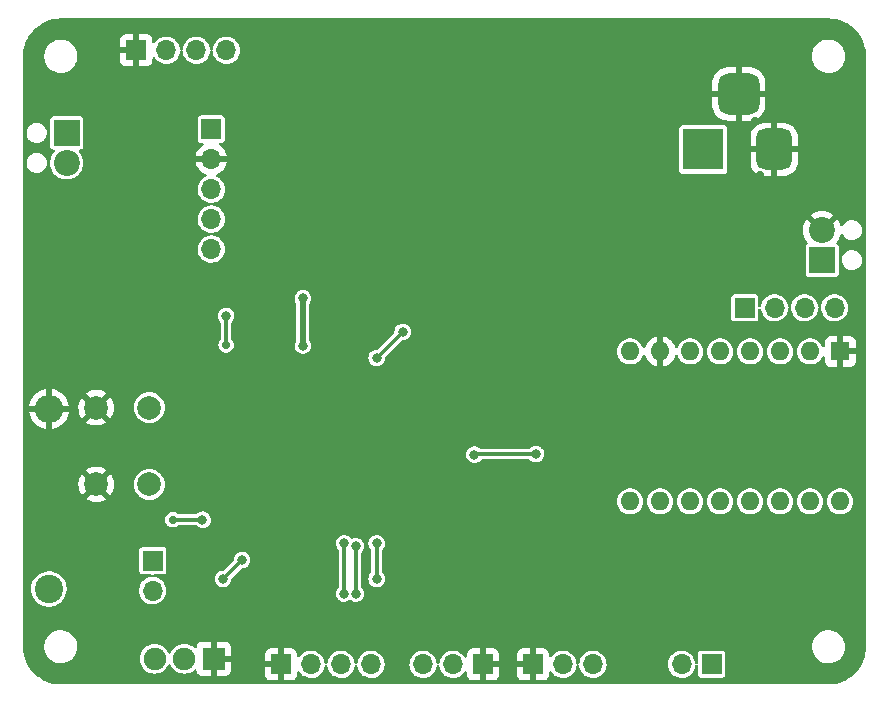
<source format=gbr>
%TF.GenerationSoftware,KiCad,Pcbnew,6.0.10-86aedd382b~118~ubuntu22.10.1*%
%TF.CreationDate,2023-02-12T19:14:21-05:00*%
%TF.ProjectId,WerfenMc,57657266-656e-44d6-932e-6b696361645f,rev?*%
%TF.SameCoordinates,Original*%
%TF.FileFunction,Copper,L2,Bot*%
%TF.FilePolarity,Positive*%
%FSLAX46Y46*%
G04 Gerber Fmt 4.6, Leading zero omitted, Abs format (unit mm)*
G04 Created by KiCad (PCBNEW 6.0.10-86aedd382b~118~ubuntu22.10.1) date 2023-02-12 19:14:21*
%MOMM*%
%LPD*%
G01*
G04 APERTURE LIST*
G04 Aperture macros list*
%AMRoundRect*
0 Rectangle with rounded corners*
0 $1 Rounding radius*
0 $2 $3 $4 $5 $6 $7 $8 $9 X,Y pos of 4 corners*
0 Add a 4 corners polygon primitive as box body*
4,1,4,$2,$3,$4,$5,$6,$7,$8,$9,$2,$3,0*
0 Add four circle primitives for the rounded corners*
1,1,$1+$1,$2,$3*
1,1,$1+$1,$4,$5*
1,1,$1+$1,$6,$7*
1,1,$1+$1,$8,$9*
0 Add four rect primitives between the rounded corners*
20,1,$1+$1,$2,$3,$4,$5,0*
20,1,$1+$1,$4,$5,$6,$7,0*
20,1,$1+$1,$6,$7,$8,$9,0*
20,1,$1+$1,$8,$9,$2,$3,0*%
G04 Aperture macros list end*
%TA.AperFunction,ComponentPad*%
%ADD10R,1.700000X1.700000*%
%TD*%
%TA.AperFunction,ComponentPad*%
%ADD11O,1.700000X1.700000*%
%TD*%
%TA.AperFunction,ComponentPad*%
%ADD12R,2.200000X2.200000*%
%TD*%
%TA.AperFunction,ComponentPad*%
%ADD13C,2.200000*%
%TD*%
%TA.AperFunction,ComponentPad*%
%ADD14C,2.400000*%
%TD*%
%TA.AperFunction,ComponentPad*%
%ADD15O,2.400000X2.400000*%
%TD*%
%TA.AperFunction,ComponentPad*%
%ADD16R,1.600000X1.600000*%
%TD*%
%TA.AperFunction,ComponentPad*%
%ADD17O,1.600000X1.600000*%
%TD*%
%TA.AperFunction,ComponentPad*%
%ADD18R,3.500000X3.500000*%
%TD*%
%TA.AperFunction,ComponentPad*%
%ADD19RoundRect,0.750000X0.750000X1.000000X-0.750000X1.000000X-0.750000X-1.000000X0.750000X-1.000000X0*%
%TD*%
%TA.AperFunction,ComponentPad*%
%ADD20RoundRect,0.875000X0.875000X0.875000X-0.875000X0.875000X-0.875000X-0.875000X0.875000X-0.875000X0*%
%TD*%
%TA.AperFunction,ComponentPad*%
%ADD21R,1.900000X1.900000*%
%TD*%
%TA.AperFunction,ComponentPad*%
%ADD22C,1.900000*%
%TD*%
%TA.AperFunction,ComponentPad*%
%ADD23C,2.000000*%
%TD*%
%TA.AperFunction,ViaPad*%
%ADD24C,0.700000*%
%TD*%
%TA.AperFunction,ViaPad*%
%ADD25C,0.800000*%
%TD*%
%TA.AperFunction,Conductor*%
%ADD26C,0.500000*%
%TD*%
%TA.AperFunction,Conductor*%
%ADD27C,0.300000*%
%TD*%
G04 APERTURE END LIST*
D10*
%TO.P,S2,1*%
%TO.N,GND*%
X75975000Y-81000000D03*
D11*
%TO.P,S2,2*%
%TO.N,Net-(D6-Pad2)*%
X78515000Y-81000000D03*
%TO.P,S2,3*%
%TO.N,+3.3V*%
X81055000Y-81000000D03*
%TD*%
D10*
%TO.P,J1,1,Pin_1*%
%TO.N,2A*%
X93900000Y-50800000D03*
D11*
%TO.P,J1,2,Pin_2*%
%TO.N,1B*%
X96440000Y-50800000D03*
%TO.P,J1,3,Pin_3*%
%TO.N,2B*%
X98980000Y-50800000D03*
%TO.P,J1,4,Pin_4*%
%TO.N,1A*%
X101520000Y-50800000D03*
%TD*%
D12*
%TO.P,D9,1,A*%
%TO.N,+5V*%
X36500000Y-36000000D03*
D13*
%TO.P,D9,2,K*%
%TO.N,Net-(D9-Pad2)*%
X36500000Y-38540000D03*
%TD*%
D10*
%TO.P,Q1,1,C*%
%TO.N,+3.3V*%
X43776453Y-72206402D03*
D11*
%TO.P,Q1,2,E*%
%TO.N,LIGHT_S*%
X43776453Y-74746402D03*
%TD*%
D12*
%TO.P,J6,1,Pin_1*%
%TO.N,+12V*%
X100460000Y-46770000D03*
D13*
%TO.P,J6,2,Pin_2*%
%TO.N,GND*%
X100460000Y-44230000D03*
%TD*%
D14*
%TO.P,R1,1*%
%TO.N,LIGHT_S*%
X35000000Y-74620000D03*
D15*
%TO.P,R1,2*%
%TO.N,GND*%
X35000000Y-59380000D03*
%TD*%
D10*
%TO.P,J5,1,Pin_1*%
%TO.N,GND*%
X42400000Y-29000000D03*
D11*
%TO.P,J5,2,Pin_2*%
%TO.N,RX1*%
X44940000Y-29000000D03*
%TO.P,J5,3,Pin_3*%
%TO.N,TX1*%
X47480000Y-29000000D03*
%TO.P,J5,4,Pin_4*%
%TO.N,+5V*%
X50020000Y-29000000D03*
%TD*%
D10*
%TO.P,J4,1,Pin_1*%
%TO.N,GND*%
X54650000Y-81000000D03*
D11*
%TO.P,J4,2,Pin_2*%
%TO.N,TX3*%
X57190000Y-81000000D03*
%TO.P,J4,3,Pin_3*%
%TO.N,RX3*%
X59730000Y-81000000D03*
%TO.P,J4,4,Pin_4*%
%TO.N,+3.3V*%
X62270000Y-81000000D03*
%TD*%
D16*
%TO.P,A1,1,GND*%
%TO.N,GND*%
X102000000Y-54500000D03*
D17*
%TO.P,A1,2,VDD*%
%TO.N,+3.3V*%
X99460000Y-54500000D03*
%TO.P,A1,3,1B*%
%TO.N,1B*%
X96920000Y-54500000D03*
%TO.P,A1,4,1A*%
%TO.N,1A*%
X94380000Y-54500000D03*
%TO.P,A1,5,2A*%
%TO.N,2A*%
X91840000Y-54500000D03*
%TO.P,A1,6,2B*%
%TO.N,2B*%
X89300000Y-54500000D03*
%TO.P,A1,7,GND*%
%TO.N,GND*%
X86760000Y-54500000D03*
%TO.P,A1,8,VMOT*%
%TO.N,+12V*%
X84220000Y-54500000D03*
%TO.P,A1,9,~{ENABLE}*%
%TO.N,ENABLE*%
X84220000Y-67200000D03*
%TO.P,A1,10,MS1*%
%TO.N,MS1*%
X86760000Y-67200000D03*
%TO.P,A1,11,MS2*%
%TO.N,MS2*%
X89300000Y-67200000D03*
%TO.P,A1,12,MS3*%
%TO.N,MS3*%
X91840000Y-67200000D03*
%TO.P,A1,13,~{RESET}*%
%TO.N,Net-(A1-Pad13)*%
X94380000Y-67200000D03*
%TO.P,A1,14,~{SLEEP}*%
X96920000Y-67200000D03*
%TO.P,A1,15,STEP*%
%TO.N,STEP*%
X99460000Y-67200000D03*
%TO.P,A1,16,DIR*%
%TO.N,DIR*%
X102000000Y-67200000D03*
%TD*%
D10*
%TO.P,S3,1*%
%TO.N,GND*%
X71750000Y-81000000D03*
D11*
%TO.P,S3,2*%
%TO.N,Net-(D7-Pad2)*%
X69210000Y-81000000D03*
%TO.P,S3,3*%
%TO.N,+3.3V*%
X66670000Y-81000000D03*
%TD*%
D18*
%TO.P,J3,1*%
%TO.N,+12V*%
X90400000Y-37400000D03*
D19*
%TO.P,J3,2*%
%TO.N,GND*%
X96400000Y-37400000D03*
D20*
%TO.P,J3,3*%
X93400000Y-32700000D03*
%TD*%
D10*
%TO.P,J2,1,Pin_1*%
%TO.N,JTCK*%
X48750000Y-35675000D03*
D11*
%TO.P,J2,2,Pin_2*%
%TO.N,GND*%
X48750000Y-38215000D03*
%TO.P,J2,3,Pin_3*%
%TO.N,JTMS*%
X48750000Y-40755000D03*
%TO.P,J2,4,Pin_4*%
%TO.N,NRST*%
X48750000Y-43295000D03*
%TO.P,J2,5,Pin_5*%
%TO.N,SWO*%
X48750000Y-45835000D03*
%TD*%
D21*
%TO.P,S1,1*%
%TO.N,GND*%
X48950000Y-80530000D03*
D22*
%TO.P,S1,2*%
%TO.N,Net-(R2-Pad1)*%
X46450000Y-80530000D03*
%TO.P,S1,3*%
%TO.N,+3.3V*%
X43950000Y-80530000D03*
%TD*%
D23*
%TO.P,SW1,1,1*%
%TO.N,GND*%
X39000000Y-65760000D03*
X39000000Y-59260000D03*
%TO.P,SW1,2,2*%
%TO.N,NRST*%
X43500000Y-65760000D03*
X43500000Y-59260000D03*
%TD*%
D10*
%TO.P,SW2,1,1*%
%TO.N,Net-(D5-Pad2)*%
X91100000Y-81000000D03*
D11*
%TO.P,SW2,2,2*%
%TO.N,+3.3V*%
X88560000Y-81000000D03*
%TD*%
D24*
%TO.N,GND*%
X41000000Y-45000000D03*
X53300000Y-78300000D03*
X58776294Y-37334985D03*
D25*
X78500000Y-57350000D03*
D24*
X74800000Y-78800000D03*
X95450000Y-76150000D03*
D25*
X94000000Y-73500000D03*
D24*
X85600000Y-28600000D03*
X41500000Y-31000000D03*
D25*
X78500000Y-70500000D03*
D24*
X50170000Y-77580000D03*
D25*
X50350000Y-60650000D03*
X64000000Y-66500000D03*
X102000000Y-56500000D03*
D24*
X61976294Y-37334985D03*
D25*
X52850000Y-57450000D03*
D24*
X56000000Y-70250000D03*
X73100000Y-78850000D03*
X95200000Y-39600000D03*
D25*
X69250000Y-70500000D03*
D24*
X89600000Y-28400000D03*
D25*
X58206677Y-66456677D03*
D24*
X91800000Y-30200000D03*
X87000000Y-31200000D03*
X42250000Y-45000000D03*
D25*
X48500000Y-65500000D03*
X57500000Y-58500000D03*
D24*
X69650000Y-59450000D03*
D25*
X70350000Y-53550000D03*
D24*
X42900000Y-31000000D03*
D25*
X67200000Y-45950000D03*
D24*
X35000000Y-57000000D03*
D25*
X70400000Y-48200000D03*
X39000000Y-62480000D03*
D24*
X97600000Y-34800000D03*
D25*
X74700000Y-46750000D03*
D24*
X90800000Y-33400000D03*
D25*
X51000000Y-37000000D03*
X72950000Y-57400000D03*
D24*
X39740000Y-57240000D03*
D25*
X72950000Y-45900000D03*
X76400000Y-45950000D03*
D24*
X94800000Y-35000000D03*
D25*
%TO.N,+3.3V*%
X56500000Y-50000000D03*
X56500000Y-54000000D03*
%TO.N,STEP*%
X76250000Y-63200500D03*
X71028223Y-63238177D03*
D24*
%TO.N,NRST*%
X50000000Y-53949500D03*
D25*
X48000000Y-68750000D03*
D24*
X45500000Y-68750000D03*
D25*
X50000000Y-51500500D03*
%TO.N,TX3*%
X60000000Y-70750000D03*
X60000000Y-75000000D03*
%TO.N,RX3*%
X61000000Y-71000000D03*
X61000000Y-75000000D03*
%TO.N,USR_LED*%
X64950000Y-52850000D03*
X62745023Y-55054977D03*
%TO.N,/BOOT0*%
X51350688Y-72149312D03*
X49750000Y-73750000D03*
%TO.N,LIGHT_S*%
X62750000Y-73750000D03*
X62750000Y-70750000D03*
%TD*%
D26*
%TO.N,+3.3V*%
X56500000Y-54000000D02*
X56500000Y-50000000D01*
D27*
%TO.N,STEP*%
X71065900Y-63200500D02*
X71028223Y-63238177D01*
X76250000Y-63200500D02*
X71065900Y-63200500D01*
%TO.N,NRST*%
X48000000Y-68750000D02*
X45500000Y-68750000D01*
X50000000Y-51500500D02*
X50000000Y-53949500D01*
%TO.N,TX3*%
X60000000Y-70750000D02*
X60000000Y-75000000D01*
%TO.N,RX3*%
X61000000Y-71000000D02*
X61000000Y-75000000D01*
%TO.N,USR_LED*%
X62745023Y-55054977D02*
X64950000Y-52850000D01*
%TO.N,/BOOT0*%
X51350688Y-72149312D02*
X49750000Y-73750000D01*
%TO.N,LIGHT_S*%
X62750000Y-70750000D02*
X62750000Y-73750000D01*
%TD*%
%TA.AperFunction,Conductor*%
%TO.N,GND*%
G36*
X100984391Y-26302384D02*
G01*
X101000000Y-26305136D01*
X101010684Y-26303252D01*
X101018842Y-26303252D01*
X101034374Y-26302301D01*
X101327953Y-26317687D01*
X101340860Y-26319044D01*
X101658799Y-26369401D01*
X101671475Y-26372095D01*
X101982435Y-26455416D01*
X101994764Y-26459423D01*
X102295292Y-26574784D01*
X102307131Y-26580055D01*
X102546322Y-26701929D01*
X102593964Y-26726204D01*
X102605204Y-26732694D01*
X102875166Y-26908009D01*
X102885667Y-26915638D01*
X103135836Y-27118221D01*
X103145481Y-27126906D01*
X103373094Y-27354519D01*
X103381779Y-27364164D01*
X103584362Y-27614333D01*
X103591991Y-27624834D01*
X103767306Y-27894796D01*
X103773796Y-27906036D01*
X103798071Y-27953678D01*
X103919945Y-28192869D01*
X103925216Y-28204708D01*
X104037150Y-28496307D01*
X104040575Y-28505229D01*
X104044584Y-28517565D01*
X104127905Y-28828525D01*
X104130599Y-28841201D01*
X104156329Y-29003653D01*
X104180956Y-29159140D01*
X104182313Y-29172047D01*
X104197644Y-29464565D01*
X104197699Y-29465622D01*
X104196748Y-29481158D01*
X104196748Y-29489316D01*
X104194864Y-29500000D01*
X104196748Y-29510683D01*
X104197616Y-29515606D01*
X104199500Y-29537139D01*
X104199500Y-79462861D01*
X104197616Y-79484391D01*
X104194864Y-79500000D01*
X104196748Y-79510684D01*
X104196748Y-79518842D01*
X104197699Y-79534374D01*
X104183784Y-79799876D01*
X104182313Y-79827952D01*
X104180956Y-79840860D01*
X104130599Y-80158799D01*
X104127905Y-80171475D01*
X104059400Y-80427141D01*
X104044586Y-80482428D01*
X104040577Y-80494764D01*
X103925216Y-80795292D01*
X103919945Y-80807131D01*
X103819812Y-81003653D01*
X103773796Y-81093964D01*
X103767306Y-81105204D01*
X103591991Y-81375166D01*
X103584362Y-81385667D01*
X103381779Y-81635836D01*
X103373094Y-81645481D01*
X103145481Y-81873094D01*
X103135836Y-81881779D01*
X102885667Y-82084362D01*
X102875166Y-82091991D01*
X102605204Y-82267306D01*
X102593964Y-82273796D01*
X102550027Y-82296183D01*
X102307131Y-82419945D01*
X102295292Y-82425216D01*
X101994764Y-82540577D01*
X101982435Y-82544584D01*
X101671475Y-82627905D01*
X101658799Y-82630599D01*
X101342613Y-82680678D01*
X101340860Y-82680956D01*
X101327953Y-82682313D01*
X101034374Y-82697699D01*
X101018842Y-82696748D01*
X101010684Y-82696748D01*
X101000000Y-82694864D01*
X100984391Y-82697616D01*
X100962861Y-82699500D01*
X36037139Y-82699500D01*
X36015609Y-82697616D01*
X36000000Y-82694864D01*
X35989316Y-82696748D01*
X35981158Y-82696748D01*
X35965626Y-82697699D01*
X35672047Y-82682313D01*
X35659140Y-82680956D01*
X35657387Y-82680678D01*
X35341201Y-82630599D01*
X35328525Y-82627905D01*
X35017565Y-82544584D01*
X35005236Y-82540577D01*
X34704708Y-82425216D01*
X34692869Y-82419945D01*
X34449973Y-82296183D01*
X34406036Y-82273796D01*
X34394796Y-82267306D01*
X34124834Y-82091991D01*
X34114333Y-82084362D01*
X33864164Y-81881779D01*
X33854519Y-81873094D01*
X33626906Y-81645481D01*
X33618221Y-81635836D01*
X33415638Y-81385667D01*
X33408009Y-81375166D01*
X33232694Y-81105204D01*
X33226204Y-81093964D01*
X33180188Y-81003653D01*
X33080055Y-80807131D01*
X33074784Y-80795292D01*
X32959423Y-80494764D01*
X32955414Y-80482428D01*
X32940600Y-80427141D01*
X32872095Y-80171475D01*
X32869401Y-80158799D01*
X32819044Y-79840860D01*
X32817687Y-79827952D01*
X32816216Y-79799876D01*
X32802301Y-79534374D01*
X32803252Y-79518842D01*
X32803252Y-79510684D01*
X32805136Y-79500000D01*
X32802384Y-79484391D01*
X32800500Y-79462861D01*
X32800500Y-79433789D01*
X34595996Y-79433789D01*
X34604913Y-79671295D01*
X34605990Y-79676430D01*
X34605991Y-79676435D01*
X34652464Y-79897923D01*
X34653719Y-79903904D01*
X34655648Y-79908788D01*
X34655649Y-79908792D01*
X34686657Y-79987309D01*
X34741020Y-80124963D01*
X34743741Y-80129447D01*
X34743743Y-80129451D01*
X34845594Y-80297295D01*
X34864319Y-80328153D01*
X35020090Y-80507664D01*
X35203880Y-80658362D01*
X35208441Y-80660958D01*
X35208442Y-80660959D01*
X35405875Y-80773345D01*
X35405880Y-80773347D01*
X35410433Y-80775939D01*
X35633844Y-80857034D01*
X35867725Y-80899326D01*
X35892619Y-80900500D01*
X36059680Y-80900500D01*
X36062296Y-80900278D01*
X36062297Y-80900278D01*
X36231590Y-80885913D01*
X36236823Y-80885469D01*
X36466874Y-80825760D01*
X36683576Y-80728143D01*
X36880732Y-80595409D01*
X36949298Y-80530000D01*
X42694723Y-80530000D01*
X42713793Y-80747977D01*
X42715195Y-80753209D01*
X42764292Y-80936440D01*
X42770425Y-80959330D01*
X42862898Y-81157638D01*
X42866005Y-81162075D01*
X42866006Y-81162077D01*
X42985296Y-81332442D01*
X42985300Y-81332446D01*
X42988402Y-81336877D01*
X43143123Y-81491598D01*
X43322361Y-81617102D01*
X43520670Y-81709575D01*
X43525893Y-81710974D01*
X43525897Y-81710976D01*
X43655684Y-81745752D01*
X43732023Y-81766207D01*
X43950000Y-81785277D01*
X44167977Y-81766207D01*
X44244316Y-81745752D01*
X44374103Y-81710976D01*
X44374107Y-81710974D01*
X44379330Y-81709575D01*
X44577639Y-81617102D01*
X44756877Y-81491598D01*
X44911598Y-81336877D01*
X44914700Y-81332446D01*
X44914704Y-81332442D01*
X45033994Y-81162077D01*
X45033995Y-81162075D01*
X45037102Y-81157638D01*
X45058515Y-81111718D01*
X45087618Y-81049307D01*
X45133791Y-80996868D01*
X45200984Y-80977716D01*
X45267865Y-80997932D01*
X45312382Y-81049307D01*
X45341485Y-81111718D01*
X45362898Y-81157638D01*
X45366005Y-81162075D01*
X45366006Y-81162077D01*
X45485296Y-81332442D01*
X45485300Y-81332446D01*
X45488402Y-81336877D01*
X45643123Y-81491598D01*
X45822361Y-81617102D01*
X46020670Y-81709575D01*
X46025893Y-81710974D01*
X46025897Y-81710976D01*
X46155684Y-81745752D01*
X46232023Y-81766207D01*
X46450000Y-81785277D01*
X46667977Y-81766207D01*
X46744316Y-81745752D01*
X46874103Y-81710976D01*
X46874107Y-81710974D01*
X46879330Y-81709575D01*
X47077639Y-81617102D01*
X47256877Y-81491598D01*
X47289670Y-81458805D01*
X47350993Y-81425320D01*
X47420685Y-81430304D01*
X47476618Y-81472176D01*
X47500626Y-81533094D01*
X47505803Y-81580744D01*
X47509371Y-81595753D01*
X47553817Y-81714311D01*
X47562212Y-81729646D01*
X47637516Y-81830124D01*
X47649876Y-81842484D01*
X47750354Y-81917788D01*
X47765689Y-81926183D01*
X47884247Y-81970629D01*
X47899256Y-81974197D01*
X47949331Y-81979637D01*
X47956028Y-81980000D01*
X48682170Y-81980000D01*
X48697169Y-81975596D01*
X48698356Y-81974226D01*
X48700000Y-81966668D01*
X48700000Y-81962170D01*
X49200000Y-81962170D01*
X49204404Y-81977169D01*
X49205774Y-81978356D01*
X49213332Y-81980000D01*
X49943972Y-81980000D01*
X49950669Y-81979637D01*
X50000744Y-81974197D01*
X50015753Y-81970629D01*
X50134311Y-81926183D01*
X50149646Y-81917788D01*
X50181424Y-81893972D01*
X53300000Y-81893972D01*
X53300363Y-81900669D01*
X53305803Y-81950744D01*
X53309371Y-81965753D01*
X53353817Y-82084311D01*
X53362212Y-82099646D01*
X53437516Y-82200124D01*
X53449876Y-82212484D01*
X53550354Y-82287788D01*
X53565689Y-82296183D01*
X53684247Y-82340629D01*
X53699256Y-82344197D01*
X53749331Y-82349637D01*
X53756028Y-82350000D01*
X54382170Y-82350000D01*
X54397169Y-82345596D01*
X54398356Y-82344226D01*
X54400000Y-82336668D01*
X54400000Y-82332170D01*
X54900000Y-82332170D01*
X54904404Y-82347169D01*
X54905774Y-82348356D01*
X54913332Y-82350000D01*
X55543972Y-82350000D01*
X55550669Y-82349637D01*
X55600744Y-82344197D01*
X55615753Y-82340629D01*
X55734311Y-82296183D01*
X55749646Y-82287788D01*
X55850124Y-82212484D01*
X55862484Y-82200124D01*
X55937788Y-82099646D01*
X55946183Y-82084311D01*
X55990629Y-81965753D01*
X55994197Y-81950744D01*
X55999637Y-81900669D01*
X56000000Y-81893972D01*
X56000000Y-81700070D01*
X56019685Y-81633031D01*
X56072489Y-81587276D01*
X56141647Y-81577332D01*
X56205203Y-81606357D01*
X56225263Y-81628503D01*
X56240090Y-81649483D01*
X56296744Y-81729646D01*
X56311405Y-81750391D01*
X56315476Y-81754357D01*
X56315477Y-81754358D01*
X56328125Y-81766679D01*
X56462865Y-81897937D01*
X56467588Y-81901093D01*
X56467592Y-81901096D01*
X56538663Y-81948584D01*
X56638677Y-82015411D01*
X56832953Y-82098878D01*
X56868277Y-82106871D01*
X57033638Y-82144289D01*
X57033642Y-82144290D01*
X57039186Y-82145544D01*
X57165315Y-82150500D01*
X57244789Y-82153623D01*
X57244791Y-82153623D01*
X57250470Y-82153846D01*
X57256090Y-82153031D01*
X57256092Y-82153031D01*
X57454103Y-82124320D01*
X57454104Y-82124320D01*
X57459730Y-82123504D01*
X57478588Y-82117103D01*
X57654565Y-82057367D01*
X57654568Y-82057366D01*
X57659955Y-82055537D01*
X57664916Y-82052759D01*
X57664922Y-82052756D01*
X57771530Y-81993052D01*
X57844442Y-81952219D01*
X57882165Y-81920846D01*
X58002645Y-81820644D01*
X58007012Y-81817012D01*
X58050432Y-81764805D01*
X58138584Y-81658813D01*
X58138585Y-81658811D01*
X58142219Y-81654442D01*
X58188078Y-81572556D01*
X58242756Y-81474922D01*
X58242759Y-81474916D01*
X58245537Y-81469955D01*
X58260689Y-81425320D01*
X58311675Y-81275118D01*
X58313504Y-81269730D01*
X58315954Y-81252831D01*
X58337820Y-81102033D01*
X58366921Y-81038512D01*
X58420225Y-81004346D01*
X58500974Y-81004346D01*
X58554347Y-81038736D01*
X58583296Y-81102327D01*
X58584271Y-81111707D01*
X58588796Y-81180749D01*
X58640845Y-81385690D01*
X58643219Y-81390841D01*
X58643221Y-81390845D01*
X58707681Y-81530669D01*
X58729369Y-81577714D01*
X58732647Y-81582352D01*
X58836744Y-81729646D01*
X58851405Y-81750391D01*
X58855476Y-81754357D01*
X58855477Y-81754358D01*
X58868125Y-81766679D01*
X59002865Y-81897937D01*
X59007588Y-81901093D01*
X59007592Y-81901096D01*
X59078663Y-81948584D01*
X59178677Y-82015411D01*
X59372953Y-82098878D01*
X59408277Y-82106871D01*
X59573638Y-82144289D01*
X59573642Y-82144290D01*
X59579186Y-82145544D01*
X59705315Y-82150500D01*
X59784789Y-82153623D01*
X59784791Y-82153623D01*
X59790470Y-82153846D01*
X59796090Y-82153031D01*
X59796092Y-82153031D01*
X59994103Y-82124320D01*
X59994104Y-82124320D01*
X59999730Y-82123504D01*
X60018588Y-82117103D01*
X60194565Y-82057367D01*
X60194568Y-82057366D01*
X60199955Y-82055537D01*
X60204916Y-82052759D01*
X60204922Y-82052756D01*
X60311530Y-81993052D01*
X60384442Y-81952219D01*
X60422165Y-81920846D01*
X60542645Y-81820644D01*
X60547012Y-81817012D01*
X60590432Y-81764805D01*
X60678584Y-81658813D01*
X60678585Y-81658811D01*
X60682219Y-81654442D01*
X60728078Y-81572556D01*
X60782756Y-81474922D01*
X60782759Y-81474916D01*
X60785537Y-81469955D01*
X60800689Y-81425320D01*
X60851675Y-81275118D01*
X60853504Y-81269730D01*
X60855954Y-81252831D01*
X60877820Y-81102033D01*
X60906921Y-81038512D01*
X60960225Y-81004346D01*
X61040974Y-81004346D01*
X61094347Y-81038736D01*
X61123296Y-81102327D01*
X61124271Y-81111707D01*
X61128796Y-81180749D01*
X61180845Y-81385690D01*
X61183219Y-81390841D01*
X61183221Y-81390845D01*
X61247681Y-81530669D01*
X61269369Y-81577714D01*
X61272647Y-81582352D01*
X61376744Y-81729646D01*
X61391405Y-81750391D01*
X61395476Y-81754357D01*
X61395477Y-81754358D01*
X61408125Y-81766679D01*
X61542865Y-81897937D01*
X61547588Y-81901093D01*
X61547592Y-81901096D01*
X61618663Y-81948584D01*
X61718677Y-82015411D01*
X61912953Y-82098878D01*
X61948277Y-82106871D01*
X62113638Y-82144289D01*
X62113642Y-82144290D01*
X62119186Y-82145544D01*
X62245315Y-82150500D01*
X62324789Y-82153623D01*
X62324791Y-82153623D01*
X62330470Y-82153846D01*
X62336090Y-82153031D01*
X62336092Y-82153031D01*
X62534103Y-82124320D01*
X62534104Y-82124320D01*
X62539730Y-82123504D01*
X62558588Y-82117103D01*
X62734565Y-82057367D01*
X62734568Y-82057366D01*
X62739955Y-82055537D01*
X62744916Y-82052759D01*
X62744922Y-82052756D01*
X62851530Y-81993052D01*
X62924442Y-81952219D01*
X62962165Y-81920846D01*
X63082645Y-81820644D01*
X63087012Y-81817012D01*
X63130432Y-81764805D01*
X63218584Y-81658813D01*
X63218585Y-81658811D01*
X63222219Y-81654442D01*
X63268078Y-81572556D01*
X63322756Y-81474922D01*
X63322759Y-81474916D01*
X63325537Y-81469955D01*
X63340689Y-81425320D01*
X63391675Y-81275118D01*
X63393504Y-81269730D01*
X63423846Y-81060470D01*
X63425429Y-81000000D01*
X63422650Y-80969754D01*
X65514967Y-80969754D01*
X65515338Y-80975416D01*
X65515338Y-80975420D01*
X65519488Y-81038736D01*
X65528796Y-81180749D01*
X65580845Y-81385690D01*
X65583219Y-81390841D01*
X65583221Y-81390845D01*
X65647681Y-81530669D01*
X65669369Y-81577714D01*
X65672647Y-81582352D01*
X65776744Y-81729646D01*
X65791405Y-81750391D01*
X65795476Y-81754357D01*
X65795477Y-81754358D01*
X65808125Y-81766679D01*
X65942865Y-81897937D01*
X65947588Y-81901093D01*
X65947592Y-81901096D01*
X66018663Y-81948584D01*
X66118677Y-82015411D01*
X66312953Y-82098878D01*
X66348277Y-82106871D01*
X66513638Y-82144289D01*
X66513642Y-82144290D01*
X66519186Y-82145544D01*
X66645315Y-82150500D01*
X66724789Y-82153623D01*
X66724791Y-82153623D01*
X66730470Y-82153846D01*
X66736090Y-82153031D01*
X66736092Y-82153031D01*
X66934103Y-82124320D01*
X66934104Y-82124320D01*
X66939730Y-82123504D01*
X66958588Y-82117103D01*
X67134565Y-82057367D01*
X67134568Y-82057366D01*
X67139955Y-82055537D01*
X67144916Y-82052759D01*
X67144922Y-82052756D01*
X67251530Y-81993052D01*
X67324442Y-81952219D01*
X67362165Y-81920846D01*
X67482645Y-81820644D01*
X67487012Y-81817012D01*
X67530432Y-81764805D01*
X67618584Y-81658813D01*
X67618585Y-81658811D01*
X67622219Y-81654442D01*
X67668078Y-81572556D01*
X67722756Y-81474922D01*
X67722759Y-81474916D01*
X67725537Y-81469955D01*
X67740689Y-81425320D01*
X67791675Y-81275118D01*
X67793504Y-81269730D01*
X67795954Y-81252831D01*
X67817820Y-81102033D01*
X67846921Y-81038512D01*
X67900225Y-81004346D01*
X67980974Y-81004346D01*
X68034347Y-81038736D01*
X68063296Y-81102327D01*
X68064271Y-81111707D01*
X68068796Y-81180749D01*
X68120845Y-81385690D01*
X68123219Y-81390841D01*
X68123221Y-81390845D01*
X68187681Y-81530669D01*
X68209369Y-81577714D01*
X68212647Y-81582352D01*
X68316744Y-81729646D01*
X68331405Y-81750391D01*
X68335476Y-81754357D01*
X68335477Y-81754358D01*
X68348125Y-81766679D01*
X68482865Y-81897937D01*
X68487588Y-81901093D01*
X68487592Y-81901096D01*
X68558663Y-81948584D01*
X68658677Y-82015411D01*
X68852953Y-82098878D01*
X68888277Y-82106871D01*
X69053638Y-82144289D01*
X69053642Y-82144290D01*
X69059186Y-82145544D01*
X69185315Y-82150500D01*
X69264789Y-82153623D01*
X69264791Y-82153623D01*
X69270470Y-82153846D01*
X69276090Y-82153031D01*
X69276092Y-82153031D01*
X69474103Y-82124320D01*
X69474104Y-82124320D01*
X69479730Y-82123504D01*
X69498588Y-82117103D01*
X69674565Y-82057367D01*
X69674568Y-82057366D01*
X69679955Y-82055537D01*
X69684916Y-82052759D01*
X69684922Y-82052756D01*
X69791530Y-81993052D01*
X69864442Y-81952219D01*
X69902165Y-81920846D01*
X70022645Y-81820644D01*
X70027012Y-81817012D01*
X70070432Y-81764805D01*
X70158584Y-81658813D01*
X70158585Y-81658811D01*
X70162219Y-81654442D01*
X70167812Y-81644455D01*
X70217743Y-81595583D01*
X70286171Y-81581464D01*
X70351370Y-81606581D01*
X70392640Y-81662960D01*
X70400000Y-81705046D01*
X70400000Y-81893972D01*
X70400363Y-81900669D01*
X70405803Y-81950744D01*
X70409371Y-81965753D01*
X70453817Y-82084311D01*
X70462212Y-82099646D01*
X70537516Y-82200124D01*
X70549876Y-82212484D01*
X70650354Y-82287788D01*
X70665689Y-82296183D01*
X70784247Y-82340629D01*
X70799256Y-82344197D01*
X70849331Y-82349637D01*
X70856028Y-82350000D01*
X71482170Y-82350000D01*
X71497169Y-82345596D01*
X71498356Y-82344226D01*
X71500000Y-82336668D01*
X71500000Y-82332170D01*
X72000000Y-82332170D01*
X72004404Y-82347169D01*
X72005774Y-82348356D01*
X72013332Y-82350000D01*
X72643972Y-82350000D01*
X72650669Y-82349637D01*
X72700744Y-82344197D01*
X72715753Y-82340629D01*
X72834311Y-82296183D01*
X72849646Y-82287788D01*
X72950124Y-82212484D01*
X72962484Y-82200124D01*
X73037788Y-82099646D01*
X73046183Y-82084311D01*
X73090629Y-81965753D01*
X73094197Y-81950744D01*
X73099637Y-81900669D01*
X73100000Y-81893972D01*
X74625000Y-81893972D01*
X74625363Y-81900669D01*
X74630803Y-81950744D01*
X74634371Y-81965753D01*
X74678817Y-82084311D01*
X74687212Y-82099646D01*
X74762516Y-82200124D01*
X74774876Y-82212484D01*
X74875354Y-82287788D01*
X74890689Y-82296183D01*
X75009247Y-82340629D01*
X75024256Y-82344197D01*
X75074331Y-82349637D01*
X75081028Y-82350000D01*
X75707170Y-82350000D01*
X75722169Y-82345596D01*
X75723356Y-82344226D01*
X75725000Y-82336668D01*
X75725000Y-82332170D01*
X76225000Y-82332170D01*
X76229404Y-82347169D01*
X76230774Y-82348356D01*
X76238332Y-82350000D01*
X76868972Y-82350000D01*
X76875669Y-82349637D01*
X76925744Y-82344197D01*
X76940753Y-82340629D01*
X77059311Y-82296183D01*
X77074646Y-82287788D01*
X77175124Y-82212484D01*
X77187484Y-82200124D01*
X77262788Y-82099646D01*
X77271183Y-82084311D01*
X77315629Y-81965753D01*
X77319197Y-81950744D01*
X77324637Y-81900669D01*
X77325000Y-81893972D01*
X77325000Y-81700070D01*
X77344685Y-81633031D01*
X77397489Y-81587276D01*
X77466647Y-81577332D01*
X77530203Y-81606357D01*
X77550263Y-81628503D01*
X77565090Y-81649483D01*
X77621744Y-81729646D01*
X77636405Y-81750391D01*
X77640476Y-81754357D01*
X77640477Y-81754358D01*
X77653125Y-81766679D01*
X77787865Y-81897937D01*
X77792588Y-81901093D01*
X77792592Y-81901096D01*
X77863663Y-81948584D01*
X77963677Y-82015411D01*
X78157953Y-82098878D01*
X78193277Y-82106871D01*
X78358638Y-82144289D01*
X78358642Y-82144290D01*
X78364186Y-82145544D01*
X78490315Y-82150500D01*
X78569789Y-82153623D01*
X78569791Y-82153623D01*
X78575470Y-82153846D01*
X78581090Y-82153031D01*
X78581092Y-82153031D01*
X78779103Y-82124320D01*
X78779104Y-82124320D01*
X78784730Y-82123504D01*
X78803588Y-82117103D01*
X78979565Y-82057367D01*
X78979568Y-82057366D01*
X78984955Y-82055537D01*
X78989916Y-82052759D01*
X78989922Y-82052756D01*
X79096530Y-81993052D01*
X79169442Y-81952219D01*
X79207165Y-81920846D01*
X79327645Y-81820644D01*
X79332012Y-81817012D01*
X79375432Y-81764805D01*
X79463584Y-81658813D01*
X79463585Y-81658811D01*
X79467219Y-81654442D01*
X79513078Y-81572556D01*
X79567756Y-81474922D01*
X79567759Y-81474916D01*
X79570537Y-81469955D01*
X79585689Y-81425320D01*
X79636675Y-81275118D01*
X79638504Y-81269730D01*
X79640954Y-81252831D01*
X79662820Y-81102033D01*
X79691921Y-81038512D01*
X79745225Y-81004346D01*
X79825974Y-81004346D01*
X79879347Y-81038736D01*
X79908296Y-81102327D01*
X79909271Y-81111707D01*
X79913796Y-81180749D01*
X79965845Y-81385690D01*
X79968219Y-81390841D01*
X79968221Y-81390845D01*
X80032681Y-81530669D01*
X80054369Y-81577714D01*
X80057647Y-81582352D01*
X80161744Y-81729646D01*
X80176405Y-81750391D01*
X80180476Y-81754357D01*
X80180477Y-81754358D01*
X80193125Y-81766679D01*
X80327865Y-81897937D01*
X80332588Y-81901093D01*
X80332592Y-81901096D01*
X80403663Y-81948584D01*
X80503677Y-82015411D01*
X80697953Y-82098878D01*
X80733277Y-82106871D01*
X80898638Y-82144289D01*
X80898642Y-82144290D01*
X80904186Y-82145544D01*
X81030315Y-82150500D01*
X81109789Y-82153623D01*
X81109791Y-82153623D01*
X81115470Y-82153846D01*
X81121090Y-82153031D01*
X81121092Y-82153031D01*
X81319103Y-82124320D01*
X81319104Y-82124320D01*
X81324730Y-82123504D01*
X81343588Y-82117103D01*
X81519565Y-82057367D01*
X81519568Y-82057366D01*
X81524955Y-82055537D01*
X81529916Y-82052759D01*
X81529922Y-82052756D01*
X81636530Y-81993052D01*
X81709442Y-81952219D01*
X81747165Y-81920846D01*
X81867645Y-81820644D01*
X81872012Y-81817012D01*
X81915432Y-81764805D01*
X82003584Y-81658813D01*
X82003585Y-81658811D01*
X82007219Y-81654442D01*
X82053078Y-81572556D01*
X82107756Y-81474922D01*
X82107759Y-81474916D01*
X82110537Y-81469955D01*
X82125689Y-81425320D01*
X82176675Y-81275118D01*
X82178504Y-81269730D01*
X82208846Y-81060470D01*
X82210429Y-81000000D01*
X82207650Y-80969754D01*
X87404967Y-80969754D01*
X87405338Y-80975416D01*
X87405338Y-80975420D01*
X87409488Y-81038736D01*
X87418796Y-81180749D01*
X87470845Y-81385690D01*
X87473219Y-81390841D01*
X87473221Y-81390845D01*
X87537681Y-81530669D01*
X87559369Y-81577714D01*
X87562647Y-81582352D01*
X87666744Y-81729646D01*
X87681405Y-81750391D01*
X87685476Y-81754357D01*
X87685477Y-81754358D01*
X87698125Y-81766679D01*
X87832865Y-81897937D01*
X87837588Y-81901093D01*
X87837592Y-81901096D01*
X87908663Y-81948584D01*
X88008677Y-82015411D01*
X88202953Y-82098878D01*
X88238277Y-82106871D01*
X88403638Y-82144289D01*
X88403642Y-82144290D01*
X88409186Y-82145544D01*
X88535315Y-82150500D01*
X88614789Y-82153623D01*
X88614791Y-82153623D01*
X88620470Y-82153846D01*
X88626090Y-82153031D01*
X88626092Y-82153031D01*
X88824103Y-82124320D01*
X88824104Y-82124320D01*
X88829730Y-82123504D01*
X88848588Y-82117103D01*
X89024565Y-82057367D01*
X89024568Y-82057366D01*
X89029955Y-82055537D01*
X89034916Y-82052759D01*
X89034922Y-82052756D01*
X89141530Y-81993052D01*
X89214442Y-81952219D01*
X89252165Y-81920846D01*
X89372645Y-81820644D01*
X89377012Y-81817012D01*
X89420432Y-81764805D01*
X89508584Y-81658813D01*
X89508585Y-81658811D01*
X89512219Y-81654442D01*
X89558078Y-81572556D01*
X89612756Y-81474922D01*
X89612759Y-81474916D01*
X89615537Y-81469955D01*
X89630689Y-81425320D01*
X89681675Y-81275118D01*
X89683504Y-81269730D01*
X89696406Y-81180749D01*
X89702783Y-81136769D01*
X89731884Y-81073248D01*
X89790707Y-81035543D01*
X89860577Y-81035627D01*
X89919310Y-81073471D01*
X89948259Y-81137061D01*
X89949500Y-81154562D01*
X89949500Y-81894646D01*
X89952618Y-81920846D01*
X89998061Y-82023153D01*
X90077287Y-82102241D01*
X90087758Y-82106870D01*
X90087759Y-82106871D01*
X90171147Y-82143737D01*
X90171149Y-82143738D01*
X90179673Y-82147506D01*
X90205354Y-82150500D01*
X91994646Y-82150500D01*
X91998300Y-82150065D01*
X91998302Y-82150065D01*
X92003266Y-82149474D01*
X92020846Y-82147382D01*
X92123153Y-82101939D01*
X92202241Y-82022713D01*
X92206871Y-82012241D01*
X92243737Y-81928853D01*
X92243738Y-81928851D01*
X92247506Y-81920327D01*
X92250500Y-81894646D01*
X92250500Y-80105354D01*
X92247382Y-80079154D01*
X92201939Y-79976847D01*
X92122713Y-79897759D01*
X92112242Y-79893130D01*
X92112241Y-79893129D01*
X92028853Y-79856263D01*
X92028851Y-79856262D01*
X92020327Y-79852494D01*
X91994646Y-79849500D01*
X90205354Y-79849500D01*
X90201700Y-79849935D01*
X90201698Y-79849935D01*
X90196734Y-79850526D01*
X90179154Y-79852618D01*
X90076847Y-79898061D01*
X89997759Y-79977287D01*
X89993130Y-79987758D01*
X89993129Y-79987759D01*
X89958876Y-80065238D01*
X89952494Y-80079673D01*
X89949500Y-80105354D01*
X89949500Y-80842727D01*
X89929815Y-80909766D01*
X89877011Y-80955521D01*
X89807853Y-80965465D01*
X89744297Y-80936440D01*
X89706523Y-80877662D01*
X89702020Y-80854073D01*
X89699220Y-80823603D01*
X89696081Y-80789440D01*
X89638686Y-80585931D01*
X89545165Y-80396290D01*
X89418651Y-80226867D01*
X89414481Y-80223012D01*
X89414478Y-80223009D01*
X89313267Y-80129451D01*
X89263381Y-80083337D01*
X89257574Y-80079673D01*
X89089363Y-79973539D01*
X89089361Y-79973538D01*
X89084554Y-79970505D01*
X88888160Y-79892152D01*
X88882579Y-79891042D01*
X88882576Y-79891041D01*
X88784467Y-79871526D01*
X88680775Y-79850901D01*
X88675088Y-79850827D01*
X88675083Y-79850826D01*
X88475034Y-79848207D01*
X88475029Y-79848207D01*
X88469346Y-79848133D01*
X88463742Y-79849096D01*
X88463741Y-79849096D01*
X88266550Y-79882979D01*
X88266547Y-79882980D01*
X88260953Y-79883941D01*
X88062575Y-79957127D01*
X88057697Y-79960029D01*
X88057695Y-79960030D01*
X87885740Y-80062332D01*
X87885737Y-80062334D01*
X87880856Y-80065238D01*
X87721881Y-80204655D01*
X87718362Y-80209119D01*
X87718359Y-80209122D01*
X87690171Y-80244879D01*
X87590976Y-80370708D01*
X87492523Y-80557836D01*
X87490837Y-80563267D01*
X87490835Y-80563271D01*
X87440552Y-80725209D01*
X87429820Y-80759773D01*
X87429152Y-80765418D01*
X87429151Y-80765422D01*
X87418659Y-80854073D01*
X87404967Y-80969754D01*
X82207650Y-80969754D01*
X82191081Y-80789440D01*
X82133686Y-80585931D01*
X82040165Y-80396290D01*
X81913651Y-80226867D01*
X81909481Y-80223012D01*
X81909478Y-80223009D01*
X81808267Y-80129451D01*
X81758381Y-80083337D01*
X81752574Y-80079673D01*
X81584363Y-79973539D01*
X81584361Y-79973538D01*
X81579554Y-79970505D01*
X81383160Y-79892152D01*
X81377579Y-79891042D01*
X81377576Y-79891041D01*
X81279467Y-79871526D01*
X81175775Y-79850901D01*
X81170088Y-79850827D01*
X81170083Y-79850826D01*
X80970034Y-79848207D01*
X80970029Y-79848207D01*
X80964346Y-79848133D01*
X80958742Y-79849096D01*
X80958741Y-79849096D01*
X80761550Y-79882979D01*
X80761547Y-79882980D01*
X80755953Y-79883941D01*
X80557575Y-79957127D01*
X80552697Y-79960029D01*
X80552695Y-79960030D01*
X80380740Y-80062332D01*
X80380737Y-80062334D01*
X80375856Y-80065238D01*
X80216881Y-80204655D01*
X80213362Y-80209119D01*
X80213359Y-80209122D01*
X80185171Y-80244879D01*
X80085976Y-80370708D01*
X79987523Y-80557836D01*
X79985837Y-80563267D01*
X79985835Y-80563271D01*
X79935552Y-80725209D01*
X79924820Y-80759773D01*
X79907851Y-80903140D01*
X79880425Y-80967398D01*
X79825974Y-81004346D01*
X79745225Y-81004346D01*
X79745667Y-81004063D01*
X79693057Y-80972081D01*
X79662453Y-80909271D01*
X79661232Y-80899909D01*
X79654220Y-80823603D01*
X79651081Y-80789440D01*
X79593686Y-80585931D01*
X79500165Y-80396290D01*
X79373651Y-80226867D01*
X79369481Y-80223012D01*
X79369478Y-80223009D01*
X79268267Y-80129451D01*
X79218381Y-80083337D01*
X79212574Y-80079673D01*
X79044363Y-79973539D01*
X79044361Y-79973538D01*
X79039554Y-79970505D01*
X78843160Y-79892152D01*
X78837579Y-79891042D01*
X78837576Y-79891041D01*
X78739467Y-79871526D01*
X78635775Y-79850901D01*
X78630088Y-79850827D01*
X78630083Y-79850826D01*
X78430034Y-79848207D01*
X78430029Y-79848207D01*
X78424346Y-79848133D01*
X78418742Y-79849096D01*
X78418741Y-79849096D01*
X78221550Y-79882979D01*
X78221547Y-79882980D01*
X78215953Y-79883941D01*
X78017575Y-79957127D01*
X78012697Y-79960029D01*
X78012695Y-79960030D01*
X77840740Y-80062332D01*
X77840737Y-80062334D01*
X77835856Y-80065238D01*
X77676881Y-80204655D01*
X77546377Y-80370199D01*
X77489417Y-80410658D01*
X77419623Y-80413900D01*
X77359155Y-80378893D01*
X77327213Y-80316753D01*
X77325000Y-80293430D01*
X77325000Y-80106028D01*
X77324637Y-80099331D01*
X77319197Y-80049256D01*
X77315629Y-80034247D01*
X77271183Y-79915689D01*
X77262788Y-79900354D01*
X77187484Y-79799876D01*
X77175124Y-79787516D01*
X77074646Y-79712212D01*
X77059311Y-79703817D01*
X76940753Y-79659371D01*
X76925744Y-79655803D01*
X76875669Y-79650363D01*
X76868972Y-79650000D01*
X76242830Y-79650000D01*
X76227831Y-79654404D01*
X76226644Y-79655774D01*
X76225000Y-79663332D01*
X76225000Y-82332170D01*
X75725000Y-82332170D01*
X75725000Y-81267830D01*
X75720596Y-81252831D01*
X75719226Y-81251644D01*
X75711668Y-81250000D01*
X74642830Y-81250000D01*
X74627831Y-81254404D01*
X74626644Y-81255774D01*
X74625000Y-81263332D01*
X74625000Y-81893972D01*
X73100000Y-81893972D01*
X73100000Y-81267830D01*
X73095596Y-81252831D01*
X73094226Y-81251644D01*
X73086668Y-81250000D01*
X72017830Y-81250000D01*
X72002831Y-81254404D01*
X72001644Y-81255774D01*
X72000000Y-81263332D01*
X72000000Y-82332170D01*
X71500000Y-82332170D01*
X71500000Y-80732170D01*
X72000000Y-80732170D01*
X72004404Y-80747169D01*
X72005774Y-80748356D01*
X72013332Y-80750000D01*
X73082170Y-80750000D01*
X73097169Y-80745596D01*
X73098356Y-80744226D01*
X73100000Y-80736668D01*
X73100000Y-80732170D01*
X74625000Y-80732170D01*
X74629404Y-80747169D01*
X74630774Y-80748356D01*
X74638332Y-80750000D01*
X75707170Y-80750000D01*
X75722169Y-80745596D01*
X75723356Y-80744226D01*
X75725000Y-80736668D01*
X75725000Y-79667830D01*
X75720596Y-79652831D01*
X75719226Y-79651644D01*
X75711668Y-79650000D01*
X75081028Y-79650000D01*
X75074331Y-79650363D01*
X75024256Y-79655803D01*
X75009247Y-79659371D01*
X74890689Y-79703817D01*
X74875354Y-79712212D01*
X74774876Y-79787516D01*
X74762516Y-79799876D01*
X74687212Y-79900354D01*
X74678817Y-79915689D01*
X74634371Y-80034247D01*
X74630803Y-80049256D01*
X74625363Y-80099331D01*
X74625000Y-80106028D01*
X74625000Y-80732170D01*
X73100000Y-80732170D01*
X73100000Y-80106028D01*
X73099637Y-80099331D01*
X73094197Y-80049256D01*
X73090629Y-80034247D01*
X73046183Y-79915689D01*
X73037788Y-79900354D01*
X72962484Y-79799876D01*
X72950124Y-79787516D01*
X72849646Y-79712212D01*
X72834311Y-79703817D01*
X72715753Y-79659371D01*
X72700744Y-79655803D01*
X72650669Y-79650363D01*
X72643972Y-79650000D01*
X72017830Y-79650000D01*
X72002831Y-79654404D01*
X72001644Y-79655774D01*
X72000000Y-79663332D01*
X72000000Y-80732170D01*
X71500000Y-80732170D01*
X71500000Y-79667830D01*
X71495596Y-79652831D01*
X71494226Y-79651644D01*
X71486668Y-79650000D01*
X70856028Y-79650000D01*
X70849331Y-79650363D01*
X70799256Y-79655803D01*
X70784247Y-79659371D01*
X70665689Y-79703817D01*
X70650354Y-79712212D01*
X70549876Y-79787516D01*
X70537516Y-79799876D01*
X70462212Y-79900354D01*
X70453817Y-79915689D01*
X70409371Y-80034247D01*
X70405803Y-80049256D01*
X70400363Y-80099331D01*
X70400000Y-80106028D01*
X70400000Y-80297295D01*
X70380315Y-80364334D01*
X70327511Y-80410089D01*
X70258353Y-80420033D01*
X70194797Y-80391008D01*
X70176645Y-80371487D01*
X70072056Y-80231426D01*
X70072050Y-80231419D01*
X70068651Y-80226867D01*
X70064481Y-80223012D01*
X70064478Y-80223009D01*
X69963267Y-80129451D01*
X69913381Y-80083337D01*
X69907574Y-80079673D01*
X69739363Y-79973539D01*
X69739361Y-79973538D01*
X69734554Y-79970505D01*
X69538160Y-79892152D01*
X69532579Y-79891042D01*
X69532576Y-79891041D01*
X69434467Y-79871526D01*
X69330775Y-79850901D01*
X69325088Y-79850827D01*
X69325083Y-79850826D01*
X69125034Y-79848207D01*
X69125029Y-79848207D01*
X69119346Y-79848133D01*
X69113742Y-79849096D01*
X69113741Y-79849096D01*
X68916550Y-79882979D01*
X68916547Y-79882980D01*
X68910953Y-79883941D01*
X68712575Y-79957127D01*
X68707697Y-79960029D01*
X68707695Y-79960030D01*
X68535740Y-80062332D01*
X68535737Y-80062334D01*
X68530856Y-80065238D01*
X68371881Y-80204655D01*
X68368362Y-80209119D01*
X68368359Y-80209122D01*
X68340171Y-80244879D01*
X68240976Y-80370708D01*
X68142523Y-80557836D01*
X68140837Y-80563267D01*
X68140835Y-80563271D01*
X68090552Y-80725209D01*
X68079820Y-80759773D01*
X68062851Y-80903140D01*
X68035425Y-80967398D01*
X67980974Y-81004346D01*
X67900225Y-81004346D01*
X67900667Y-81004063D01*
X67848057Y-80972081D01*
X67817453Y-80909271D01*
X67816232Y-80899909D01*
X67809220Y-80823603D01*
X67806081Y-80789440D01*
X67748686Y-80585931D01*
X67655165Y-80396290D01*
X67528651Y-80226867D01*
X67524481Y-80223012D01*
X67524478Y-80223009D01*
X67423267Y-80129451D01*
X67373381Y-80083337D01*
X67367574Y-80079673D01*
X67199363Y-79973539D01*
X67199361Y-79973538D01*
X67194554Y-79970505D01*
X66998160Y-79892152D01*
X66992579Y-79891042D01*
X66992576Y-79891041D01*
X66894467Y-79871526D01*
X66790775Y-79850901D01*
X66785088Y-79850827D01*
X66785083Y-79850826D01*
X66585034Y-79848207D01*
X66585029Y-79848207D01*
X66579346Y-79848133D01*
X66573742Y-79849096D01*
X66573741Y-79849096D01*
X66376550Y-79882979D01*
X66376547Y-79882980D01*
X66370953Y-79883941D01*
X66172575Y-79957127D01*
X66167697Y-79960029D01*
X66167695Y-79960030D01*
X65995740Y-80062332D01*
X65995737Y-80062334D01*
X65990856Y-80065238D01*
X65831881Y-80204655D01*
X65828362Y-80209119D01*
X65828359Y-80209122D01*
X65800171Y-80244879D01*
X65700976Y-80370708D01*
X65602523Y-80557836D01*
X65600837Y-80563267D01*
X65600835Y-80563271D01*
X65550552Y-80725209D01*
X65539820Y-80759773D01*
X65539152Y-80765418D01*
X65539151Y-80765422D01*
X65528659Y-80854073D01*
X65514967Y-80969754D01*
X63422650Y-80969754D01*
X63406081Y-80789440D01*
X63348686Y-80585931D01*
X63255165Y-80396290D01*
X63128651Y-80226867D01*
X63124481Y-80223012D01*
X63124478Y-80223009D01*
X63023267Y-80129451D01*
X62973381Y-80083337D01*
X62967574Y-80079673D01*
X62799363Y-79973539D01*
X62799361Y-79973538D01*
X62794554Y-79970505D01*
X62598160Y-79892152D01*
X62592579Y-79891042D01*
X62592576Y-79891041D01*
X62494467Y-79871526D01*
X62390775Y-79850901D01*
X62385088Y-79850827D01*
X62385083Y-79850826D01*
X62185034Y-79848207D01*
X62185029Y-79848207D01*
X62179346Y-79848133D01*
X62173742Y-79849096D01*
X62173741Y-79849096D01*
X61976550Y-79882979D01*
X61976547Y-79882980D01*
X61970953Y-79883941D01*
X61772575Y-79957127D01*
X61767697Y-79960029D01*
X61767695Y-79960030D01*
X61595740Y-80062332D01*
X61595737Y-80062334D01*
X61590856Y-80065238D01*
X61431881Y-80204655D01*
X61428362Y-80209119D01*
X61428359Y-80209122D01*
X61400171Y-80244879D01*
X61300976Y-80370708D01*
X61202523Y-80557836D01*
X61200837Y-80563267D01*
X61200835Y-80563271D01*
X61150552Y-80725209D01*
X61139820Y-80759773D01*
X61122851Y-80903140D01*
X61095425Y-80967398D01*
X61040974Y-81004346D01*
X60960225Y-81004346D01*
X60960667Y-81004063D01*
X60908057Y-80972081D01*
X60877453Y-80909271D01*
X60876232Y-80899909D01*
X60869220Y-80823603D01*
X60866081Y-80789440D01*
X60808686Y-80585931D01*
X60715165Y-80396290D01*
X60588651Y-80226867D01*
X60584481Y-80223012D01*
X60584478Y-80223009D01*
X60483267Y-80129451D01*
X60433381Y-80083337D01*
X60427574Y-80079673D01*
X60259363Y-79973539D01*
X60259361Y-79973538D01*
X60254554Y-79970505D01*
X60058160Y-79892152D01*
X60052579Y-79891042D01*
X60052576Y-79891041D01*
X59954467Y-79871526D01*
X59850775Y-79850901D01*
X59845088Y-79850827D01*
X59845083Y-79850826D01*
X59645034Y-79848207D01*
X59645029Y-79848207D01*
X59639346Y-79848133D01*
X59633742Y-79849096D01*
X59633741Y-79849096D01*
X59436550Y-79882979D01*
X59436547Y-79882980D01*
X59430953Y-79883941D01*
X59232575Y-79957127D01*
X59227697Y-79960029D01*
X59227695Y-79960030D01*
X59055740Y-80062332D01*
X59055737Y-80062334D01*
X59050856Y-80065238D01*
X58891881Y-80204655D01*
X58888362Y-80209119D01*
X58888359Y-80209122D01*
X58860171Y-80244879D01*
X58760976Y-80370708D01*
X58662523Y-80557836D01*
X58660837Y-80563267D01*
X58660835Y-80563271D01*
X58610552Y-80725209D01*
X58599820Y-80759773D01*
X58582851Y-80903140D01*
X58555425Y-80967398D01*
X58500974Y-81004346D01*
X58420225Y-81004346D01*
X58420667Y-81004063D01*
X58368057Y-80972081D01*
X58337453Y-80909271D01*
X58336232Y-80899909D01*
X58329220Y-80823603D01*
X58326081Y-80789440D01*
X58268686Y-80585931D01*
X58175165Y-80396290D01*
X58048651Y-80226867D01*
X58044481Y-80223012D01*
X58044478Y-80223009D01*
X57943267Y-80129451D01*
X57893381Y-80083337D01*
X57887574Y-80079673D01*
X57719363Y-79973539D01*
X57719361Y-79973538D01*
X57714554Y-79970505D01*
X57518160Y-79892152D01*
X57512579Y-79891042D01*
X57512576Y-79891041D01*
X57414467Y-79871526D01*
X57310775Y-79850901D01*
X57305088Y-79850827D01*
X57305083Y-79850826D01*
X57105034Y-79848207D01*
X57105029Y-79848207D01*
X57099346Y-79848133D01*
X57093742Y-79849096D01*
X57093741Y-79849096D01*
X56896550Y-79882979D01*
X56896547Y-79882980D01*
X56890953Y-79883941D01*
X56692575Y-79957127D01*
X56687697Y-79960029D01*
X56687695Y-79960030D01*
X56515740Y-80062332D01*
X56515737Y-80062334D01*
X56510856Y-80065238D01*
X56351881Y-80204655D01*
X56221377Y-80370199D01*
X56164417Y-80410658D01*
X56094623Y-80413900D01*
X56034155Y-80378893D01*
X56002213Y-80316753D01*
X56000000Y-80293430D01*
X56000000Y-80106028D01*
X55999637Y-80099331D01*
X55994197Y-80049256D01*
X55990629Y-80034247D01*
X55946183Y-79915689D01*
X55937788Y-79900354D01*
X55862484Y-79799876D01*
X55850124Y-79787516D01*
X55749646Y-79712212D01*
X55734311Y-79703817D01*
X55615753Y-79659371D01*
X55600744Y-79655803D01*
X55550669Y-79650363D01*
X55543972Y-79650000D01*
X54917830Y-79650000D01*
X54902831Y-79654404D01*
X54901644Y-79655774D01*
X54900000Y-79663332D01*
X54900000Y-82332170D01*
X54400000Y-82332170D01*
X54400000Y-81267830D01*
X54395596Y-81252831D01*
X54394226Y-81251644D01*
X54386668Y-81250000D01*
X53317830Y-81250000D01*
X53302831Y-81254404D01*
X53301644Y-81255774D01*
X53300000Y-81263332D01*
X53300000Y-81893972D01*
X50181424Y-81893972D01*
X50250124Y-81842484D01*
X50262484Y-81830124D01*
X50337788Y-81729646D01*
X50346183Y-81714311D01*
X50390629Y-81595753D01*
X50394197Y-81580744D01*
X50399637Y-81530669D01*
X50400000Y-81523972D01*
X50400000Y-80797830D01*
X50395596Y-80782831D01*
X50394226Y-80781644D01*
X50386668Y-80780000D01*
X49217830Y-80780000D01*
X49202831Y-80784404D01*
X49201644Y-80785774D01*
X49200000Y-80793332D01*
X49200000Y-81962170D01*
X48700000Y-81962170D01*
X48700000Y-80732170D01*
X53300000Y-80732170D01*
X53304404Y-80747169D01*
X53305774Y-80748356D01*
X53313332Y-80750000D01*
X54382170Y-80750000D01*
X54397169Y-80745596D01*
X54398356Y-80744226D01*
X54400000Y-80736668D01*
X54400000Y-79667830D01*
X54395596Y-79652831D01*
X54394226Y-79651644D01*
X54386668Y-79650000D01*
X53756028Y-79650000D01*
X53749331Y-79650363D01*
X53699256Y-79655803D01*
X53684247Y-79659371D01*
X53565689Y-79703817D01*
X53550354Y-79712212D01*
X53449876Y-79787516D01*
X53437516Y-79799876D01*
X53362212Y-79900354D01*
X53353817Y-79915689D01*
X53309371Y-80034247D01*
X53305803Y-80049256D01*
X53300363Y-80099331D01*
X53300000Y-80106028D01*
X53300000Y-80732170D01*
X48700000Y-80732170D01*
X48700000Y-80262170D01*
X49200000Y-80262170D01*
X49204404Y-80277169D01*
X49205774Y-80278356D01*
X49213332Y-80280000D01*
X50382170Y-80280000D01*
X50397169Y-80275596D01*
X50398356Y-80274226D01*
X50400000Y-80266668D01*
X50400000Y-79536028D01*
X50399637Y-79529331D01*
X50394197Y-79479256D01*
X50390629Y-79464247D01*
X50379211Y-79433789D01*
X99595996Y-79433789D01*
X99604913Y-79671295D01*
X99605990Y-79676430D01*
X99605991Y-79676435D01*
X99652464Y-79897923D01*
X99653719Y-79903904D01*
X99655648Y-79908788D01*
X99655649Y-79908792D01*
X99686657Y-79987309D01*
X99741020Y-80124963D01*
X99743741Y-80129447D01*
X99743743Y-80129451D01*
X99845594Y-80297295D01*
X99864319Y-80328153D01*
X100020090Y-80507664D01*
X100203880Y-80658362D01*
X100208441Y-80660958D01*
X100208442Y-80660959D01*
X100405875Y-80773345D01*
X100405880Y-80773347D01*
X100410433Y-80775939D01*
X100633844Y-80857034D01*
X100867725Y-80899326D01*
X100892619Y-80900500D01*
X101059680Y-80900500D01*
X101062296Y-80900278D01*
X101062297Y-80900278D01*
X101231590Y-80885913D01*
X101236823Y-80885469D01*
X101466874Y-80825760D01*
X101683576Y-80728143D01*
X101880732Y-80595409D01*
X102052705Y-80431355D01*
X102194579Y-80240670D01*
X102199279Y-80231426D01*
X102299913Y-80033493D01*
X102299915Y-80033488D01*
X102302295Y-80028807D01*
X102315181Y-79987309D01*
X102371215Y-79806848D01*
X102372775Y-79801824D01*
X102373466Y-79796612D01*
X102403315Y-79571412D01*
X102403315Y-79571408D01*
X102404004Y-79566211D01*
X102395988Y-79352713D01*
X102395284Y-79333949D01*
X102395284Y-79333948D01*
X102395087Y-79328705D01*
X102371758Y-79217516D01*
X102347361Y-79101242D01*
X102347360Y-79101239D01*
X102346281Y-79096096D01*
X102343626Y-79089371D01*
X102260908Y-78879920D01*
X102258980Y-78875037D01*
X102191607Y-78764009D01*
X102138408Y-78676341D01*
X102135681Y-78671847D01*
X101979910Y-78492336D01*
X101796120Y-78341638D01*
X101678687Y-78274791D01*
X101594125Y-78226655D01*
X101594120Y-78226653D01*
X101589567Y-78224061D01*
X101366156Y-78142966D01*
X101132275Y-78100674D01*
X101107381Y-78099500D01*
X100940320Y-78099500D01*
X100937704Y-78099722D01*
X100937703Y-78099722D01*
X100926484Y-78100674D01*
X100763177Y-78114531D01*
X100533126Y-78174240D01*
X100316424Y-78271857D01*
X100119268Y-78404591D01*
X99947295Y-78568645D01*
X99805421Y-78759330D01*
X99803042Y-78764008D01*
X99803042Y-78764009D01*
X99748875Y-78870549D01*
X99697705Y-78971193D01*
X99696146Y-78976213D01*
X99696145Y-78976216D01*
X99662552Y-79084404D01*
X99627225Y-79198176D01*
X99626534Y-79203386D01*
X99626534Y-79203388D01*
X99609706Y-79330354D01*
X99595996Y-79433789D01*
X50379211Y-79433789D01*
X50346183Y-79345689D01*
X50337788Y-79330354D01*
X50262484Y-79229876D01*
X50250124Y-79217516D01*
X50149646Y-79142212D01*
X50134311Y-79133817D01*
X50015753Y-79089371D01*
X50000744Y-79085803D01*
X49950669Y-79080363D01*
X49943972Y-79080000D01*
X49217830Y-79080000D01*
X49202831Y-79084404D01*
X49201644Y-79085774D01*
X49200000Y-79093332D01*
X49200000Y-80262170D01*
X48700000Y-80262170D01*
X48700000Y-79097830D01*
X48695596Y-79082831D01*
X48694226Y-79081644D01*
X48686668Y-79080000D01*
X47956028Y-79080000D01*
X47949331Y-79080363D01*
X47899256Y-79085803D01*
X47884247Y-79089371D01*
X47765689Y-79133817D01*
X47750354Y-79142212D01*
X47649876Y-79217516D01*
X47637516Y-79229876D01*
X47562212Y-79330354D01*
X47553817Y-79345689D01*
X47509371Y-79464247D01*
X47505803Y-79479256D01*
X47500626Y-79526906D01*
X47473816Y-79591427D01*
X47416379Y-79631212D01*
X47346552Y-79633628D01*
X47289670Y-79601195D01*
X47256877Y-79568402D01*
X47077639Y-79442898D01*
X46879330Y-79350425D01*
X46874107Y-79349026D01*
X46874103Y-79349024D01*
X46673209Y-79295195D01*
X46673210Y-79295195D01*
X46667977Y-79293793D01*
X46450000Y-79274723D01*
X46232023Y-79293793D01*
X46226790Y-79295195D01*
X46226791Y-79295195D01*
X46025897Y-79349024D01*
X46025893Y-79349026D01*
X46020670Y-79350425D01*
X45822362Y-79442898D01*
X45817925Y-79446005D01*
X45817923Y-79446006D01*
X45647558Y-79565296D01*
X45647557Y-79565297D01*
X45643123Y-79568402D01*
X45488402Y-79723123D01*
X45485300Y-79727554D01*
X45485296Y-79727558D01*
X45366121Y-79897759D01*
X45362898Y-79902362D01*
X45350092Y-79929824D01*
X45312382Y-80010693D01*
X45266209Y-80063132D01*
X45199016Y-80082284D01*
X45132135Y-80062068D01*
X45087618Y-80010693D01*
X45049908Y-79929824D01*
X45037102Y-79902362D01*
X45033879Y-79897759D01*
X44914704Y-79727558D01*
X44914700Y-79727554D01*
X44911598Y-79723123D01*
X44756877Y-79568402D01*
X44577639Y-79442898D01*
X44379330Y-79350425D01*
X44374107Y-79349026D01*
X44374103Y-79349024D01*
X44173209Y-79295195D01*
X44173210Y-79295195D01*
X44167977Y-79293793D01*
X43950000Y-79274723D01*
X43732023Y-79293793D01*
X43726790Y-79295195D01*
X43726791Y-79295195D01*
X43525897Y-79349024D01*
X43525893Y-79349026D01*
X43520670Y-79350425D01*
X43322362Y-79442898D01*
X43317925Y-79446005D01*
X43317923Y-79446006D01*
X43147558Y-79565296D01*
X43147557Y-79565297D01*
X43143123Y-79568402D01*
X42988402Y-79723123D01*
X42985300Y-79727554D01*
X42985296Y-79727558D01*
X42866121Y-79897759D01*
X42862898Y-79902362D01*
X42770425Y-80100670D01*
X42769026Y-80105893D01*
X42769024Y-80105897D01*
X42735391Y-80231419D01*
X42713793Y-80312023D01*
X42694723Y-80530000D01*
X36949298Y-80530000D01*
X37052705Y-80431355D01*
X37194579Y-80240670D01*
X37199279Y-80231426D01*
X37299913Y-80033493D01*
X37299915Y-80033488D01*
X37302295Y-80028807D01*
X37315181Y-79987309D01*
X37371215Y-79806848D01*
X37372775Y-79801824D01*
X37373466Y-79796612D01*
X37403315Y-79571412D01*
X37403315Y-79571408D01*
X37404004Y-79566211D01*
X37395988Y-79352713D01*
X37395284Y-79333949D01*
X37395284Y-79333948D01*
X37395087Y-79328705D01*
X37371758Y-79217516D01*
X37347361Y-79101242D01*
X37347360Y-79101239D01*
X37346281Y-79096096D01*
X37343626Y-79089371D01*
X37260908Y-78879920D01*
X37258980Y-78875037D01*
X37191607Y-78764009D01*
X37138408Y-78676341D01*
X37135681Y-78671847D01*
X36979910Y-78492336D01*
X36796120Y-78341638D01*
X36678687Y-78274791D01*
X36594125Y-78226655D01*
X36594120Y-78226653D01*
X36589567Y-78224061D01*
X36366156Y-78142966D01*
X36132275Y-78100674D01*
X36107381Y-78099500D01*
X35940320Y-78099500D01*
X35937704Y-78099722D01*
X35937703Y-78099722D01*
X35926484Y-78100674D01*
X35763177Y-78114531D01*
X35533126Y-78174240D01*
X35316424Y-78271857D01*
X35119268Y-78404591D01*
X34947295Y-78568645D01*
X34805421Y-78759330D01*
X34803042Y-78764008D01*
X34803042Y-78764009D01*
X34748875Y-78870549D01*
X34697705Y-78971193D01*
X34696146Y-78976213D01*
X34696145Y-78976216D01*
X34662552Y-79084404D01*
X34627225Y-79198176D01*
X34626534Y-79203386D01*
X34626534Y-79203388D01*
X34609706Y-79330354D01*
X34595996Y-79433789D01*
X32800500Y-79433789D01*
X32800500Y-74583214D01*
X33494806Y-74583214D01*
X33509010Y-74829545D01*
X33532247Y-74932655D01*
X33545759Y-74992611D01*
X33563255Y-75070249D01*
X33656084Y-75298861D01*
X33658746Y-75303205D01*
X33782344Y-75504898D01*
X33782348Y-75504903D01*
X33785006Y-75509241D01*
X33788338Y-75513087D01*
X33788339Y-75513089D01*
X33919000Y-75663928D01*
X33946557Y-75695741D01*
X33950467Y-75698988D01*
X33950471Y-75698991D01*
X34036007Y-75770004D01*
X34136399Y-75853351D01*
X34238967Y-75913287D01*
X34345036Y-75975269D01*
X34345040Y-75975271D01*
X34349433Y-75977838D01*
X34579939Y-76065859D01*
X34700832Y-76090455D01*
X34816741Y-76114038D01*
X34816744Y-76114038D01*
X34821726Y-76115052D01*
X34983367Y-76120979D01*
X35063221Y-76123907D01*
X35063224Y-76123907D01*
X35068300Y-76124093D01*
X35313041Y-76092741D01*
X35402644Y-76065859D01*
X35544502Y-76023300D01*
X35544506Y-76023299D01*
X35549374Y-76021838D01*
X35770954Y-75913287D01*
X35775099Y-75910330D01*
X35775103Y-75910328D01*
X35967686Y-75772959D01*
X35971829Y-75770004D01*
X36146605Y-75595837D01*
X36290588Y-75395463D01*
X36376653Y-75221324D01*
X36397654Y-75178831D01*
X36397655Y-75178830D01*
X36399911Y-75174264D01*
X36471639Y-74938180D01*
X36500869Y-74716156D01*
X42621420Y-74716156D01*
X42621791Y-74721818D01*
X42621791Y-74721822D01*
X42623402Y-74746402D01*
X42635249Y-74927151D01*
X42687298Y-75132092D01*
X42689672Y-75137243D01*
X42689674Y-75137247D01*
X42728434Y-75221324D01*
X42775822Y-75324116D01*
X42787010Y-75339947D01*
X42887748Y-75482487D01*
X42897858Y-75496793D01*
X43049318Y-75644339D01*
X43054041Y-75647495D01*
X43054045Y-75647498D01*
X43132785Y-75700110D01*
X43225130Y-75761813D01*
X43419406Y-75845280D01*
X43440703Y-75850099D01*
X43620091Y-75890691D01*
X43620095Y-75890692D01*
X43625639Y-75891946D01*
X43752104Y-75896915D01*
X43831242Y-75900025D01*
X43831244Y-75900025D01*
X43836923Y-75900248D01*
X43842543Y-75899433D01*
X43842545Y-75899433D01*
X44040556Y-75870722D01*
X44040557Y-75870722D01*
X44046183Y-75869906D01*
X44125343Y-75843035D01*
X44241018Y-75803769D01*
X44241021Y-75803768D01*
X44246408Y-75801939D01*
X44251369Y-75799161D01*
X44251375Y-75799158D01*
X44357983Y-75739454D01*
X44430895Y-75698621D01*
X44486324Y-75652522D01*
X44589098Y-75567046D01*
X44593465Y-75563414D01*
X44642132Y-75504898D01*
X44725037Y-75405215D01*
X44725038Y-75405213D01*
X44728672Y-75400844D01*
X44783353Y-75303205D01*
X44829209Y-75221324D01*
X44829212Y-75221318D01*
X44831990Y-75216357D01*
X44843438Y-75182634D01*
X44898128Y-75021520D01*
X44899957Y-75016132D01*
X44903368Y-74992611D01*
X59294394Y-74992611D01*
X59295214Y-75000039D01*
X59295214Y-75000041D01*
X59302417Y-75065285D01*
X59312999Y-75161135D01*
X59315565Y-75168147D01*
X59315566Y-75168151D01*
X59335025Y-75221324D01*
X59371266Y-75320356D01*
X59375433Y-75326558D01*
X59375435Y-75326561D01*
X59436421Y-75417317D01*
X59465830Y-75461083D01*
X59471360Y-75466115D01*
X59585702Y-75570159D01*
X59585706Y-75570162D01*
X59591233Y-75575191D01*
X59740235Y-75656092D01*
X59835585Y-75681107D01*
X59897005Y-75697220D01*
X59897007Y-75697220D01*
X59904233Y-75699116D01*
X59987178Y-75700419D01*
X60066290Y-75701662D01*
X60066293Y-75701662D01*
X60073760Y-75701779D01*
X60196209Y-75673735D01*
X60231738Y-75665598D01*
X60231739Y-75665598D01*
X60239029Y-75663928D01*
X60390498Y-75587747D01*
X60418035Y-75564228D01*
X60481794Y-75535659D01*
X60550880Y-75546096D01*
X60582011Y-75566800D01*
X60591233Y-75575191D01*
X60597802Y-75578758D01*
X60597804Y-75578759D01*
X60614358Y-75587747D01*
X60740235Y-75656092D01*
X60835585Y-75681107D01*
X60897005Y-75697220D01*
X60897007Y-75697220D01*
X60904233Y-75699116D01*
X60987178Y-75700419D01*
X61066290Y-75701662D01*
X61066293Y-75701662D01*
X61073760Y-75701779D01*
X61196209Y-75673735D01*
X61231738Y-75665598D01*
X61231739Y-75665598D01*
X61239029Y-75663928D01*
X61374413Y-75595837D01*
X61383820Y-75591106D01*
X61383823Y-75591104D01*
X61390498Y-75587747D01*
X61396180Y-75582894D01*
X61396183Y-75582892D01*
X61513741Y-75482487D01*
X61519423Y-75477634D01*
X61618361Y-75339947D01*
X61681601Y-75182634D01*
X61685718Y-75153707D01*
X61704918Y-75018800D01*
X61704918Y-75018794D01*
X61705490Y-75014778D01*
X61705645Y-75000000D01*
X61698164Y-74938180D01*
X61686175Y-74839105D01*
X61686174Y-74839101D01*
X61685276Y-74831680D01*
X61653052Y-74746402D01*
X61627989Y-74680073D01*
X61627987Y-74680070D01*
X61625345Y-74673077D01*
X61616657Y-74660436D01*
X61533549Y-74539513D01*
X61533546Y-74539510D01*
X61529312Y-74533349D01*
X61492011Y-74500115D01*
X61455052Y-74440821D01*
X61450500Y-74407532D01*
X61450500Y-73742611D01*
X62044394Y-73742611D01*
X62045214Y-73750039D01*
X62045214Y-73750041D01*
X62046841Y-73764778D01*
X62062999Y-73911135D01*
X62065565Y-73918147D01*
X62065566Y-73918151D01*
X62118697Y-74063336D01*
X62121266Y-74070356D01*
X62125433Y-74076558D01*
X62125435Y-74076561D01*
X62186421Y-74167317D01*
X62215830Y-74211083D01*
X62221360Y-74216115D01*
X62335702Y-74320159D01*
X62335706Y-74320162D01*
X62341233Y-74325191D01*
X62490235Y-74406092D01*
X62585585Y-74431107D01*
X62647005Y-74447220D01*
X62647007Y-74447220D01*
X62654233Y-74449116D01*
X62737178Y-74450419D01*
X62816290Y-74451662D01*
X62816293Y-74451662D01*
X62823760Y-74451779D01*
X62946209Y-74423735D01*
X62981738Y-74415598D01*
X62981739Y-74415598D01*
X62989029Y-74413928D01*
X63130199Y-74342927D01*
X63133820Y-74341106D01*
X63133822Y-74341105D01*
X63140498Y-74337747D01*
X63146180Y-74332894D01*
X63146183Y-74332892D01*
X63263741Y-74232487D01*
X63269423Y-74227634D01*
X63368361Y-74089947D01*
X63431601Y-73932634D01*
X63438961Y-73880919D01*
X63454918Y-73768800D01*
X63454918Y-73768794D01*
X63455490Y-73764778D01*
X63455645Y-73750000D01*
X63454751Y-73742611D01*
X63436175Y-73589105D01*
X63436174Y-73589101D01*
X63435276Y-73581680D01*
X63426254Y-73557805D01*
X63377989Y-73430073D01*
X63377987Y-73430070D01*
X63375345Y-73423077D01*
X63338229Y-73369073D01*
X63283549Y-73289513D01*
X63283546Y-73289510D01*
X63279312Y-73283349D01*
X63242011Y-73250115D01*
X63205052Y-73190821D01*
X63200500Y-73157532D01*
X63200500Y-71343665D01*
X63220185Y-71276626D01*
X63243968Y-71249375D01*
X63263741Y-71232487D01*
X63269423Y-71227634D01*
X63368361Y-71089947D01*
X63431601Y-70932634D01*
X63445969Y-70831680D01*
X63454918Y-70768800D01*
X63454918Y-70768794D01*
X63455490Y-70764778D01*
X63455645Y-70750000D01*
X63447183Y-70680073D01*
X63436175Y-70589105D01*
X63436174Y-70589101D01*
X63435276Y-70581680D01*
X63426254Y-70557805D01*
X63377989Y-70430073D01*
X63377987Y-70430070D01*
X63375345Y-70423077D01*
X63323014Y-70346935D01*
X63283549Y-70289513D01*
X63283546Y-70289510D01*
X63279312Y-70283349D01*
X63152721Y-70170560D01*
X63138347Y-70162949D01*
X63009489Y-70094723D01*
X63002881Y-70091224D01*
X62838441Y-70049919D01*
X62752248Y-70049468D01*
X62676368Y-70049070D01*
X62676367Y-70049070D01*
X62668895Y-70049031D01*
X62647235Y-70054231D01*
X62511295Y-70086868D01*
X62511293Y-70086869D01*
X62504032Y-70088612D01*
X62497399Y-70092035D01*
X62497395Y-70092037D01*
X62430465Y-70126583D01*
X62353369Y-70166375D01*
X62225604Y-70277831D01*
X62128113Y-70416547D01*
X62066524Y-70574513D01*
X62044394Y-70742611D01*
X62045214Y-70750039D01*
X62045214Y-70750041D01*
X62046841Y-70764778D01*
X62062999Y-70911135D01*
X62065565Y-70918147D01*
X62065566Y-70918151D01*
X62116129Y-71056318D01*
X62121266Y-71070356D01*
X62125433Y-71076558D01*
X62125435Y-71076561D01*
X62149629Y-71112565D01*
X62215830Y-71211083D01*
X62239353Y-71232487D01*
X62258954Y-71250323D01*
X62295290Y-71310001D01*
X62299500Y-71342037D01*
X62299500Y-73156989D01*
X62279815Y-73224028D01*
X62257015Y-73250430D01*
X62240564Y-73264781D01*
X62231241Y-73272914D01*
X62225604Y-73277831D01*
X62128113Y-73416547D01*
X62066524Y-73574513D01*
X62065548Y-73581923D01*
X62065548Y-73581925D01*
X62062837Y-73602519D01*
X62044394Y-73742611D01*
X61450500Y-73742611D01*
X61450500Y-71593665D01*
X61470185Y-71526626D01*
X61493968Y-71499375D01*
X61513741Y-71482487D01*
X61519423Y-71477634D01*
X61618361Y-71339947D01*
X61681601Y-71182634D01*
X61682654Y-71175237D01*
X61704918Y-71018800D01*
X61704918Y-71018794D01*
X61705490Y-71014778D01*
X61705645Y-71000000D01*
X61705157Y-70995967D01*
X61686175Y-70839105D01*
X61686174Y-70839101D01*
X61685276Y-70831680D01*
X61625345Y-70673077D01*
X61621108Y-70666912D01*
X61533549Y-70539513D01*
X61533546Y-70539510D01*
X61529312Y-70533349D01*
X61487340Y-70495953D01*
X61408303Y-70425533D01*
X61408301Y-70425532D01*
X61402721Y-70420560D01*
X61395832Y-70416912D01*
X61259489Y-70344723D01*
X61252881Y-70341224D01*
X61088441Y-70299919D01*
X61002248Y-70299468D01*
X60926368Y-70299070D01*
X60926367Y-70299070D01*
X60918895Y-70299031D01*
X60897235Y-70304231D01*
X60761295Y-70336868D01*
X60761293Y-70336869D01*
X60754032Y-70338612D01*
X60747396Y-70342037D01*
X60747391Y-70342039D01*
X60713334Y-70359617D01*
X60644733Y-70372872D01*
X60579856Y-70346935D01*
X60554272Y-70319664D01*
X60533551Y-70289516D01*
X60533548Y-70289513D01*
X60529312Y-70283349D01*
X60402721Y-70170560D01*
X60388347Y-70162949D01*
X60259489Y-70094723D01*
X60252881Y-70091224D01*
X60088441Y-70049919D01*
X60002248Y-70049468D01*
X59926368Y-70049070D01*
X59926367Y-70049070D01*
X59918895Y-70049031D01*
X59897235Y-70054231D01*
X59761295Y-70086868D01*
X59761293Y-70086869D01*
X59754032Y-70088612D01*
X59747399Y-70092035D01*
X59747395Y-70092037D01*
X59680465Y-70126583D01*
X59603369Y-70166375D01*
X59475604Y-70277831D01*
X59378113Y-70416547D01*
X59316524Y-70574513D01*
X59294394Y-70742611D01*
X59295214Y-70750039D01*
X59295214Y-70750041D01*
X59296841Y-70764778D01*
X59312999Y-70911135D01*
X59315565Y-70918147D01*
X59315566Y-70918151D01*
X59366129Y-71056318D01*
X59371266Y-71070356D01*
X59375433Y-71076558D01*
X59375435Y-71076561D01*
X59399629Y-71112565D01*
X59465830Y-71211083D01*
X59489353Y-71232487D01*
X59508954Y-71250323D01*
X59545290Y-71310001D01*
X59549500Y-71342037D01*
X59549500Y-74406989D01*
X59529815Y-74474028D01*
X59507015Y-74500430D01*
X59475604Y-74527831D01*
X59378113Y-74666547D01*
X59316524Y-74824513D01*
X59294394Y-74992611D01*
X44903368Y-74992611D01*
X44925625Y-74839105D01*
X44930299Y-74806872D01*
X44931882Y-74746402D01*
X44912534Y-74535842D01*
X44855139Y-74332333D01*
X44761618Y-74142692D01*
X44635104Y-73973269D01*
X44630934Y-73969414D01*
X44630931Y-73969411D01*
X44525650Y-73872091D01*
X44479834Y-73829739D01*
X44347064Y-73745967D01*
X44341745Y-73742611D01*
X49044394Y-73742611D01*
X49045214Y-73750039D01*
X49045214Y-73750041D01*
X49046841Y-73764778D01*
X49062999Y-73911135D01*
X49065565Y-73918147D01*
X49065566Y-73918151D01*
X49118697Y-74063336D01*
X49121266Y-74070356D01*
X49125433Y-74076558D01*
X49125435Y-74076561D01*
X49186421Y-74167317D01*
X49215830Y-74211083D01*
X49221360Y-74216115D01*
X49335702Y-74320159D01*
X49335706Y-74320162D01*
X49341233Y-74325191D01*
X49490235Y-74406092D01*
X49585585Y-74431107D01*
X49647005Y-74447220D01*
X49647007Y-74447220D01*
X49654233Y-74449116D01*
X49737178Y-74450419D01*
X49816290Y-74451662D01*
X49816293Y-74451662D01*
X49823760Y-74451779D01*
X49946209Y-74423735D01*
X49981738Y-74415598D01*
X49981739Y-74415598D01*
X49989029Y-74413928D01*
X50130199Y-74342927D01*
X50133820Y-74341106D01*
X50133822Y-74341105D01*
X50140498Y-74337747D01*
X50146180Y-74332894D01*
X50146183Y-74332892D01*
X50263741Y-74232487D01*
X50269423Y-74227634D01*
X50368361Y-74089947D01*
X50431601Y-73932634D01*
X50438961Y-73880919D01*
X50454918Y-73768800D01*
X50454918Y-73768794D01*
X50455490Y-73764778D01*
X50455645Y-73750000D01*
X50455157Y-73745965D01*
X50454934Y-73741914D01*
X50456666Y-73741819D01*
X50466960Y-73679895D01*
X50490916Y-73646187D01*
X51251024Y-72886079D01*
X51312347Y-72852594D01*
X51340652Y-72849775D01*
X51416978Y-72850974D01*
X51416981Y-72850974D01*
X51424448Y-72851091D01*
X51546897Y-72823047D01*
X51582426Y-72814910D01*
X51582427Y-72814910D01*
X51589717Y-72813240D01*
X51664799Y-72775478D01*
X51734508Y-72740418D01*
X51734510Y-72740417D01*
X51741186Y-72737059D01*
X51746868Y-72732206D01*
X51746871Y-72732204D01*
X51864429Y-72631799D01*
X51870111Y-72626946D01*
X51969049Y-72489259D01*
X52032289Y-72331946D01*
X52056178Y-72164090D01*
X52056333Y-72149312D01*
X52035964Y-71980992D01*
X51976033Y-71822389D01*
X51967345Y-71809748D01*
X51884237Y-71688825D01*
X51884234Y-71688822D01*
X51880000Y-71682661D01*
X51753409Y-71569872D01*
X51739035Y-71562261D01*
X51610177Y-71494035D01*
X51603569Y-71490536D01*
X51439129Y-71449231D01*
X51352936Y-71448780D01*
X51277056Y-71448382D01*
X51277055Y-71448382D01*
X51269583Y-71448343D01*
X51247923Y-71453543D01*
X51111983Y-71486180D01*
X51111981Y-71486181D01*
X51104720Y-71487924D01*
X51098087Y-71491347D01*
X51098083Y-71491349D01*
X51031153Y-71525895D01*
X50954057Y-71565687D01*
X50826292Y-71677143D01*
X50728801Y-71815859D01*
X50667212Y-71973825D01*
X50645082Y-72141923D01*
X50646093Y-72151084D01*
X50645871Y-72152337D01*
X50645824Y-72156828D01*
X50645075Y-72156820D01*
X50633887Y-72219875D01*
X50610524Y-72252373D01*
X49849699Y-73013198D01*
X49788376Y-73046683D01*
X49761369Y-73049515D01*
X49676368Y-73049070D01*
X49676367Y-73049070D01*
X49668895Y-73049031D01*
X49661631Y-73050775D01*
X49511295Y-73086868D01*
X49511293Y-73086869D01*
X49504032Y-73088612D01*
X49497399Y-73092035D01*
X49497395Y-73092037D01*
X49430465Y-73126583D01*
X49353369Y-73166375D01*
X49347737Y-73171288D01*
X49257376Y-73250115D01*
X49225604Y-73277831D01*
X49128113Y-73416547D01*
X49066524Y-73574513D01*
X49065548Y-73581923D01*
X49065548Y-73581925D01*
X49062837Y-73602519D01*
X49044394Y-73742611D01*
X44341745Y-73742611D01*
X44305816Y-73719941D01*
X44305814Y-73719940D01*
X44301007Y-73716907D01*
X44104613Y-73638554D01*
X44099032Y-73637444D01*
X44099029Y-73637443D01*
X43923451Y-73602519D01*
X43861540Y-73570134D01*
X43826966Y-73509419D01*
X43830705Y-73439649D01*
X43871571Y-73382977D01*
X43936589Y-73357396D01*
X43947642Y-73356902D01*
X44671099Y-73356902D01*
X44674753Y-73356467D01*
X44674755Y-73356467D01*
X44679719Y-73355876D01*
X44697299Y-73353784D01*
X44799606Y-73308341D01*
X44878694Y-73229115D01*
X44895624Y-73190821D01*
X44920190Y-73135255D01*
X44920191Y-73135253D01*
X44923959Y-73126729D01*
X44926953Y-73101048D01*
X44926953Y-71311756D01*
X44923835Y-71285556D01*
X44878392Y-71183249D01*
X44799166Y-71104161D01*
X44788695Y-71099532D01*
X44788694Y-71099531D01*
X44705306Y-71062665D01*
X44705304Y-71062664D01*
X44696780Y-71058896D01*
X44671099Y-71055902D01*
X42881807Y-71055902D01*
X42878153Y-71056337D01*
X42878151Y-71056337D01*
X42873187Y-71056928D01*
X42855607Y-71059020D01*
X42753300Y-71104463D01*
X42674212Y-71183689D01*
X42669583Y-71194160D01*
X42669582Y-71194161D01*
X42664845Y-71204877D01*
X42628947Y-71286075D01*
X42625953Y-71311756D01*
X42625953Y-73101048D01*
X42629071Y-73127248D01*
X42674514Y-73229555D01*
X42753740Y-73308643D01*
X42764211Y-73313272D01*
X42764212Y-73313273D01*
X42847600Y-73350139D01*
X42847602Y-73350140D01*
X42856126Y-73353908D01*
X42881807Y-73356902D01*
X43614890Y-73356902D01*
X43681929Y-73376587D01*
X43727684Y-73429391D01*
X43737628Y-73498549D01*
X43708603Y-73562105D01*
X43649825Y-73599879D01*
X43635889Y-73603111D01*
X43483003Y-73629381D01*
X43483000Y-73629382D01*
X43477406Y-73630343D01*
X43279028Y-73703529D01*
X43274150Y-73706431D01*
X43274148Y-73706432D01*
X43102193Y-73808734D01*
X43102190Y-73808736D01*
X43097309Y-73811640D01*
X42938334Y-73951057D01*
X42934815Y-73955521D01*
X42934812Y-73955524D01*
X42917235Y-73977821D01*
X42807429Y-74117110D01*
X42708976Y-74304238D01*
X42707290Y-74309669D01*
X42707288Y-74309673D01*
X42677071Y-74406989D01*
X42646273Y-74506175D01*
X42645605Y-74511820D01*
X42645604Y-74511824D01*
X42637155Y-74583214D01*
X42621420Y-74716156D01*
X36500869Y-74716156D01*
X36503845Y-74693550D01*
X36504175Y-74680073D01*
X36505562Y-74623308D01*
X36505643Y-74620000D01*
X36503037Y-74588297D01*
X36495838Y-74500742D01*
X36485425Y-74374089D01*
X36425316Y-74134783D01*
X36326928Y-73908507D01*
X36192905Y-73701339D01*
X36084024Y-73581680D01*
X36030278Y-73522613D01*
X36030274Y-73522609D01*
X36026846Y-73518842D01*
X35833210Y-73365918D01*
X35737844Y-73313273D01*
X35621653Y-73249132D01*
X35621650Y-73249131D01*
X35617198Y-73246673D01*
X35384610Y-73164309D01*
X35176551Y-73127248D01*
X35146702Y-73121931D01*
X35146701Y-73121931D01*
X35141694Y-73121039D01*
X35055090Y-73119981D01*
X34900062Y-73118087D01*
X34900060Y-73118087D01*
X34894972Y-73118025D01*
X34651070Y-73155347D01*
X34416540Y-73232003D01*
X34412026Y-73234353D01*
X34202194Y-73343584D01*
X34202188Y-73343588D01*
X34197679Y-73345935D01*
X34000364Y-73494083D01*
X33996848Y-73497762D01*
X33996846Y-73497764D01*
X33909559Y-73589105D01*
X33829896Y-73672468D01*
X33827032Y-73676667D01*
X33827030Y-73676669D01*
X33693722Y-73872091D01*
X33690851Y-73876300D01*
X33586965Y-74100104D01*
X33585605Y-74105008D01*
X33523976Y-74327235D01*
X33521026Y-74337871D01*
X33494806Y-74583214D01*
X32800500Y-74583214D01*
X32800500Y-68743138D01*
X44844758Y-68743138D01*
X44862035Y-68899633D01*
X44864601Y-68906645D01*
X44864602Y-68906649D01*
X44894206Y-68987544D01*
X44916143Y-69047490D01*
X45003958Y-69178172D01*
X45029748Y-69201639D01*
X45114878Y-69279102D01*
X45114882Y-69279105D01*
X45120410Y-69284135D01*
X45126980Y-69287702D01*
X45126981Y-69287703D01*
X45225337Y-69341106D01*
X45258776Y-69359262D01*
X45361031Y-69386088D01*
X45403841Y-69397319D01*
X45403843Y-69397319D01*
X45411069Y-69399215D01*
X45488127Y-69400425D01*
X45561025Y-69401571D01*
X45561028Y-69401571D01*
X45568495Y-69401688D01*
X45575776Y-69400020D01*
X45575780Y-69400020D01*
X45714681Y-69368207D01*
X45721968Y-69366538D01*
X45862625Y-69295795D01*
X45868306Y-69290943D01*
X45868309Y-69290941D01*
X45939415Y-69230210D01*
X46003177Y-69201639D01*
X46019947Y-69200500D01*
X47406227Y-69200500D01*
X47473266Y-69220185D01*
X47489680Y-69232786D01*
X47585698Y-69320155D01*
X47585700Y-69320157D01*
X47591233Y-69325191D01*
X47740235Y-69406092D01*
X47835585Y-69431107D01*
X47897005Y-69447220D01*
X47897007Y-69447220D01*
X47904233Y-69449116D01*
X47987178Y-69450419D01*
X48066290Y-69451662D01*
X48066293Y-69451662D01*
X48073760Y-69451779D01*
X48196209Y-69423735D01*
X48231738Y-69415598D01*
X48231739Y-69415598D01*
X48239029Y-69413928D01*
X48329935Y-69368207D01*
X48383820Y-69341106D01*
X48383822Y-69341105D01*
X48390498Y-69337747D01*
X48396180Y-69332894D01*
X48396183Y-69332892D01*
X48513741Y-69232487D01*
X48519423Y-69227634D01*
X48618361Y-69089947D01*
X48681601Y-68932634D01*
X48705490Y-68764778D01*
X48705645Y-68750000D01*
X48685276Y-68581680D01*
X48676254Y-68557805D01*
X48627989Y-68430073D01*
X48627987Y-68430070D01*
X48625345Y-68423077D01*
X48552887Y-68317650D01*
X48533549Y-68289513D01*
X48533546Y-68289510D01*
X48529312Y-68283349D01*
X48445215Y-68208421D01*
X48408303Y-68175533D01*
X48408301Y-68175532D01*
X48402721Y-68170560D01*
X48388347Y-68162949D01*
X48295163Y-68113611D01*
X48252881Y-68091224D01*
X48088441Y-68049919D01*
X48002248Y-68049468D01*
X47926368Y-68049070D01*
X47926367Y-68049070D01*
X47918895Y-68049031D01*
X47897235Y-68054231D01*
X47761295Y-68086868D01*
X47761293Y-68086869D01*
X47754032Y-68088612D01*
X47747399Y-68092035D01*
X47747395Y-68092037D01*
X47705597Y-68113611D01*
X47603369Y-68166375D01*
X47486779Y-68268083D01*
X47485794Y-68268942D01*
X47422336Y-68298178D01*
X47404280Y-68299500D01*
X46019502Y-68299500D01*
X45952463Y-68279815D01*
X45937013Y-68268083D01*
X45879559Y-68216893D01*
X45879557Y-68216892D01*
X45873976Y-68211919D01*
X45734831Y-68138245D01*
X45625714Y-68110837D01*
X45589378Y-68101710D01*
X45582128Y-68099889D01*
X45500329Y-68099461D01*
X45432158Y-68099104D01*
X45432157Y-68099104D01*
X45424684Y-68099065D01*
X45417421Y-68100809D01*
X45417418Y-68100809D01*
X45364095Y-68113611D01*
X45271588Y-68135820D01*
X45131679Y-68208032D01*
X45013034Y-68311533D01*
X44922501Y-68440348D01*
X44865309Y-68587039D01*
X44844758Y-68743138D01*
X32800500Y-68743138D01*
X32800500Y-66986121D01*
X38133370Y-66986121D01*
X38138999Y-66994048D01*
X38141083Y-66995508D01*
X38345256Y-67114818D01*
X38354408Y-67119202D01*
X38575321Y-67203560D01*
X38585064Y-67206391D01*
X38816800Y-67253539D01*
X38826870Y-67254739D01*
X39063199Y-67263406D01*
X39073320Y-67262946D01*
X39307893Y-67232896D01*
X39317806Y-67230789D01*
X39516863Y-67171069D01*
X83115164Y-67171069D01*
X83115535Y-67176731D01*
X83115535Y-67176735D01*
X83120648Y-67254739D01*
X83128392Y-67372894D01*
X83178178Y-67568928D01*
X83262856Y-67752607D01*
X83379588Y-67917780D01*
X83524466Y-68058913D01*
X83692637Y-68171282D01*
X83878470Y-68251122D01*
X83974502Y-68272852D01*
X84070193Y-68294505D01*
X84070195Y-68294505D01*
X84075740Y-68295760D01*
X84193135Y-68300372D01*
X84272161Y-68303477D01*
X84272163Y-68303477D01*
X84277842Y-68303700D01*
X84283462Y-68302885D01*
X84283465Y-68302885D01*
X84472387Y-68275493D01*
X84472389Y-68275493D01*
X84478007Y-68274678D01*
X84483384Y-68272853D01*
X84483387Y-68272852D01*
X84568090Y-68244099D01*
X84669531Y-68209664D01*
X84797060Y-68138245D01*
X84841048Y-68113611D01*
X84841050Y-68113610D01*
X84846001Y-68110837D01*
X84858059Y-68100809D01*
X84997138Y-67985137D01*
X85001505Y-67981505D01*
X85130837Y-67826001D01*
X85229664Y-67649531D01*
X85294678Y-67458007D01*
X85307840Y-67367228D01*
X85323176Y-67261458D01*
X85323176Y-67261453D01*
X85323700Y-67257842D01*
X85325215Y-67200000D01*
X85322557Y-67171069D01*
X85655164Y-67171069D01*
X85655535Y-67176731D01*
X85655535Y-67176735D01*
X85660648Y-67254739D01*
X85668392Y-67372894D01*
X85718178Y-67568928D01*
X85802856Y-67752607D01*
X85919588Y-67917780D01*
X86064466Y-68058913D01*
X86232637Y-68171282D01*
X86418470Y-68251122D01*
X86514502Y-68272852D01*
X86610193Y-68294505D01*
X86610195Y-68294505D01*
X86615740Y-68295760D01*
X86733135Y-68300372D01*
X86812161Y-68303477D01*
X86812163Y-68303477D01*
X86817842Y-68303700D01*
X86823462Y-68302885D01*
X86823465Y-68302885D01*
X87012387Y-68275493D01*
X87012389Y-68275493D01*
X87018007Y-68274678D01*
X87023384Y-68272853D01*
X87023387Y-68272852D01*
X87108090Y-68244099D01*
X87209531Y-68209664D01*
X87337060Y-68138245D01*
X87381048Y-68113611D01*
X87381050Y-68113610D01*
X87386001Y-68110837D01*
X87398059Y-68100809D01*
X87537138Y-67985137D01*
X87541505Y-67981505D01*
X87670837Y-67826001D01*
X87769664Y-67649531D01*
X87834678Y-67458007D01*
X87847840Y-67367228D01*
X87863176Y-67261458D01*
X87863176Y-67261453D01*
X87863700Y-67257842D01*
X87865215Y-67200000D01*
X87862557Y-67171069D01*
X88195164Y-67171069D01*
X88195535Y-67176731D01*
X88195535Y-67176735D01*
X88200648Y-67254739D01*
X88208392Y-67372894D01*
X88258178Y-67568928D01*
X88342856Y-67752607D01*
X88459588Y-67917780D01*
X88604466Y-68058913D01*
X88772637Y-68171282D01*
X88958470Y-68251122D01*
X89054502Y-68272852D01*
X89150193Y-68294505D01*
X89150195Y-68294505D01*
X89155740Y-68295760D01*
X89273135Y-68300372D01*
X89352161Y-68303477D01*
X89352163Y-68303477D01*
X89357842Y-68303700D01*
X89363462Y-68302885D01*
X89363465Y-68302885D01*
X89552387Y-68275493D01*
X89552389Y-68275493D01*
X89558007Y-68274678D01*
X89563384Y-68272853D01*
X89563387Y-68272852D01*
X89648090Y-68244099D01*
X89749531Y-68209664D01*
X89877060Y-68138245D01*
X89921048Y-68113611D01*
X89921050Y-68113610D01*
X89926001Y-68110837D01*
X89938059Y-68100809D01*
X90077138Y-67985137D01*
X90081505Y-67981505D01*
X90210837Y-67826001D01*
X90309664Y-67649531D01*
X90374678Y-67458007D01*
X90387840Y-67367228D01*
X90403176Y-67261458D01*
X90403176Y-67261453D01*
X90403700Y-67257842D01*
X90405215Y-67200000D01*
X90402557Y-67171069D01*
X90735164Y-67171069D01*
X90735535Y-67176731D01*
X90735535Y-67176735D01*
X90740648Y-67254739D01*
X90748392Y-67372894D01*
X90798178Y-67568928D01*
X90882856Y-67752607D01*
X90999588Y-67917780D01*
X91144466Y-68058913D01*
X91312637Y-68171282D01*
X91498470Y-68251122D01*
X91594502Y-68272852D01*
X91690193Y-68294505D01*
X91690195Y-68294505D01*
X91695740Y-68295760D01*
X91813135Y-68300372D01*
X91892161Y-68303477D01*
X91892163Y-68303477D01*
X91897842Y-68303700D01*
X91903462Y-68302885D01*
X91903465Y-68302885D01*
X92092387Y-68275493D01*
X92092389Y-68275493D01*
X92098007Y-68274678D01*
X92103384Y-68272853D01*
X92103387Y-68272852D01*
X92188090Y-68244099D01*
X92289531Y-68209664D01*
X92417060Y-68138245D01*
X92461048Y-68113611D01*
X92461050Y-68113610D01*
X92466001Y-68110837D01*
X92478059Y-68100809D01*
X92617138Y-67985137D01*
X92621505Y-67981505D01*
X92750837Y-67826001D01*
X92849664Y-67649531D01*
X92914678Y-67458007D01*
X92927840Y-67367228D01*
X92943176Y-67261458D01*
X92943176Y-67261453D01*
X92943700Y-67257842D01*
X92945215Y-67200000D01*
X92942557Y-67171069D01*
X93275164Y-67171069D01*
X93275535Y-67176731D01*
X93275535Y-67176735D01*
X93280648Y-67254739D01*
X93288392Y-67372894D01*
X93338178Y-67568928D01*
X93422856Y-67752607D01*
X93539588Y-67917780D01*
X93684466Y-68058913D01*
X93852637Y-68171282D01*
X94038470Y-68251122D01*
X94134502Y-68272852D01*
X94230193Y-68294505D01*
X94230195Y-68294505D01*
X94235740Y-68295760D01*
X94353135Y-68300372D01*
X94432161Y-68303477D01*
X94432163Y-68303477D01*
X94437842Y-68303700D01*
X94443462Y-68302885D01*
X94443465Y-68302885D01*
X94632387Y-68275493D01*
X94632389Y-68275493D01*
X94638007Y-68274678D01*
X94643384Y-68272853D01*
X94643387Y-68272852D01*
X94728090Y-68244099D01*
X94829531Y-68209664D01*
X94957060Y-68138245D01*
X95001048Y-68113611D01*
X95001050Y-68113610D01*
X95006001Y-68110837D01*
X95018059Y-68100809D01*
X95157138Y-67985137D01*
X95161505Y-67981505D01*
X95290837Y-67826001D01*
X95389664Y-67649531D01*
X95454678Y-67458007D01*
X95467840Y-67367228D01*
X95483176Y-67261458D01*
X95483176Y-67261453D01*
X95483700Y-67257842D01*
X95485215Y-67200000D01*
X95482557Y-67171069D01*
X95815164Y-67171069D01*
X95815535Y-67176731D01*
X95815535Y-67176735D01*
X95820648Y-67254739D01*
X95828392Y-67372894D01*
X95878178Y-67568928D01*
X95962856Y-67752607D01*
X96079588Y-67917780D01*
X96224466Y-68058913D01*
X96392637Y-68171282D01*
X96578470Y-68251122D01*
X96674502Y-68272852D01*
X96770193Y-68294505D01*
X96770195Y-68294505D01*
X96775740Y-68295760D01*
X96893135Y-68300372D01*
X96972161Y-68303477D01*
X96972163Y-68303477D01*
X96977842Y-68303700D01*
X96983462Y-68302885D01*
X96983465Y-68302885D01*
X97172387Y-68275493D01*
X97172389Y-68275493D01*
X97178007Y-68274678D01*
X97183384Y-68272853D01*
X97183387Y-68272852D01*
X97268090Y-68244099D01*
X97369531Y-68209664D01*
X97497060Y-68138245D01*
X97541048Y-68113611D01*
X97541050Y-68113610D01*
X97546001Y-68110837D01*
X97558059Y-68100809D01*
X97697138Y-67985137D01*
X97701505Y-67981505D01*
X97830837Y-67826001D01*
X97929664Y-67649531D01*
X97994678Y-67458007D01*
X98007840Y-67367228D01*
X98023176Y-67261458D01*
X98023176Y-67261453D01*
X98023700Y-67257842D01*
X98025215Y-67200000D01*
X98022557Y-67171069D01*
X98355164Y-67171069D01*
X98355535Y-67176731D01*
X98355535Y-67176735D01*
X98360648Y-67254739D01*
X98368392Y-67372894D01*
X98418178Y-67568928D01*
X98502856Y-67752607D01*
X98619588Y-67917780D01*
X98764466Y-68058913D01*
X98932637Y-68171282D01*
X99118470Y-68251122D01*
X99214502Y-68272852D01*
X99310193Y-68294505D01*
X99310195Y-68294505D01*
X99315740Y-68295760D01*
X99433135Y-68300372D01*
X99512161Y-68303477D01*
X99512163Y-68303477D01*
X99517842Y-68303700D01*
X99523462Y-68302885D01*
X99523465Y-68302885D01*
X99712387Y-68275493D01*
X99712389Y-68275493D01*
X99718007Y-68274678D01*
X99723384Y-68272853D01*
X99723387Y-68272852D01*
X99808090Y-68244099D01*
X99909531Y-68209664D01*
X100037060Y-68138245D01*
X100081048Y-68113611D01*
X100081050Y-68113610D01*
X100086001Y-68110837D01*
X100098059Y-68100809D01*
X100237138Y-67985137D01*
X100241505Y-67981505D01*
X100370837Y-67826001D01*
X100469664Y-67649531D01*
X100534678Y-67458007D01*
X100547840Y-67367228D01*
X100563176Y-67261458D01*
X100563176Y-67261453D01*
X100563700Y-67257842D01*
X100565215Y-67200000D01*
X100562557Y-67171069D01*
X100895164Y-67171069D01*
X100895535Y-67176731D01*
X100895535Y-67176735D01*
X100900648Y-67254739D01*
X100908392Y-67372894D01*
X100958178Y-67568928D01*
X101042856Y-67752607D01*
X101159588Y-67917780D01*
X101304466Y-68058913D01*
X101472637Y-68171282D01*
X101658470Y-68251122D01*
X101754502Y-68272852D01*
X101850193Y-68294505D01*
X101850195Y-68294505D01*
X101855740Y-68295760D01*
X101973135Y-68300372D01*
X102052161Y-68303477D01*
X102052163Y-68303477D01*
X102057842Y-68303700D01*
X102063462Y-68302885D01*
X102063465Y-68302885D01*
X102252387Y-68275493D01*
X102252389Y-68275493D01*
X102258007Y-68274678D01*
X102263384Y-68272853D01*
X102263387Y-68272852D01*
X102348090Y-68244099D01*
X102449531Y-68209664D01*
X102577060Y-68138245D01*
X102621048Y-68113611D01*
X102621050Y-68113610D01*
X102626001Y-68110837D01*
X102638059Y-68100809D01*
X102777138Y-67985137D01*
X102781505Y-67981505D01*
X102910837Y-67826001D01*
X103009664Y-67649531D01*
X103074678Y-67458007D01*
X103087840Y-67367228D01*
X103103176Y-67261458D01*
X103103176Y-67261453D01*
X103103700Y-67257842D01*
X103105215Y-67200000D01*
X103086708Y-66998591D01*
X103056888Y-66892858D01*
X103033352Y-66809403D01*
X103033351Y-66809400D01*
X103031807Y-66803926D01*
X102942351Y-66622527D01*
X102821335Y-66460467D01*
X102672812Y-66323174D01*
X102501757Y-66215246D01*
X102313898Y-66140298D01*
X102308317Y-66139188D01*
X102308314Y-66139187D01*
X102226830Y-66122979D01*
X102115526Y-66100839D01*
X102109839Y-66100765D01*
X102109834Y-66100764D01*
X101918975Y-66098266D01*
X101918970Y-66098266D01*
X101913286Y-66098192D01*
X101907682Y-66099155D01*
X101907681Y-66099155D01*
X101719546Y-66131482D01*
X101719543Y-66131483D01*
X101713949Y-66132444D01*
X101692660Y-66140298D01*
X101529521Y-66200483D01*
X101529517Y-66200485D01*
X101524193Y-66202449D01*
X101519310Y-66205354D01*
X101519308Y-66205355D01*
X101503416Y-66214810D01*
X101350371Y-66305862D01*
X101198305Y-66439220D01*
X101073089Y-66598057D01*
X100978914Y-66777053D01*
X100977229Y-66782479D01*
X100977228Y-66782482D01*
X100970570Y-66803926D01*
X100918937Y-66970213D01*
X100895164Y-67171069D01*
X100562557Y-67171069D01*
X100546708Y-66998591D01*
X100516888Y-66892858D01*
X100493352Y-66809403D01*
X100493351Y-66809400D01*
X100491807Y-66803926D01*
X100402351Y-66622527D01*
X100281335Y-66460467D01*
X100132812Y-66323174D01*
X99961757Y-66215246D01*
X99773898Y-66140298D01*
X99768317Y-66139188D01*
X99768314Y-66139187D01*
X99686830Y-66122979D01*
X99575526Y-66100839D01*
X99569839Y-66100765D01*
X99569834Y-66100764D01*
X99378975Y-66098266D01*
X99378970Y-66098266D01*
X99373286Y-66098192D01*
X99367682Y-66099155D01*
X99367681Y-66099155D01*
X99179546Y-66131482D01*
X99179543Y-66131483D01*
X99173949Y-66132444D01*
X99152660Y-66140298D01*
X98989521Y-66200483D01*
X98989517Y-66200485D01*
X98984193Y-66202449D01*
X98979310Y-66205354D01*
X98979308Y-66205355D01*
X98963416Y-66214810D01*
X98810371Y-66305862D01*
X98658305Y-66439220D01*
X98533089Y-66598057D01*
X98438914Y-66777053D01*
X98437229Y-66782479D01*
X98437228Y-66782482D01*
X98430570Y-66803926D01*
X98378937Y-66970213D01*
X98355164Y-67171069D01*
X98022557Y-67171069D01*
X98006708Y-66998591D01*
X97976888Y-66892858D01*
X97953352Y-66809403D01*
X97953351Y-66809400D01*
X97951807Y-66803926D01*
X97862351Y-66622527D01*
X97741335Y-66460467D01*
X97592812Y-66323174D01*
X97421757Y-66215246D01*
X97233898Y-66140298D01*
X97228317Y-66139188D01*
X97228314Y-66139187D01*
X97146830Y-66122979D01*
X97035526Y-66100839D01*
X97029839Y-66100765D01*
X97029834Y-66100764D01*
X96838975Y-66098266D01*
X96838970Y-66098266D01*
X96833286Y-66098192D01*
X96827682Y-66099155D01*
X96827681Y-66099155D01*
X96639546Y-66131482D01*
X96639543Y-66131483D01*
X96633949Y-66132444D01*
X96612660Y-66140298D01*
X96449521Y-66200483D01*
X96449517Y-66200485D01*
X96444193Y-66202449D01*
X96439310Y-66205354D01*
X96439308Y-66205355D01*
X96423416Y-66214810D01*
X96270371Y-66305862D01*
X96118305Y-66439220D01*
X95993089Y-66598057D01*
X95898914Y-66777053D01*
X95897229Y-66782479D01*
X95897228Y-66782482D01*
X95890570Y-66803926D01*
X95838937Y-66970213D01*
X95815164Y-67171069D01*
X95482557Y-67171069D01*
X95466708Y-66998591D01*
X95436888Y-66892858D01*
X95413352Y-66809403D01*
X95413351Y-66809400D01*
X95411807Y-66803926D01*
X95322351Y-66622527D01*
X95201335Y-66460467D01*
X95052812Y-66323174D01*
X94881757Y-66215246D01*
X94693898Y-66140298D01*
X94688317Y-66139188D01*
X94688314Y-66139187D01*
X94606830Y-66122979D01*
X94495526Y-66100839D01*
X94489839Y-66100765D01*
X94489834Y-66100764D01*
X94298975Y-66098266D01*
X94298970Y-66098266D01*
X94293286Y-66098192D01*
X94287682Y-66099155D01*
X94287681Y-66099155D01*
X94099546Y-66131482D01*
X94099543Y-66131483D01*
X94093949Y-66132444D01*
X94072660Y-66140298D01*
X93909521Y-66200483D01*
X93909517Y-66200485D01*
X93904193Y-66202449D01*
X93899310Y-66205354D01*
X93899308Y-66205355D01*
X93883416Y-66214810D01*
X93730371Y-66305862D01*
X93578305Y-66439220D01*
X93453089Y-66598057D01*
X93358914Y-66777053D01*
X93357229Y-66782479D01*
X93357228Y-66782482D01*
X93350570Y-66803926D01*
X93298937Y-66970213D01*
X93275164Y-67171069D01*
X92942557Y-67171069D01*
X92926708Y-66998591D01*
X92896888Y-66892858D01*
X92873352Y-66809403D01*
X92873351Y-66809400D01*
X92871807Y-66803926D01*
X92782351Y-66622527D01*
X92661335Y-66460467D01*
X92512812Y-66323174D01*
X92341757Y-66215246D01*
X92153898Y-66140298D01*
X92148317Y-66139188D01*
X92148314Y-66139187D01*
X92066830Y-66122979D01*
X91955526Y-66100839D01*
X91949839Y-66100765D01*
X91949834Y-66100764D01*
X91758975Y-66098266D01*
X91758970Y-66098266D01*
X91753286Y-66098192D01*
X91747682Y-66099155D01*
X91747681Y-66099155D01*
X91559546Y-66131482D01*
X91559543Y-66131483D01*
X91553949Y-66132444D01*
X91532660Y-66140298D01*
X91369521Y-66200483D01*
X91369517Y-66200485D01*
X91364193Y-66202449D01*
X91359310Y-66205354D01*
X91359308Y-66205355D01*
X91343416Y-66214810D01*
X91190371Y-66305862D01*
X91038305Y-66439220D01*
X90913089Y-66598057D01*
X90818914Y-66777053D01*
X90817229Y-66782479D01*
X90817228Y-66782482D01*
X90810570Y-66803926D01*
X90758937Y-66970213D01*
X90735164Y-67171069D01*
X90402557Y-67171069D01*
X90386708Y-66998591D01*
X90356888Y-66892858D01*
X90333352Y-66809403D01*
X90333351Y-66809400D01*
X90331807Y-66803926D01*
X90242351Y-66622527D01*
X90121335Y-66460467D01*
X89972812Y-66323174D01*
X89801757Y-66215246D01*
X89613898Y-66140298D01*
X89608317Y-66139188D01*
X89608314Y-66139187D01*
X89526830Y-66122979D01*
X89415526Y-66100839D01*
X89409839Y-66100765D01*
X89409834Y-66100764D01*
X89218975Y-66098266D01*
X89218970Y-66098266D01*
X89213286Y-66098192D01*
X89207682Y-66099155D01*
X89207681Y-66099155D01*
X89019546Y-66131482D01*
X89019543Y-66131483D01*
X89013949Y-66132444D01*
X88992660Y-66140298D01*
X88829521Y-66200483D01*
X88829517Y-66200485D01*
X88824193Y-66202449D01*
X88819310Y-66205354D01*
X88819308Y-66205355D01*
X88803416Y-66214810D01*
X88650371Y-66305862D01*
X88498305Y-66439220D01*
X88373089Y-66598057D01*
X88278914Y-66777053D01*
X88277229Y-66782479D01*
X88277228Y-66782482D01*
X88270570Y-66803926D01*
X88218937Y-66970213D01*
X88195164Y-67171069D01*
X87862557Y-67171069D01*
X87846708Y-66998591D01*
X87816888Y-66892858D01*
X87793352Y-66809403D01*
X87793351Y-66809400D01*
X87791807Y-66803926D01*
X87702351Y-66622527D01*
X87581335Y-66460467D01*
X87432812Y-66323174D01*
X87261757Y-66215246D01*
X87073898Y-66140298D01*
X87068317Y-66139188D01*
X87068314Y-66139187D01*
X86986830Y-66122979D01*
X86875526Y-66100839D01*
X86869839Y-66100765D01*
X86869834Y-66100764D01*
X86678975Y-66098266D01*
X86678970Y-66098266D01*
X86673286Y-66098192D01*
X86667682Y-66099155D01*
X86667681Y-66099155D01*
X86479546Y-66131482D01*
X86479543Y-66131483D01*
X86473949Y-66132444D01*
X86452660Y-66140298D01*
X86289521Y-66200483D01*
X86289517Y-66200485D01*
X86284193Y-66202449D01*
X86279310Y-66205354D01*
X86279308Y-66205355D01*
X86263416Y-66214810D01*
X86110371Y-66305862D01*
X85958305Y-66439220D01*
X85833089Y-66598057D01*
X85738914Y-66777053D01*
X85737229Y-66782479D01*
X85737228Y-66782482D01*
X85730570Y-66803926D01*
X85678937Y-66970213D01*
X85655164Y-67171069D01*
X85322557Y-67171069D01*
X85306708Y-66998591D01*
X85276888Y-66892858D01*
X85253352Y-66809403D01*
X85253351Y-66809400D01*
X85251807Y-66803926D01*
X85162351Y-66622527D01*
X85041335Y-66460467D01*
X84892812Y-66323174D01*
X84721757Y-66215246D01*
X84533898Y-66140298D01*
X84528317Y-66139188D01*
X84528314Y-66139187D01*
X84446830Y-66122979D01*
X84335526Y-66100839D01*
X84329839Y-66100765D01*
X84329834Y-66100764D01*
X84138975Y-66098266D01*
X84138970Y-66098266D01*
X84133286Y-66098192D01*
X84127682Y-66099155D01*
X84127681Y-66099155D01*
X83939546Y-66131482D01*
X83939543Y-66131483D01*
X83933949Y-66132444D01*
X83912660Y-66140298D01*
X83749521Y-66200483D01*
X83749517Y-66200485D01*
X83744193Y-66202449D01*
X83739310Y-66205354D01*
X83739308Y-66205355D01*
X83723416Y-66214810D01*
X83570371Y-66305862D01*
X83418305Y-66439220D01*
X83293089Y-66598057D01*
X83198914Y-66777053D01*
X83197229Y-66782479D01*
X83197228Y-66782482D01*
X83190570Y-66803926D01*
X83138937Y-66970213D01*
X83115164Y-67171069D01*
X39516863Y-67171069D01*
X39544325Y-67162830D01*
X39553752Y-67159136D01*
X39766126Y-67055095D01*
X39774841Y-67049900D01*
X39854592Y-66993014D01*
X39862860Y-66982482D01*
X39855984Y-66969537D01*
X39012607Y-66126160D01*
X38998887Y-66118668D01*
X38997081Y-66118797D01*
X38990574Y-66122979D01*
X38140512Y-66973041D01*
X38133370Y-66986121D01*
X32800500Y-66986121D01*
X32800500Y-65728309D01*
X37495601Y-65728309D01*
X37509214Y-65964394D01*
X37510626Y-65974439D01*
X37562615Y-66205135D01*
X37565647Y-66214810D01*
X37654617Y-66433918D01*
X37659194Y-66442978D01*
X37765490Y-66616437D01*
X37775784Y-66625749D01*
X37784421Y-66622026D01*
X38633840Y-65772607D01*
X38640116Y-65761113D01*
X39358668Y-65761113D01*
X39358797Y-65762919D01*
X39362979Y-65769426D01*
X40210066Y-66616513D01*
X40221884Y-66622966D01*
X40233437Y-66614140D01*
X40287186Y-66539341D01*
X40292414Y-66530640D01*
X40397188Y-66318646D01*
X40400925Y-66309206D01*
X40469670Y-66082942D01*
X40471813Y-66073028D01*
X40502913Y-65836801D01*
X40503425Y-65830226D01*
X40505060Y-65763308D01*
X40504965Y-65760000D01*
X42194532Y-65760000D01*
X42214365Y-65986692D01*
X42273261Y-66206496D01*
X42275548Y-66211400D01*
X42275550Y-66211406D01*
X42325558Y-66318646D01*
X42369432Y-66412734D01*
X42372539Y-66417171D01*
X42372540Y-66417173D01*
X42496847Y-66594704D01*
X42496851Y-66594708D01*
X42499953Y-66599139D01*
X42660861Y-66760047D01*
X42665292Y-66763149D01*
X42665296Y-66763153D01*
X42716242Y-66798825D01*
X42847266Y-66890568D01*
X42852177Y-66892858D01*
X43048594Y-66984450D01*
X43048600Y-66984452D01*
X43053504Y-66986739D01*
X43273308Y-67045635D01*
X43278693Y-67046106D01*
X43278698Y-67046107D01*
X43494605Y-67064996D01*
X43500000Y-67065468D01*
X43505395Y-67064996D01*
X43721302Y-67046107D01*
X43721307Y-67046106D01*
X43726692Y-67045635D01*
X43946496Y-66986739D01*
X43951400Y-66984452D01*
X43951406Y-66984450D01*
X44147823Y-66892858D01*
X44152734Y-66890568D01*
X44283758Y-66798825D01*
X44334704Y-66763153D01*
X44334708Y-66763149D01*
X44339139Y-66760047D01*
X44500047Y-66599139D01*
X44503149Y-66594708D01*
X44503153Y-66594704D01*
X44627460Y-66417173D01*
X44627461Y-66417171D01*
X44630568Y-66412734D01*
X44674442Y-66318646D01*
X44724450Y-66211406D01*
X44724452Y-66211400D01*
X44726739Y-66206496D01*
X44785635Y-65986692D01*
X44805468Y-65760000D01*
X44785635Y-65533308D01*
X44726739Y-65313504D01*
X44724452Y-65308600D01*
X44724450Y-65308594D01*
X44632858Y-65112177D01*
X44630568Y-65107266D01*
X44627460Y-65102827D01*
X44503153Y-64925296D01*
X44503149Y-64925292D01*
X44500047Y-64920861D01*
X44339139Y-64759953D01*
X44334708Y-64756851D01*
X44334704Y-64756847D01*
X44157173Y-64632540D01*
X44157171Y-64632539D01*
X44152734Y-64629432D01*
X44131761Y-64619652D01*
X43951406Y-64535550D01*
X43951400Y-64535548D01*
X43946496Y-64533261D01*
X43726692Y-64474365D01*
X43721307Y-64473894D01*
X43721302Y-64473893D01*
X43505395Y-64455004D01*
X43500000Y-64454532D01*
X43494605Y-64455004D01*
X43278698Y-64473893D01*
X43278693Y-64473894D01*
X43273308Y-64474365D01*
X43053504Y-64533261D01*
X43048600Y-64535548D01*
X43048594Y-64535550D01*
X42868239Y-64619652D01*
X42847266Y-64629432D01*
X42842829Y-64632539D01*
X42842827Y-64632540D01*
X42665296Y-64756847D01*
X42665292Y-64756851D01*
X42660861Y-64759953D01*
X42499953Y-64920861D01*
X42496851Y-64925292D01*
X42496847Y-64925296D01*
X42372540Y-65102827D01*
X42369432Y-65107266D01*
X42367142Y-65112177D01*
X42275550Y-65308594D01*
X42275548Y-65308600D01*
X42273261Y-65313504D01*
X42214365Y-65533308D01*
X42194532Y-65760000D01*
X40504965Y-65760000D01*
X40504870Y-65756701D01*
X40485347Y-65519246D01*
X40483689Y-65509232D01*
X40426081Y-65279882D01*
X40422811Y-65270276D01*
X40328514Y-65053409D01*
X40323725Y-65044476D01*
X40233380Y-64904824D01*
X40222865Y-64895769D01*
X40213451Y-64900102D01*
X39366160Y-65747393D01*
X39358668Y-65761113D01*
X38640116Y-65761113D01*
X38641332Y-65758887D01*
X38641203Y-65757081D01*
X38637021Y-65750574D01*
X37789747Y-64903300D01*
X37778396Y-64897102D01*
X37766307Y-64906573D01*
X37694156Y-65012344D01*
X37689144Y-65021166D01*
X37589581Y-65235658D01*
X37586076Y-65245183D01*
X37522878Y-65473064D01*
X37520979Y-65483020D01*
X37495849Y-65718166D01*
X37495601Y-65728309D01*
X32800500Y-65728309D01*
X32800500Y-64537418D01*
X38136468Y-64537418D01*
X38143105Y-64549552D01*
X38987393Y-65393840D01*
X39001113Y-65401332D01*
X39002919Y-65401203D01*
X39009426Y-65397021D01*
X39857860Y-64548587D01*
X39864767Y-64535937D01*
X39857117Y-64525436D01*
X39836927Y-64509491D01*
X39828478Y-64503877D01*
X39621447Y-64389590D01*
X39612190Y-64385431D01*
X39389283Y-64306494D01*
X39379468Y-64303901D01*
X39146656Y-64262431D01*
X39136562Y-64261477D01*
X38900097Y-64258587D01*
X38889972Y-64259295D01*
X38656222Y-64295065D01*
X38646348Y-64297417D01*
X38421569Y-64370886D01*
X38412220Y-64374816D01*
X38202461Y-64484009D01*
X38193876Y-64489416D01*
X38144786Y-64526273D01*
X38136468Y-64537418D01*
X32800500Y-64537418D01*
X32800500Y-63230788D01*
X70322617Y-63230788D01*
X70341222Y-63399312D01*
X70343788Y-63406324D01*
X70343789Y-63406328D01*
X70390333Y-63533514D01*
X70399489Y-63558533D01*
X70403656Y-63564735D01*
X70403658Y-63564738D01*
X70461624Y-63651000D01*
X70494053Y-63699260D01*
X70499583Y-63704292D01*
X70613925Y-63808336D01*
X70613929Y-63808339D01*
X70619456Y-63813368D01*
X70768458Y-63894269D01*
X70863808Y-63919284D01*
X70925228Y-63935397D01*
X70925230Y-63935397D01*
X70932456Y-63937293D01*
X71015401Y-63938596D01*
X71094513Y-63939839D01*
X71094516Y-63939839D01*
X71101983Y-63939956D01*
X71224432Y-63911912D01*
X71259961Y-63903775D01*
X71259962Y-63903775D01*
X71267252Y-63902105D01*
X71353971Y-63858490D01*
X71412043Y-63829283D01*
X71412045Y-63829282D01*
X71418721Y-63825924D01*
X71424403Y-63821071D01*
X71424406Y-63821069D01*
X71483432Y-63770655D01*
X71547646Y-63715811D01*
X71552006Y-63709744D01*
X71552011Y-63709738D01*
X71557112Y-63702639D01*
X71612219Y-63659685D01*
X71657809Y-63651000D01*
X75656227Y-63651000D01*
X75723266Y-63670685D01*
X75739680Y-63683286D01*
X75835698Y-63770655D01*
X75835700Y-63770657D01*
X75841233Y-63775691D01*
X75990235Y-63856592D01*
X76085585Y-63881607D01*
X76147005Y-63897720D01*
X76147007Y-63897720D01*
X76154233Y-63899616D01*
X76237178Y-63900919D01*
X76316290Y-63902162D01*
X76316293Y-63902162D01*
X76323760Y-63902279D01*
X76446209Y-63874235D01*
X76481738Y-63866098D01*
X76481739Y-63866098D01*
X76489029Y-63864428D01*
X76583454Y-63816937D01*
X76633820Y-63791606D01*
X76633822Y-63791605D01*
X76640498Y-63788247D01*
X76646180Y-63783394D01*
X76646183Y-63783392D01*
X76763741Y-63682987D01*
X76769423Y-63678134D01*
X76868361Y-63540447D01*
X76931601Y-63383134D01*
X76932654Y-63375737D01*
X76954918Y-63219300D01*
X76954918Y-63219294D01*
X76955490Y-63215278D01*
X76955645Y-63200500D01*
X76939865Y-63070102D01*
X76936175Y-63039605D01*
X76936174Y-63039601D01*
X76935276Y-63032180D01*
X76889744Y-62911683D01*
X76877989Y-62880573D01*
X76877987Y-62880570D01*
X76875345Y-62873577D01*
X76805619Y-62772125D01*
X76783549Y-62740013D01*
X76783546Y-62740010D01*
X76779312Y-62733849D01*
X76695009Y-62658737D01*
X76658303Y-62626033D01*
X76658301Y-62626032D01*
X76652721Y-62621060D01*
X76638347Y-62613449D01*
X76569107Y-62576789D01*
X76502881Y-62541724D01*
X76338441Y-62500419D01*
X76252248Y-62499968D01*
X76176368Y-62499570D01*
X76176367Y-62499570D01*
X76168895Y-62499531D01*
X76147235Y-62504731D01*
X76011295Y-62537368D01*
X76011293Y-62537369D01*
X76004032Y-62539112D01*
X75997399Y-62542535D01*
X75997395Y-62542537D01*
X75934413Y-62575045D01*
X75853369Y-62616875D01*
X75736779Y-62718583D01*
X75735794Y-62719442D01*
X75672336Y-62748678D01*
X75654280Y-62750000D01*
X71580602Y-62750000D01*
X71513563Y-62730315D01*
X71498113Y-62718583D01*
X71436526Y-62663710D01*
X71436524Y-62663709D01*
X71430944Y-62658737D01*
X71416570Y-62651126D01*
X71287712Y-62582900D01*
X71281104Y-62579401D01*
X71116664Y-62538096D01*
X71030471Y-62537645D01*
X70954591Y-62537247D01*
X70954590Y-62537247D01*
X70947118Y-62537208D01*
X70928308Y-62541724D01*
X70789518Y-62575045D01*
X70789516Y-62575046D01*
X70782255Y-62576789D01*
X70775622Y-62580212D01*
X70775618Y-62580214D01*
X70711228Y-62613449D01*
X70631592Y-62654552D01*
X70625960Y-62659465D01*
X70523693Y-62748678D01*
X70503827Y-62766008D01*
X70406336Y-62904724D01*
X70344747Y-63062690D01*
X70322617Y-63230788D01*
X32800500Y-63230788D01*
X32800500Y-59649151D01*
X33320152Y-59649151D01*
X33356337Y-59831064D01*
X33358790Y-59839909D01*
X33441066Y-60069068D01*
X33444792Y-60077437D01*
X33560036Y-60291918D01*
X33564969Y-60299661D01*
X33710639Y-60494736D01*
X33716665Y-60501668D01*
X33889578Y-60673080D01*
X33896551Y-60679034D01*
X34092893Y-60822998D01*
X34100693Y-60827871D01*
X34316148Y-60941229D01*
X34324574Y-60944893D01*
X34554430Y-61025161D01*
X34563292Y-61027536D01*
X34732486Y-61059659D01*
X34745336Y-61058396D01*
X34749586Y-61045035D01*
X35250000Y-61045035D01*
X35254106Y-61059017D01*
X35266665Y-61061040D01*
X35306099Y-61056721D01*
X35315112Y-61055051D01*
X35550573Y-60993059D01*
X35559245Y-60990073D01*
X35782939Y-60893967D01*
X35791089Y-60889724D01*
X35998124Y-60761607D01*
X36005552Y-60756209D01*
X36191373Y-60598901D01*
X36197922Y-60592465D01*
X36291183Y-60486121D01*
X38133370Y-60486121D01*
X38138999Y-60494048D01*
X38141083Y-60495508D01*
X38345256Y-60614818D01*
X38354408Y-60619202D01*
X38575321Y-60703560D01*
X38585064Y-60706391D01*
X38816800Y-60753539D01*
X38826870Y-60754739D01*
X39063199Y-60763406D01*
X39073320Y-60762946D01*
X39307893Y-60732896D01*
X39317806Y-60730789D01*
X39544325Y-60662830D01*
X39553752Y-60659136D01*
X39766126Y-60555095D01*
X39774841Y-60549900D01*
X39854592Y-60493014D01*
X39862860Y-60482482D01*
X39855984Y-60469537D01*
X39012607Y-59626160D01*
X38998887Y-59618668D01*
X38997081Y-59618797D01*
X38990574Y-59622979D01*
X38140512Y-60473041D01*
X38133370Y-60486121D01*
X36291183Y-60486121D01*
X36358454Y-60409412D01*
X36363974Y-60402087D01*
X36495688Y-60197315D01*
X36500070Y-60189244D01*
X36600065Y-59967266D01*
X36603208Y-59958630D01*
X36669294Y-59724304D01*
X36671123Y-59715319D01*
X36679727Y-59647686D01*
X36677475Y-59633649D01*
X36664664Y-59630000D01*
X35267830Y-59630000D01*
X35252831Y-59634404D01*
X35251644Y-59635774D01*
X35250000Y-59643332D01*
X35250000Y-61045035D01*
X34749586Y-61045035D01*
X34750000Y-61043734D01*
X34750000Y-59647830D01*
X34745596Y-59632831D01*
X34744226Y-59631644D01*
X34736668Y-59630000D01*
X33334172Y-59630000D01*
X33321966Y-59633584D01*
X33320152Y-59649151D01*
X32800500Y-59649151D01*
X32800500Y-59228309D01*
X37495601Y-59228309D01*
X37509214Y-59464394D01*
X37510626Y-59474439D01*
X37562615Y-59705135D01*
X37565647Y-59714810D01*
X37654617Y-59933918D01*
X37659194Y-59942978D01*
X37765490Y-60116437D01*
X37775784Y-60125749D01*
X37784421Y-60122026D01*
X38633840Y-59272607D01*
X38640116Y-59261113D01*
X39358668Y-59261113D01*
X39358797Y-59262919D01*
X39362979Y-59269426D01*
X40210066Y-60116513D01*
X40221884Y-60122966D01*
X40233437Y-60114140D01*
X40287186Y-60039341D01*
X40292414Y-60030640D01*
X40397188Y-59818646D01*
X40400925Y-59809206D01*
X40469670Y-59582942D01*
X40471813Y-59573028D01*
X40502913Y-59336801D01*
X40503425Y-59330226D01*
X40505060Y-59263308D01*
X40504965Y-59260000D01*
X42194532Y-59260000D01*
X42214365Y-59486692D01*
X42273261Y-59706496D01*
X42275548Y-59711400D01*
X42275550Y-59711406D01*
X42277375Y-59715319D01*
X42369432Y-59912734D01*
X42372539Y-59917171D01*
X42372540Y-59917173D01*
X42496847Y-60094704D01*
X42496851Y-60094708D01*
X42499953Y-60099139D01*
X42660861Y-60260047D01*
X42665292Y-60263149D01*
X42665296Y-60263153D01*
X42842827Y-60387460D01*
X42847266Y-60390568D01*
X42852177Y-60392858D01*
X43048594Y-60484450D01*
X43048600Y-60484452D01*
X43053504Y-60486739D01*
X43273308Y-60545635D01*
X43278693Y-60546106D01*
X43278698Y-60546107D01*
X43494605Y-60564996D01*
X43500000Y-60565468D01*
X43505395Y-60564996D01*
X43721302Y-60546107D01*
X43721307Y-60546106D01*
X43726692Y-60545635D01*
X43946496Y-60486739D01*
X43951400Y-60484452D01*
X43951406Y-60484450D01*
X44147823Y-60392858D01*
X44152734Y-60390568D01*
X44157173Y-60387460D01*
X44334704Y-60263153D01*
X44334708Y-60263149D01*
X44339139Y-60260047D01*
X44500047Y-60099139D01*
X44503149Y-60094708D01*
X44503153Y-60094704D01*
X44627460Y-59917173D01*
X44627461Y-59917171D01*
X44630568Y-59912734D01*
X44722625Y-59715319D01*
X44724450Y-59711406D01*
X44724452Y-59711400D01*
X44726739Y-59706496D01*
X44785635Y-59486692D01*
X44805468Y-59260000D01*
X44801808Y-59218166D01*
X44786107Y-59038698D01*
X44786106Y-59038693D01*
X44785635Y-59033308D01*
X44726739Y-58813504D01*
X44724452Y-58808600D01*
X44724450Y-58808594D01*
X44632858Y-58612177D01*
X44630568Y-58607266D01*
X44626962Y-58602116D01*
X44503153Y-58425296D01*
X44503149Y-58425292D01*
X44500047Y-58420861D01*
X44339139Y-58259953D01*
X44334708Y-58256851D01*
X44334704Y-58256847D01*
X44157173Y-58132540D01*
X44157171Y-58132539D01*
X44152734Y-58129432D01*
X44131761Y-58119652D01*
X43951406Y-58035550D01*
X43951400Y-58035548D01*
X43946496Y-58033261D01*
X43726692Y-57974365D01*
X43721307Y-57973894D01*
X43721302Y-57973893D01*
X43505395Y-57955004D01*
X43500000Y-57954532D01*
X43494605Y-57955004D01*
X43278698Y-57973893D01*
X43278693Y-57973894D01*
X43273308Y-57974365D01*
X43053504Y-58033261D01*
X43048600Y-58035548D01*
X43048594Y-58035550D01*
X42868239Y-58119652D01*
X42847266Y-58129432D01*
X42842829Y-58132539D01*
X42842827Y-58132540D01*
X42665296Y-58256847D01*
X42665292Y-58256851D01*
X42660861Y-58259953D01*
X42499953Y-58420861D01*
X42496851Y-58425292D01*
X42496847Y-58425296D01*
X42373038Y-58602116D01*
X42369432Y-58607266D01*
X42367142Y-58612177D01*
X42275550Y-58808594D01*
X42275548Y-58808600D01*
X42273261Y-58813504D01*
X42214365Y-59033308D01*
X42213894Y-59038693D01*
X42213893Y-59038698D01*
X42198192Y-59218166D01*
X42194532Y-59260000D01*
X40504965Y-59260000D01*
X40504870Y-59256701D01*
X40485347Y-59019246D01*
X40483689Y-59009232D01*
X40426081Y-58779882D01*
X40422811Y-58770276D01*
X40328514Y-58553409D01*
X40323725Y-58544476D01*
X40233380Y-58404824D01*
X40222865Y-58395769D01*
X40213451Y-58400102D01*
X39366160Y-59247393D01*
X39358668Y-59261113D01*
X38640116Y-59261113D01*
X38641332Y-59258887D01*
X38641203Y-59257081D01*
X38637021Y-59250574D01*
X37789747Y-58403300D01*
X37778396Y-58397102D01*
X37766307Y-58406573D01*
X37694156Y-58512344D01*
X37689144Y-58521166D01*
X37589581Y-58735658D01*
X37586076Y-58745183D01*
X37522878Y-58973064D01*
X37520979Y-58983020D01*
X37495849Y-59218166D01*
X37495601Y-59228309D01*
X32800500Y-59228309D01*
X32800500Y-59112259D01*
X33318283Y-59112259D01*
X33321000Y-59126755D01*
X33332986Y-59130000D01*
X34732170Y-59130000D01*
X34747169Y-59125596D01*
X34748356Y-59124226D01*
X34750000Y-59116668D01*
X34750000Y-59112170D01*
X35250000Y-59112170D01*
X35254404Y-59127169D01*
X35255774Y-59128356D01*
X35263332Y-59130000D01*
X36668359Y-59130000D01*
X36683004Y-59125700D01*
X36684114Y-59119499D01*
X36631293Y-58886063D01*
X36628609Y-58877286D01*
X36540365Y-58650365D01*
X36536418Y-58642089D01*
X36415596Y-58430695D01*
X36410470Y-58423096D01*
X36259731Y-58231885D01*
X36253540Y-58225128D01*
X36076197Y-58058300D01*
X36069063Y-58052523D01*
X36047289Y-58037418D01*
X38136468Y-58037418D01*
X38143105Y-58049552D01*
X38987393Y-58893840D01*
X39001113Y-58901332D01*
X39002919Y-58901203D01*
X39009426Y-58897021D01*
X39857860Y-58048587D01*
X39864767Y-58035937D01*
X39857117Y-58025436D01*
X39836927Y-58009491D01*
X39828478Y-58003877D01*
X39621447Y-57889590D01*
X39612190Y-57885431D01*
X39389283Y-57806494D01*
X39379468Y-57803901D01*
X39146656Y-57762431D01*
X39136562Y-57761477D01*
X38900097Y-57758587D01*
X38889972Y-57759295D01*
X38656222Y-57795065D01*
X38646348Y-57797417D01*
X38421569Y-57870886D01*
X38412220Y-57874816D01*
X38202461Y-57984009D01*
X38193876Y-57989416D01*
X38144786Y-58026273D01*
X38136468Y-58037418D01*
X36047289Y-58037418D01*
X35869011Y-57913743D01*
X35861113Y-57909090D01*
X35642747Y-57801404D01*
X35634232Y-57797964D01*
X35402352Y-57723739D01*
X35393427Y-57721596D01*
X35267600Y-57701103D01*
X35254217Y-57702773D01*
X35250000Y-57716656D01*
X35250000Y-59112170D01*
X34750000Y-59112170D01*
X34750000Y-57716102D01*
X34746045Y-57702633D01*
X34732571Y-57700644D01*
X34650114Y-57711866D01*
X34641146Y-57713772D01*
X34407391Y-57781906D01*
X34398806Y-57785115D01*
X34177693Y-57887050D01*
X34169664Y-57891501D01*
X33966052Y-58024994D01*
X33958768Y-58030584D01*
X33777129Y-58192703D01*
X33770750Y-58199307D01*
X33615062Y-58386503D01*
X33609737Y-58393968D01*
X33483430Y-58602116D01*
X33479260Y-58610298D01*
X33385106Y-58834832D01*
X33382199Y-58843520D01*
X33322265Y-59079510D01*
X33320671Y-59088551D01*
X33318283Y-59112259D01*
X32800500Y-59112259D01*
X32800500Y-55047588D01*
X62039417Y-55047588D01*
X62040237Y-55055016D01*
X62040237Y-55055018D01*
X62041864Y-55069755D01*
X62058022Y-55216112D01*
X62060588Y-55223124D01*
X62060589Y-55223128D01*
X62104812Y-55343972D01*
X62116289Y-55375333D01*
X62120456Y-55381535D01*
X62120458Y-55381538D01*
X62143450Y-55415753D01*
X62210853Y-55516060D01*
X62216383Y-55521092D01*
X62330725Y-55625136D01*
X62330729Y-55625139D01*
X62336256Y-55630168D01*
X62485258Y-55711069D01*
X62548534Y-55727669D01*
X62642028Y-55752197D01*
X62642030Y-55752197D01*
X62649256Y-55754093D01*
X62732201Y-55755396D01*
X62811313Y-55756639D01*
X62811316Y-55756639D01*
X62818783Y-55756756D01*
X62945786Y-55727669D01*
X62976761Y-55720575D01*
X62976762Y-55720575D01*
X62984052Y-55718905D01*
X63120808Y-55650124D01*
X63128843Y-55646083D01*
X63128845Y-55646082D01*
X63135521Y-55642724D01*
X63141203Y-55637871D01*
X63141206Y-55637869D01*
X63258764Y-55537464D01*
X63264446Y-55532611D01*
X63363384Y-55394924D01*
X63426624Y-55237611D01*
X63428882Y-55221744D01*
X63449941Y-55073777D01*
X63449941Y-55073771D01*
X63450513Y-55069755D01*
X63450668Y-55054977D01*
X63450180Y-55050942D01*
X63449957Y-55046891D01*
X63451689Y-55046796D01*
X63461983Y-54984872D01*
X63485939Y-54951164D01*
X63966034Y-54471069D01*
X83115164Y-54471069D01*
X83115535Y-54476731D01*
X83115535Y-54476735D01*
X83120678Y-54555196D01*
X83128392Y-54672894D01*
X83178178Y-54868928D01*
X83180554Y-54874082D01*
X83216121Y-54951231D01*
X83262856Y-55052607D01*
X83379588Y-55217780D01*
X83524466Y-55358913D01*
X83692637Y-55471282D01*
X83878470Y-55551122D01*
X83974502Y-55572852D01*
X84070193Y-55594505D01*
X84070195Y-55594505D01*
X84075740Y-55595760D01*
X84193135Y-55600372D01*
X84272161Y-55603477D01*
X84272163Y-55603477D01*
X84277842Y-55603700D01*
X84283462Y-55602885D01*
X84283465Y-55602885D01*
X84472387Y-55575493D01*
X84472389Y-55575493D01*
X84478007Y-55574678D01*
X84483384Y-55572853D01*
X84483387Y-55572852D01*
X84587635Y-55537464D01*
X84669531Y-55509664D01*
X84846001Y-55410837D01*
X84858137Y-55400744D01*
X84997138Y-55285137D01*
X85001505Y-55281505D01*
X85130837Y-55126001D01*
X85168336Y-55059042D01*
X85175140Y-55046891D01*
X85229664Y-54949531D01*
X85255276Y-54874082D01*
X85268681Y-54834592D01*
X85308870Y-54777438D01*
X85373579Y-54751085D01*
X85442264Y-54763899D01*
X85493117Y-54811814D01*
X85505875Y-54842358D01*
X85532331Y-54941095D01*
X85536021Y-54951231D01*
X85627580Y-55147580D01*
X85632968Y-55156913D01*
X85757233Y-55334381D01*
X85764169Y-55342647D01*
X85917353Y-55495831D01*
X85925619Y-55502767D01*
X86103087Y-55627032D01*
X86112420Y-55632420D01*
X86308765Y-55723977D01*
X86318908Y-55727669D01*
X86492779Y-55774258D01*
X86506653Y-55773927D01*
X86510000Y-55766111D01*
X86510000Y-55761042D01*
X87010000Y-55761042D01*
X87013910Y-55774359D01*
X87022326Y-55775569D01*
X87201092Y-55727669D01*
X87211235Y-55723977D01*
X87407580Y-55632420D01*
X87416913Y-55627032D01*
X87594381Y-55502767D01*
X87602647Y-55495831D01*
X87755831Y-55342647D01*
X87762767Y-55334381D01*
X87887032Y-55156913D01*
X87892420Y-55147580D01*
X87983979Y-54951231D01*
X87987668Y-54941098D01*
X88012967Y-54846680D01*
X88049332Y-54787020D01*
X88112179Y-54756491D01*
X88181555Y-54764786D01*
X88235433Y-54809271D01*
X88252927Y-54848253D01*
X88256779Y-54863423D01*
X88256782Y-54863432D01*
X88258178Y-54868928D01*
X88260554Y-54874082D01*
X88296121Y-54951231D01*
X88342856Y-55052607D01*
X88459588Y-55217780D01*
X88604466Y-55358913D01*
X88772637Y-55471282D01*
X88958470Y-55551122D01*
X89054502Y-55572852D01*
X89150193Y-55594505D01*
X89150195Y-55594505D01*
X89155740Y-55595760D01*
X89273135Y-55600372D01*
X89352161Y-55603477D01*
X89352163Y-55603477D01*
X89357842Y-55603700D01*
X89363462Y-55602885D01*
X89363465Y-55602885D01*
X89552387Y-55575493D01*
X89552389Y-55575493D01*
X89558007Y-55574678D01*
X89563384Y-55572853D01*
X89563387Y-55572852D01*
X89667635Y-55537464D01*
X89749531Y-55509664D01*
X89926001Y-55410837D01*
X89938137Y-55400744D01*
X90077138Y-55285137D01*
X90081505Y-55281505D01*
X90210837Y-55126001D01*
X90248336Y-55059042D01*
X90255140Y-55046891D01*
X90309664Y-54949531D01*
X90357276Y-54809271D01*
X90372852Y-54763387D01*
X90372853Y-54763384D01*
X90374678Y-54758007D01*
X90382831Y-54701779D01*
X90403176Y-54561458D01*
X90403176Y-54561453D01*
X90403700Y-54557842D01*
X90405215Y-54500000D01*
X90402557Y-54471069D01*
X90735164Y-54471069D01*
X90735535Y-54476731D01*
X90735535Y-54476735D01*
X90740678Y-54555196D01*
X90748392Y-54672894D01*
X90798178Y-54868928D01*
X90800554Y-54874082D01*
X90836121Y-54951231D01*
X90882856Y-55052607D01*
X90999588Y-55217780D01*
X91144466Y-55358913D01*
X91312637Y-55471282D01*
X91498470Y-55551122D01*
X91594502Y-55572852D01*
X91690193Y-55594505D01*
X91690195Y-55594505D01*
X91695740Y-55595760D01*
X91813135Y-55600372D01*
X91892161Y-55603477D01*
X91892163Y-55603477D01*
X91897842Y-55603700D01*
X91903462Y-55602885D01*
X91903465Y-55602885D01*
X92092387Y-55575493D01*
X92092389Y-55575493D01*
X92098007Y-55574678D01*
X92103384Y-55572853D01*
X92103387Y-55572852D01*
X92207635Y-55537464D01*
X92289531Y-55509664D01*
X92466001Y-55410837D01*
X92478137Y-55400744D01*
X92617138Y-55285137D01*
X92621505Y-55281505D01*
X92750837Y-55126001D01*
X92788336Y-55059042D01*
X92795140Y-55046891D01*
X92849664Y-54949531D01*
X92897276Y-54809271D01*
X92912852Y-54763387D01*
X92912853Y-54763384D01*
X92914678Y-54758007D01*
X92922831Y-54701779D01*
X92943176Y-54561458D01*
X92943176Y-54561453D01*
X92943700Y-54557842D01*
X92945215Y-54500000D01*
X92942557Y-54471069D01*
X93275164Y-54471069D01*
X93275535Y-54476731D01*
X93275535Y-54476735D01*
X93280678Y-54555196D01*
X93288392Y-54672894D01*
X93338178Y-54868928D01*
X93340554Y-54874082D01*
X93376121Y-54951231D01*
X93422856Y-55052607D01*
X93539588Y-55217780D01*
X93684466Y-55358913D01*
X93852637Y-55471282D01*
X94038470Y-55551122D01*
X94134502Y-55572852D01*
X94230193Y-55594505D01*
X94230195Y-55594505D01*
X94235740Y-55595760D01*
X94353135Y-55600372D01*
X94432161Y-55603477D01*
X94432163Y-55603477D01*
X94437842Y-55603700D01*
X94443462Y-55602885D01*
X94443465Y-55602885D01*
X94632387Y-55575493D01*
X94632389Y-55575493D01*
X94638007Y-55574678D01*
X94643384Y-55572853D01*
X94643387Y-55572852D01*
X94747635Y-55537464D01*
X94829531Y-55509664D01*
X95006001Y-55410837D01*
X95018137Y-55400744D01*
X95157138Y-55285137D01*
X95161505Y-55281505D01*
X95290837Y-55126001D01*
X95328336Y-55059042D01*
X95335140Y-55046891D01*
X95389664Y-54949531D01*
X95437276Y-54809271D01*
X95452852Y-54763387D01*
X95452853Y-54763384D01*
X95454678Y-54758007D01*
X95462831Y-54701779D01*
X95483176Y-54561458D01*
X95483176Y-54561453D01*
X95483700Y-54557842D01*
X95485215Y-54500000D01*
X95482557Y-54471069D01*
X95815164Y-54471069D01*
X95815535Y-54476731D01*
X95815535Y-54476735D01*
X95820678Y-54555196D01*
X95828392Y-54672894D01*
X95878178Y-54868928D01*
X95880554Y-54874082D01*
X95916121Y-54951231D01*
X95962856Y-55052607D01*
X96079588Y-55217780D01*
X96224466Y-55358913D01*
X96392637Y-55471282D01*
X96578470Y-55551122D01*
X96674502Y-55572852D01*
X96770193Y-55594505D01*
X96770195Y-55594505D01*
X96775740Y-55595760D01*
X96893135Y-55600372D01*
X96972161Y-55603477D01*
X96972163Y-55603477D01*
X96977842Y-55603700D01*
X96983462Y-55602885D01*
X96983465Y-55602885D01*
X97172387Y-55575493D01*
X97172389Y-55575493D01*
X97178007Y-55574678D01*
X97183384Y-55572853D01*
X97183387Y-55572852D01*
X97287635Y-55537464D01*
X97369531Y-55509664D01*
X97546001Y-55410837D01*
X97558137Y-55400744D01*
X97697138Y-55285137D01*
X97701505Y-55281505D01*
X97830837Y-55126001D01*
X97868336Y-55059042D01*
X97875140Y-55046891D01*
X97929664Y-54949531D01*
X97977276Y-54809271D01*
X97992852Y-54763387D01*
X97992853Y-54763384D01*
X97994678Y-54758007D01*
X98002831Y-54701779D01*
X98023176Y-54561458D01*
X98023176Y-54561453D01*
X98023700Y-54557842D01*
X98025215Y-54500000D01*
X98022557Y-54471069D01*
X98355164Y-54471069D01*
X98355535Y-54476731D01*
X98355535Y-54476735D01*
X98360678Y-54555196D01*
X98368392Y-54672894D01*
X98418178Y-54868928D01*
X98420554Y-54874082D01*
X98456121Y-54951231D01*
X98502856Y-55052607D01*
X98619588Y-55217780D01*
X98764466Y-55358913D01*
X98932637Y-55471282D01*
X99118470Y-55551122D01*
X99214502Y-55572852D01*
X99310193Y-55594505D01*
X99310195Y-55594505D01*
X99315740Y-55595760D01*
X99433135Y-55600372D01*
X99512161Y-55603477D01*
X99512163Y-55603477D01*
X99517842Y-55603700D01*
X99523462Y-55602885D01*
X99523465Y-55602885D01*
X99712387Y-55575493D01*
X99712389Y-55575493D01*
X99718007Y-55574678D01*
X99723384Y-55572853D01*
X99723387Y-55572852D01*
X99827635Y-55537464D01*
X99909531Y-55509664D01*
X100086001Y-55410837D01*
X100098137Y-55400744D01*
X100237138Y-55285137D01*
X100241505Y-55281505D01*
X100370837Y-55126001D01*
X100402336Y-55069755D01*
X100467810Y-54952842D01*
X100517742Y-54903969D01*
X100586170Y-54889849D01*
X100651369Y-54914965D01*
X100692639Y-54971344D01*
X100700000Y-55013431D01*
X100700000Y-55343972D01*
X100700363Y-55350669D01*
X100705803Y-55400744D01*
X100709371Y-55415753D01*
X100753817Y-55534311D01*
X100762212Y-55549646D01*
X100837516Y-55650124D01*
X100849876Y-55662484D01*
X100950354Y-55737788D01*
X100965689Y-55746183D01*
X101084247Y-55790629D01*
X101099256Y-55794197D01*
X101149331Y-55799637D01*
X101156028Y-55800000D01*
X101732170Y-55800000D01*
X101747169Y-55795596D01*
X101748356Y-55794226D01*
X101750000Y-55786668D01*
X101750000Y-55782170D01*
X102250000Y-55782170D01*
X102254404Y-55797169D01*
X102255774Y-55798356D01*
X102263332Y-55800000D01*
X102843972Y-55800000D01*
X102850669Y-55799637D01*
X102900744Y-55794197D01*
X102915753Y-55790629D01*
X103034311Y-55746183D01*
X103049646Y-55737788D01*
X103150124Y-55662484D01*
X103162484Y-55650124D01*
X103237788Y-55549646D01*
X103246183Y-55534311D01*
X103290629Y-55415753D01*
X103294197Y-55400744D01*
X103299637Y-55350669D01*
X103300000Y-55343972D01*
X103300000Y-54767830D01*
X103295596Y-54752831D01*
X103294226Y-54751644D01*
X103286668Y-54750000D01*
X102267830Y-54750000D01*
X102252831Y-54754404D01*
X102251644Y-54755774D01*
X102250000Y-54763332D01*
X102250000Y-55782170D01*
X101750000Y-55782170D01*
X101750000Y-54232170D01*
X102250000Y-54232170D01*
X102254404Y-54247169D01*
X102255774Y-54248356D01*
X102263332Y-54250000D01*
X103282170Y-54250000D01*
X103297169Y-54245596D01*
X103298356Y-54244226D01*
X103300000Y-54236668D01*
X103300000Y-53656028D01*
X103299637Y-53649331D01*
X103294197Y-53599256D01*
X103290629Y-53584247D01*
X103246183Y-53465689D01*
X103237788Y-53450354D01*
X103162484Y-53349876D01*
X103150124Y-53337516D01*
X103049646Y-53262212D01*
X103034311Y-53253817D01*
X102915753Y-53209371D01*
X102900744Y-53205803D01*
X102850669Y-53200363D01*
X102843972Y-53200000D01*
X102267830Y-53200000D01*
X102252831Y-53204404D01*
X102251644Y-53205774D01*
X102250000Y-53213332D01*
X102250000Y-54232170D01*
X101750000Y-54232170D01*
X101750000Y-53217830D01*
X101745596Y-53202831D01*
X101744226Y-53201644D01*
X101736668Y-53200000D01*
X101156028Y-53200000D01*
X101149331Y-53200363D01*
X101099256Y-53205803D01*
X101084247Y-53209371D01*
X100965689Y-53253817D01*
X100950354Y-53262212D01*
X100849876Y-53337516D01*
X100837516Y-53349876D01*
X100762212Y-53450354D01*
X100753817Y-53465689D01*
X100709371Y-53584247D01*
X100705803Y-53599256D01*
X100700363Y-53649331D01*
X100700000Y-53656028D01*
X100700000Y-53994293D01*
X100680315Y-54061332D01*
X100627511Y-54107087D01*
X100558353Y-54117031D01*
X100494797Y-54088006D01*
X100464788Y-54049137D01*
X100449828Y-54018800D01*
X100402351Y-53922527D01*
X100281335Y-53760467D01*
X100150741Y-53639747D01*
X100136988Y-53627034D01*
X100136986Y-53627033D01*
X100132812Y-53623174D01*
X100100762Y-53602952D01*
X99966566Y-53518280D01*
X99966564Y-53518279D01*
X99961757Y-53515246D01*
X99773898Y-53440298D01*
X99768317Y-53439188D01*
X99768314Y-53439187D01*
X99692566Y-53424120D01*
X99575526Y-53400839D01*
X99569839Y-53400765D01*
X99569834Y-53400764D01*
X99378975Y-53398266D01*
X99378970Y-53398266D01*
X99373286Y-53398192D01*
X99367682Y-53399155D01*
X99367681Y-53399155D01*
X99179546Y-53431482D01*
X99179543Y-53431483D01*
X99173949Y-53432444D01*
X99152660Y-53440298D01*
X98989521Y-53500483D01*
X98989517Y-53500485D01*
X98984193Y-53502449D01*
X98979310Y-53505354D01*
X98979308Y-53505355D01*
X98815262Y-53602952D01*
X98810371Y-53605862D01*
X98658305Y-53739220D01*
X98533089Y-53898057D01*
X98530442Y-53903088D01*
X98503885Y-53953564D01*
X98438914Y-54077053D01*
X98437229Y-54082479D01*
X98437228Y-54082482D01*
X98414253Y-54156475D01*
X98378937Y-54270213D01*
X98355164Y-54471069D01*
X98022557Y-54471069D01*
X98006708Y-54298591D01*
X97951807Y-54103926D01*
X97862351Y-53922527D01*
X97741335Y-53760467D01*
X97610741Y-53639747D01*
X97596988Y-53627034D01*
X97596986Y-53627033D01*
X97592812Y-53623174D01*
X97560762Y-53602952D01*
X97426566Y-53518280D01*
X97426564Y-53518279D01*
X97421757Y-53515246D01*
X97233898Y-53440298D01*
X97228317Y-53439188D01*
X97228314Y-53439187D01*
X97152566Y-53424120D01*
X97035526Y-53400839D01*
X97029839Y-53400765D01*
X97029834Y-53400764D01*
X96838975Y-53398266D01*
X96838970Y-53398266D01*
X96833286Y-53398192D01*
X96827682Y-53399155D01*
X96827681Y-53399155D01*
X96639546Y-53431482D01*
X96639543Y-53431483D01*
X96633949Y-53432444D01*
X96612660Y-53440298D01*
X96449521Y-53500483D01*
X96449517Y-53500485D01*
X96444193Y-53502449D01*
X96439310Y-53505354D01*
X96439308Y-53505355D01*
X96275262Y-53602952D01*
X96270371Y-53605862D01*
X96118305Y-53739220D01*
X95993089Y-53898057D01*
X95990442Y-53903088D01*
X95963885Y-53953564D01*
X95898914Y-54077053D01*
X95897229Y-54082479D01*
X95897228Y-54082482D01*
X95874253Y-54156475D01*
X95838937Y-54270213D01*
X95815164Y-54471069D01*
X95482557Y-54471069D01*
X95466708Y-54298591D01*
X95411807Y-54103926D01*
X95322351Y-53922527D01*
X95201335Y-53760467D01*
X95070741Y-53639747D01*
X95056988Y-53627034D01*
X95056986Y-53627033D01*
X95052812Y-53623174D01*
X95020762Y-53602952D01*
X94886566Y-53518280D01*
X94886564Y-53518279D01*
X94881757Y-53515246D01*
X94693898Y-53440298D01*
X94688317Y-53439188D01*
X94688314Y-53439187D01*
X94612566Y-53424120D01*
X94495526Y-53400839D01*
X94489839Y-53400765D01*
X94489834Y-53400764D01*
X94298975Y-53398266D01*
X94298970Y-53398266D01*
X94293286Y-53398192D01*
X94287682Y-53399155D01*
X94287681Y-53399155D01*
X94099546Y-53431482D01*
X94099543Y-53431483D01*
X94093949Y-53432444D01*
X94072660Y-53440298D01*
X93909521Y-53500483D01*
X93909517Y-53500485D01*
X93904193Y-53502449D01*
X93899310Y-53505354D01*
X93899308Y-53505355D01*
X93735262Y-53602952D01*
X93730371Y-53605862D01*
X93578305Y-53739220D01*
X93453089Y-53898057D01*
X93450442Y-53903088D01*
X93423885Y-53953564D01*
X93358914Y-54077053D01*
X93357229Y-54082479D01*
X93357228Y-54082482D01*
X93334253Y-54156475D01*
X93298937Y-54270213D01*
X93275164Y-54471069D01*
X92942557Y-54471069D01*
X92926708Y-54298591D01*
X92871807Y-54103926D01*
X92782351Y-53922527D01*
X92661335Y-53760467D01*
X92530741Y-53639747D01*
X92516988Y-53627034D01*
X92516986Y-53627033D01*
X92512812Y-53623174D01*
X92480762Y-53602952D01*
X92346566Y-53518280D01*
X92346564Y-53518279D01*
X92341757Y-53515246D01*
X92153898Y-53440298D01*
X92148317Y-53439188D01*
X92148314Y-53439187D01*
X92072566Y-53424120D01*
X91955526Y-53400839D01*
X91949839Y-53400765D01*
X91949834Y-53400764D01*
X91758975Y-53398266D01*
X91758970Y-53398266D01*
X91753286Y-53398192D01*
X91747682Y-53399155D01*
X91747681Y-53399155D01*
X91559546Y-53431482D01*
X91559543Y-53431483D01*
X91553949Y-53432444D01*
X91532660Y-53440298D01*
X91369521Y-53500483D01*
X91369517Y-53500485D01*
X91364193Y-53502449D01*
X91359310Y-53505354D01*
X91359308Y-53505355D01*
X91195262Y-53602952D01*
X91190371Y-53605862D01*
X91038305Y-53739220D01*
X90913089Y-53898057D01*
X90910442Y-53903088D01*
X90883885Y-53953564D01*
X90818914Y-54077053D01*
X90817229Y-54082479D01*
X90817228Y-54082482D01*
X90794253Y-54156475D01*
X90758937Y-54270213D01*
X90735164Y-54471069D01*
X90402557Y-54471069D01*
X90386708Y-54298591D01*
X90331807Y-54103926D01*
X90242351Y-53922527D01*
X90121335Y-53760467D01*
X89990741Y-53639747D01*
X89976988Y-53627034D01*
X89976986Y-53627033D01*
X89972812Y-53623174D01*
X89940762Y-53602952D01*
X89806566Y-53518280D01*
X89806564Y-53518279D01*
X89801757Y-53515246D01*
X89613898Y-53440298D01*
X89608317Y-53439188D01*
X89608314Y-53439187D01*
X89532566Y-53424120D01*
X89415526Y-53400839D01*
X89409839Y-53400765D01*
X89409834Y-53400764D01*
X89218975Y-53398266D01*
X89218970Y-53398266D01*
X89213286Y-53398192D01*
X89207682Y-53399155D01*
X89207681Y-53399155D01*
X89019546Y-53431482D01*
X89019543Y-53431483D01*
X89013949Y-53432444D01*
X88992660Y-53440298D01*
X88829521Y-53500483D01*
X88829517Y-53500485D01*
X88824193Y-53502449D01*
X88819310Y-53505354D01*
X88819308Y-53505355D01*
X88655262Y-53602952D01*
X88650371Y-53605862D01*
X88498305Y-53739220D01*
X88373089Y-53898057D01*
X88370442Y-53903088D01*
X88343885Y-53953564D01*
X88278914Y-54077053D01*
X88277230Y-54082478D01*
X88277227Y-54082484D01*
X88252377Y-54162518D01*
X88213698Y-54220705D01*
X88149701Y-54248744D01*
X88080705Y-54237733D01*
X88028615Y-54191167D01*
X88014179Y-54157842D01*
X87987668Y-54058902D01*
X87983979Y-54048769D01*
X87892420Y-53852420D01*
X87887032Y-53843087D01*
X87762767Y-53665619D01*
X87755831Y-53657353D01*
X87602647Y-53504169D01*
X87594381Y-53497233D01*
X87416913Y-53372968D01*
X87407580Y-53367580D01*
X87211235Y-53276023D01*
X87201092Y-53272331D01*
X87027221Y-53225742D01*
X87013347Y-53226073D01*
X87010000Y-53233889D01*
X87010000Y-55761042D01*
X86510000Y-55761042D01*
X86510000Y-53238958D01*
X86506090Y-53225641D01*
X86497674Y-53224431D01*
X86318908Y-53272331D01*
X86308765Y-53276023D01*
X86112420Y-53367580D01*
X86103087Y-53372968D01*
X85925619Y-53497233D01*
X85917353Y-53504169D01*
X85764169Y-53657353D01*
X85757233Y-53665619D01*
X85632968Y-53843087D01*
X85627580Y-53852420D01*
X85536021Y-54048769D01*
X85532331Y-54058905D01*
X85506188Y-54156475D01*
X85469823Y-54216136D01*
X85406976Y-54246665D01*
X85337601Y-54238370D01*
X85283723Y-54193885D01*
X85267069Y-54158041D01*
X85253351Y-54109401D01*
X85251807Y-54103926D01*
X85162351Y-53922527D01*
X85041335Y-53760467D01*
X84910741Y-53639747D01*
X84896988Y-53627034D01*
X84896986Y-53627033D01*
X84892812Y-53623174D01*
X84860762Y-53602952D01*
X84726566Y-53518280D01*
X84726564Y-53518279D01*
X84721757Y-53515246D01*
X84533898Y-53440298D01*
X84528317Y-53439188D01*
X84528314Y-53439187D01*
X84452566Y-53424120D01*
X84335526Y-53400839D01*
X84329839Y-53400765D01*
X84329834Y-53400764D01*
X84138975Y-53398266D01*
X84138970Y-53398266D01*
X84133286Y-53398192D01*
X84127682Y-53399155D01*
X84127681Y-53399155D01*
X83939546Y-53431482D01*
X83939543Y-53431483D01*
X83933949Y-53432444D01*
X83912660Y-53440298D01*
X83749521Y-53500483D01*
X83749517Y-53500485D01*
X83744193Y-53502449D01*
X83739310Y-53505354D01*
X83739308Y-53505355D01*
X83575262Y-53602952D01*
X83570371Y-53605862D01*
X83418305Y-53739220D01*
X83293089Y-53898057D01*
X83290442Y-53903088D01*
X83263885Y-53953564D01*
X83198914Y-54077053D01*
X83197229Y-54082479D01*
X83197228Y-54082482D01*
X83174253Y-54156475D01*
X83138937Y-54270213D01*
X83115164Y-54471069D01*
X63966034Y-54471069D01*
X64850336Y-53586767D01*
X64911659Y-53553282D01*
X64939964Y-53550463D01*
X65016290Y-53551662D01*
X65016293Y-53551662D01*
X65023760Y-53551779D01*
X65179297Y-53516157D01*
X65181738Y-53515598D01*
X65181739Y-53515598D01*
X65189029Y-53513928D01*
X65315432Y-53450354D01*
X65333820Y-53441106D01*
X65333822Y-53441105D01*
X65340498Y-53437747D01*
X65346180Y-53432894D01*
X65346183Y-53432892D01*
X65463741Y-53332487D01*
X65469423Y-53327634D01*
X65568361Y-53189947D01*
X65631601Y-53032634D01*
X65655490Y-52864778D01*
X65655645Y-52850000D01*
X65635276Y-52681680D01*
X65575345Y-52523077D01*
X65566657Y-52510436D01*
X65483549Y-52389513D01*
X65483546Y-52389510D01*
X65479312Y-52383349D01*
X65352721Y-52270560D01*
X65338347Y-52262949D01*
X65209489Y-52194723D01*
X65202881Y-52191224D01*
X65038441Y-52149919D01*
X64952248Y-52149468D01*
X64876368Y-52149070D01*
X64876367Y-52149070D01*
X64868895Y-52149031D01*
X64847235Y-52154231D01*
X64711295Y-52186868D01*
X64711293Y-52186869D01*
X64704032Y-52188612D01*
X64697399Y-52192035D01*
X64697395Y-52192037D01*
X64630465Y-52226583D01*
X64553369Y-52266375D01*
X64425604Y-52377831D01*
X64328113Y-52516547D01*
X64266524Y-52674513D01*
X64244394Y-52842611D01*
X64245405Y-52851772D01*
X64245183Y-52853025D01*
X64245136Y-52857516D01*
X64244387Y-52857508D01*
X64233199Y-52920563D01*
X64209836Y-52953061D01*
X62844722Y-54318175D01*
X62783399Y-54351660D01*
X62756392Y-54354492D01*
X62671391Y-54354047D01*
X62671390Y-54354047D01*
X62663918Y-54354008D01*
X62656654Y-54355752D01*
X62506318Y-54391845D01*
X62506316Y-54391846D01*
X62499055Y-54393589D01*
X62492422Y-54397012D01*
X62492418Y-54397014D01*
X62425488Y-54431560D01*
X62348392Y-54471352D01*
X62342760Y-54476265D01*
X62229359Y-54575191D01*
X62220627Y-54582808D01*
X62123136Y-54721524D01*
X62061547Y-54879490D01*
X62039417Y-55047588D01*
X32800500Y-55047588D01*
X32800500Y-51493111D01*
X49294394Y-51493111D01*
X49295214Y-51500539D01*
X49295214Y-51500541D01*
X49308073Y-51617012D01*
X49312999Y-51661635D01*
X49315565Y-51668647D01*
X49315566Y-51668651D01*
X49331089Y-51711068D01*
X49371266Y-51820856D01*
X49375433Y-51827058D01*
X49375435Y-51827061D01*
X49425751Y-51901939D01*
X49465830Y-51961583D01*
X49489353Y-51982987D01*
X49508954Y-52000823D01*
X49545290Y-52060501D01*
X49549500Y-52092537D01*
X49549500Y-53424277D01*
X49529815Y-53491316D01*
X49518204Y-53506523D01*
X49513034Y-53511033D01*
X49422501Y-53639848D01*
X49365309Y-53786539D01*
X49344758Y-53942638D01*
X49345578Y-53950066D01*
X49345578Y-53950068D01*
X49357594Y-54058905D01*
X49362035Y-54099133D01*
X49364601Y-54106145D01*
X49364602Y-54106149D01*
X49387292Y-54168151D01*
X49416143Y-54246990D01*
X49503958Y-54377672D01*
X49521451Y-54393589D01*
X49614878Y-54478602D01*
X49614882Y-54478605D01*
X49620410Y-54483635D01*
X49626980Y-54487202D01*
X49626981Y-54487203D01*
X49648071Y-54498654D01*
X49758776Y-54558762D01*
X49850435Y-54582808D01*
X49903841Y-54596819D01*
X49903843Y-54596819D01*
X49911069Y-54598715D01*
X49988127Y-54599925D01*
X50061025Y-54601071D01*
X50061028Y-54601071D01*
X50068495Y-54601188D01*
X50075776Y-54599520D01*
X50075780Y-54599520D01*
X50214681Y-54567707D01*
X50221968Y-54566038D01*
X50362625Y-54495295D01*
X50368306Y-54490443D01*
X50368309Y-54490441D01*
X50476666Y-54397895D01*
X50476667Y-54397894D01*
X50482348Y-54393042D01*
X50493393Y-54377672D01*
X50536145Y-54318175D01*
X50574224Y-54265183D01*
X50632950Y-54119098D01*
X50634330Y-54109401D01*
X50650952Y-53992611D01*
X55794394Y-53992611D01*
X55795214Y-54000039D01*
X55795214Y-54000041D01*
X55808130Y-54117031D01*
X55812999Y-54161135D01*
X55815565Y-54168147D01*
X55815566Y-54168151D01*
X55861297Y-54293114D01*
X55871266Y-54320356D01*
X55875433Y-54326558D01*
X55875435Y-54326561D01*
X55920476Y-54393589D01*
X55965830Y-54461083D01*
X55971360Y-54466115D01*
X56085702Y-54570159D01*
X56085706Y-54570162D01*
X56091233Y-54575191D01*
X56240235Y-54656092D01*
X56304281Y-54672894D01*
X56397005Y-54697220D01*
X56397007Y-54697220D01*
X56404233Y-54699116D01*
X56487178Y-54700419D01*
X56566290Y-54701662D01*
X56566293Y-54701662D01*
X56573760Y-54701779D01*
X56699881Y-54672894D01*
X56731738Y-54665598D01*
X56731739Y-54665598D01*
X56739029Y-54663928D01*
X56863774Y-54601188D01*
X56883820Y-54591106D01*
X56883822Y-54591105D01*
X56890498Y-54587747D01*
X56896180Y-54582894D01*
X56896183Y-54582892D01*
X57013741Y-54482487D01*
X57019423Y-54477634D01*
X57118361Y-54339947D01*
X57181601Y-54182634D01*
X57185101Y-54158041D01*
X57204918Y-54018800D01*
X57204918Y-54018794D01*
X57205490Y-54014778D01*
X57205645Y-54000000D01*
X57201681Y-53967244D01*
X57186175Y-53839105D01*
X57186174Y-53839101D01*
X57185276Y-53831680D01*
X57168219Y-53786539D01*
X57127989Y-53680073D01*
X57127987Y-53680070D01*
X57125345Y-53673077D01*
X57113628Y-53656028D01*
X57072309Y-53595910D01*
X57050500Y-53525675D01*
X57050500Y-51694646D01*
X92749500Y-51694646D01*
X92752618Y-51720846D01*
X92798061Y-51823153D01*
X92877287Y-51902241D01*
X92887758Y-51906870D01*
X92887759Y-51906871D01*
X92971147Y-51943737D01*
X92971149Y-51943738D01*
X92979673Y-51947506D01*
X93005354Y-51950500D01*
X94794646Y-51950500D01*
X94798300Y-51950065D01*
X94798302Y-51950065D01*
X94803266Y-51949474D01*
X94820846Y-51947382D01*
X94923153Y-51901939D01*
X95002241Y-51822713D01*
X95047506Y-51720327D01*
X95050500Y-51694646D01*
X95050500Y-50980300D01*
X95070185Y-50913261D01*
X95122989Y-50867506D01*
X95192147Y-50857562D01*
X95255703Y-50886587D01*
X95293477Y-50945365D01*
X95298234Y-50972190D01*
X95298423Y-50975072D01*
X95298425Y-50975082D01*
X95298796Y-50980749D01*
X95350845Y-51185690D01*
X95353219Y-51190841D01*
X95353221Y-51190845D01*
X95436991Y-51372556D01*
X95439369Y-51377714D01*
X95442647Y-51382352D01*
X95536590Y-51515278D01*
X95561405Y-51550391D01*
X95712865Y-51697937D01*
X95717588Y-51701093D01*
X95717592Y-51701096D01*
X95788663Y-51748584D01*
X95888677Y-51815411D01*
X96082953Y-51898878D01*
X96118277Y-51906871D01*
X96283638Y-51944289D01*
X96283642Y-51944290D01*
X96289186Y-51945544D01*
X96415315Y-51950500D01*
X96494789Y-51953623D01*
X96494791Y-51953623D01*
X96500470Y-51953846D01*
X96506090Y-51953031D01*
X96506092Y-51953031D01*
X96704103Y-51924320D01*
X96704104Y-51924320D01*
X96709730Y-51923504D01*
X96728588Y-51917103D01*
X96904565Y-51857367D01*
X96904568Y-51857366D01*
X96909955Y-51855537D01*
X96914916Y-51852759D01*
X96914922Y-51852756D01*
X97021530Y-51793052D01*
X97094442Y-51752219D01*
X97132165Y-51720846D01*
X97252645Y-51620644D01*
X97257012Y-51617012D01*
X97260644Y-51612645D01*
X97388584Y-51458813D01*
X97388585Y-51458811D01*
X97392219Y-51454442D01*
X97460552Y-51332425D01*
X97492756Y-51274922D01*
X97492759Y-51274916D01*
X97495537Y-51269955D01*
X97526009Y-51180189D01*
X97561675Y-51075118D01*
X97563504Y-51069730D01*
X97576471Y-50980300D01*
X97587820Y-50902033D01*
X97616921Y-50838512D01*
X97670225Y-50804346D01*
X97750974Y-50804346D01*
X97804347Y-50838736D01*
X97833296Y-50902327D01*
X97834271Y-50911707D01*
X97838796Y-50980749D01*
X97890845Y-51185690D01*
X97893219Y-51190841D01*
X97893221Y-51190845D01*
X97976991Y-51372556D01*
X97979369Y-51377714D01*
X97982647Y-51382352D01*
X98076590Y-51515278D01*
X98101405Y-51550391D01*
X98252865Y-51697937D01*
X98257588Y-51701093D01*
X98257592Y-51701096D01*
X98328663Y-51748584D01*
X98428677Y-51815411D01*
X98622953Y-51898878D01*
X98658277Y-51906871D01*
X98823638Y-51944289D01*
X98823642Y-51944290D01*
X98829186Y-51945544D01*
X98955315Y-51950500D01*
X99034789Y-51953623D01*
X99034791Y-51953623D01*
X99040470Y-51953846D01*
X99046090Y-51953031D01*
X99046092Y-51953031D01*
X99244103Y-51924320D01*
X99244104Y-51924320D01*
X99249730Y-51923504D01*
X99268588Y-51917103D01*
X99444565Y-51857367D01*
X99444568Y-51857366D01*
X99449955Y-51855537D01*
X99454916Y-51852759D01*
X99454922Y-51852756D01*
X99561530Y-51793052D01*
X99634442Y-51752219D01*
X99672165Y-51720846D01*
X99792645Y-51620644D01*
X99797012Y-51617012D01*
X99800644Y-51612645D01*
X99928584Y-51458813D01*
X99928585Y-51458811D01*
X99932219Y-51454442D01*
X100000552Y-51332425D01*
X100032756Y-51274922D01*
X100032759Y-51274916D01*
X100035537Y-51269955D01*
X100066009Y-51180189D01*
X100101675Y-51075118D01*
X100103504Y-51069730D01*
X100116471Y-50980300D01*
X100127820Y-50902033D01*
X100156921Y-50838512D01*
X100210225Y-50804346D01*
X100290974Y-50804346D01*
X100344347Y-50838736D01*
X100373296Y-50902327D01*
X100374271Y-50911707D01*
X100378796Y-50980749D01*
X100430845Y-51185690D01*
X100433219Y-51190841D01*
X100433221Y-51190845D01*
X100516991Y-51372556D01*
X100519369Y-51377714D01*
X100522647Y-51382352D01*
X100616590Y-51515278D01*
X100641405Y-51550391D01*
X100792865Y-51697937D01*
X100797588Y-51701093D01*
X100797592Y-51701096D01*
X100868663Y-51748584D01*
X100968677Y-51815411D01*
X101162953Y-51898878D01*
X101198277Y-51906871D01*
X101363638Y-51944289D01*
X101363642Y-51944290D01*
X101369186Y-51945544D01*
X101495315Y-51950500D01*
X101574789Y-51953623D01*
X101574791Y-51953623D01*
X101580470Y-51953846D01*
X101586090Y-51953031D01*
X101586092Y-51953031D01*
X101784103Y-51924320D01*
X101784104Y-51924320D01*
X101789730Y-51923504D01*
X101808588Y-51917103D01*
X101984565Y-51857367D01*
X101984568Y-51857366D01*
X101989955Y-51855537D01*
X101994916Y-51852759D01*
X101994922Y-51852756D01*
X102101530Y-51793052D01*
X102174442Y-51752219D01*
X102212165Y-51720846D01*
X102332645Y-51620644D01*
X102337012Y-51617012D01*
X102340644Y-51612645D01*
X102468584Y-51458813D01*
X102468585Y-51458811D01*
X102472219Y-51454442D01*
X102540552Y-51332425D01*
X102572756Y-51274922D01*
X102572759Y-51274916D01*
X102575537Y-51269955D01*
X102606009Y-51180189D01*
X102641675Y-51075118D01*
X102643504Y-51069730D01*
X102673846Y-50860470D01*
X102675429Y-50800000D01*
X102656081Y-50589440D01*
X102598686Y-50385931D01*
X102505165Y-50196290D01*
X102378651Y-50026867D01*
X102374481Y-50023012D01*
X102374478Y-50023009D01*
X102310319Y-49963702D01*
X102223381Y-49883337D01*
X102217574Y-49879673D01*
X102049363Y-49773539D01*
X102049361Y-49773538D01*
X102044554Y-49770505D01*
X101848160Y-49692152D01*
X101842579Y-49691042D01*
X101842576Y-49691041D01*
X101744467Y-49671526D01*
X101640775Y-49650901D01*
X101635088Y-49650827D01*
X101635083Y-49650826D01*
X101435034Y-49648207D01*
X101435029Y-49648207D01*
X101429346Y-49648133D01*
X101423742Y-49649096D01*
X101423741Y-49649096D01*
X101226550Y-49682979D01*
X101226547Y-49682980D01*
X101220953Y-49683941D01*
X101022575Y-49757127D01*
X101017697Y-49760029D01*
X101017695Y-49760030D01*
X100845740Y-49862332D01*
X100845737Y-49862334D01*
X100840856Y-49865238D01*
X100681881Y-50004655D01*
X100678362Y-50009119D01*
X100678359Y-50009122D01*
X100660782Y-50031419D01*
X100550976Y-50170708D01*
X100452523Y-50357836D01*
X100450837Y-50363267D01*
X100450835Y-50363271D01*
X100428010Y-50436781D01*
X100389820Y-50559773D01*
X100372851Y-50703140D01*
X100345425Y-50767398D01*
X100290974Y-50804346D01*
X100210225Y-50804346D01*
X100210667Y-50804063D01*
X100158057Y-50772081D01*
X100127453Y-50709271D01*
X100126232Y-50699909D01*
X100116601Y-50595100D01*
X100116081Y-50589440D01*
X100058686Y-50385931D01*
X99965165Y-50196290D01*
X99838651Y-50026867D01*
X99834481Y-50023012D01*
X99834478Y-50023009D01*
X99770319Y-49963702D01*
X99683381Y-49883337D01*
X99677574Y-49879673D01*
X99509363Y-49773539D01*
X99509361Y-49773538D01*
X99504554Y-49770505D01*
X99308160Y-49692152D01*
X99302579Y-49691042D01*
X99302576Y-49691041D01*
X99204467Y-49671526D01*
X99100775Y-49650901D01*
X99095088Y-49650827D01*
X99095083Y-49650826D01*
X98895034Y-49648207D01*
X98895029Y-49648207D01*
X98889346Y-49648133D01*
X98883742Y-49649096D01*
X98883741Y-49649096D01*
X98686550Y-49682979D01*
X98686547Y-49682980D01*
X98680953Y-49683941D01*
X98482575Y-49757127D01*
X98477697Y-49760029D01*
X98477695Y-49760030D01*
X98305740Y-49862332D01*
X98305737Y-49862334D01*
X98300856Y-49865238D01*
X98141881Y-50004655D01*
X98138362Y-50009119D01*
X98138359Y-50009122D01*
X98120782Y-50031419D01*
X98010976Y-50170708D01*
X97912523Y-50357836D01*
X97910837Y-50363267D01*
X97910835Y-50363271D01*
X97888010Y-50436781D01*
X97849820Y-50559773D01*
X97832851Y-50703140D01*
X97805425Y-50767398D01*
X97750974Y-50804346D01*
X97670225Y-50804346D01*
X97670667Y-50804063D01*
X97618057Y-50772081D01*
X97587453Y-50709271D01*
X97586232Y-50699909D01*
X97576601Y-50595100D01*
X97576081Y-50589440D01*
X97518686Y-50385931D01*
X97425165Y-50196290D01*
X97298651Y-50026867D01*
X97294481Y-50023012D01*
X97294478Y-50023009D01*
X97230319Y-49963702D01*
X97143381Y-49883337D01*
X97137574Y-49879673D01*
X96969363Y-49773539D01*
X96969361Y-49773538D01*
X96964554Y-49770505D01*
X96768160Y-49692152D01*
X96762579Y-49691042D01*
X96762576Y-49691041D01*
X96664467Y-49671526D01*
X96560775Y-49650901D01*
X96555088Y-49650827D01*
X96555083Y-49650826D01*
X96355034Y-49648207D01*
X96355029Y-49648207D01*
X96349346Y-49648133D01*
X96343742Y-49649096D01*
X96343741Y-49649096D01*
X96146550Y-49682979D01*
X96146547Y-49682980D01*
X96140953Y-49683941D01*
X95942575Y-49757127D01*
X95937697Y-49760029D01*
X95937695Y-49760030D01*
X95765740Y-49862332D01*
X95765737Y-49862334D01*
X95760856Y-49865238D01*
X95601881Y-50004655D01*
X95598362Y-50009119D01*
X95598359Y-50009122D01*
X95580782Y-50031419D01*
X95470976Y-50170708D01*
X95372523Y-50357836D01*
X95370837Y-50363267D01*
X95370835Y-50363271D01*
X95348010Y-50436781D01*
X95309820Y-50559773D01*
X95309152Y-50565418D01*
X95309151Y-50565422D01*
X95297640Y-50662681D01*
X95270213Y-50726942D01*
X95212397Y-50766173D01*
X95142549Y-50767919D01*
X95082845Y-50731625D01*
X95052241Y-50668814D01*
X95050500Y-50648106D01*
X95050500Y-49905354D01*
X95047382Y-49879154D01*
X95001939Y-49776847D01*
X94922713Y-49697759D01*
X94912242Y-49693130D01*
X94912241Y-49693129D01*
X94828853Y-49656263D01*
X94828851Y-49656262D01*
X94820327Y-49652494D01*
X94794646Y-49649500D01*
X93005354Y-49649500D01*
X93001700Y-49649935D01*
X93001698Y-49649935D01*
X92996734Y-49650526D01*
X92979154Y-49652618D01*
X92876847Y-49698061D01*
X92797759Y-49777287D01*
X92793130Y-49787758D01*
X92793129Y-49787759D01*
X92758876Y-49865238D01*
X92752494Y-49879673D01*
X92749500Y-49905354D01*
X92749500Y-51694646D01*
X57050500Y-51694646D01*
X57050500Y-50474318D01*
X57073802Y-50401959D01*
X57113999Y-50346019D01*
X57114003Y-50346012D01*
X57118361Y-50339947D01*
X57181601Y-50182634D01*
X57182654Y-50175237D01*
X57204918Y-50018800D01*
X57204918Y-50018794D01*
X57205490Y-50014778D01*
X57205550Y-50009122D01*
X57205602Y-50004065D01*
X57205645Y-50000000D01*
X57194637Y-49909035D01*
X57186175Y-49839105D01*
X57186174Y-49839101D01*
X57185276Y-49831680D01*
X57134672Y-49697759D01*
X57127989Y-49680073D01*
X57127987Y-49680070D01*
X57125345Y-49673077D01*
X57111199Y-49652494D01*
X57033549Y-49539513D01*
X57033546Y-49539510D01*
X57029312Y-49533349D01*
X56902721Y-49420560D01*
X56888347Y-49412949D01*
X56759489Y-49344723D01*
X56752881Y-49341224D01*
X56588441Y-49299919D01*
X56502248Y-49299468D01*
X56426368Y-49299070D01*
X56426367Y-49299070D01*
X56418895Y-49299031D01*
X56397235Y-49304231D01*
X56261295Y-49336868D01*
X56261293Y-49336869D01*
X56254032Y-49338612D01*
X56247399Y-49342035D01*
X56247395Y-49342037D01*
X56180465Y-49376583D01*
X56103369Y-49416375D01*
X55975604Y-49527831D01*
X55878113Y-49666547D01*
X55816524Y-49824513D01*
X55815548Y-49831923D01*
X55815548Y-49831925D01*
X55809262Y-49879673D01*
X55794394Y-49992611D01*
X55795214Y-50000039D01*
X55795214Y-50000041D01*
X55796841Y-50014778D01*
X55812999Y-50161135D01*
X55815565Y-50168147D01*
X55815566Y-50168151D01*
X55824196Y-50191733D01*
X55871266Y-50320356D01*
X55875433Y-50326557D01*
X55875438Y-50326567D01*
X55928421Y-50405413D01*
X55949500Y-50474573D01*
X55949500Y-53525757D01*
X55926951Y-53597057D01*
X55878113Y-53666547D01*
X55816524Y-53824513D01*
X55815548Y-53831923D01*
X55815548Y-53831925D01*
X55806842Y-53898057D01*
X55794394Y-53992611D01*
X50650952Y-53992611D01*
X50654562Y-53967244D01*
X50654562Y-53967240D01*
X50655134Y-53963223D01*
X50655278Y-53949500D01*
X50641050Y-53831925D01*
X50637262Y-53800619D01*
X50637261Y-53800615D01*
X50636363Y-53793194D01*
X50614553Y-53735474D01*
X50583354Y-53652908D01*
X50583352Y-53652905D01*
X50580710Y-53645912D01*
X50572337Y-53633729D01*
X50495768Y-53522321D01*
X50495765Y-53522318D01*
X50491531Y-53516157D01*
X50485945Y-53511180D01*
X50481488Y-53506125D01*
X50451918Y-53442821D01*
X50450500Y-53424120D01*
X50450500Y-52094165D01*
X50470185Y-52027126D01*
X50493968Y-51999875D01*
X50513741Y-51982987D01*
X50519423Y-51978134D01*
X50618361Y-51840447D01*
X50681601Y-51683134D01*
X50685718Y-51654207D01*
X50704918Y-51519300D01*
X50704918Y-51519294D01*
X50705490Y-51515278D01*
X50705645Y-51500500D01*
X50700600Y-51458813D01*
X50686175Y-51339605D01*
X50686174Y-51339601D01*
X50685276Y-51332180D01*
X50661763Y-51269955D01*
X50627989Y-51180573D01*
X50627987Y-51180570D01*
X50625345Y-51173577D01*
X50557676Y-51075118D01*
X50533549Y-51040013D01*
X50533546Y-51040010D01*
X50529312Y-51033849D01*
X50463355Y-50975083D01*
X50408303Y-50926033D01*
X50408301Y-50926032D01*
X50402721Y-50921060D01*
X50388347Y-50913449D01*
X50259489Y-50845223D01*
X50252881Y-50841724D01*
X50088441Y-50800419D01*
X50002248Y-50799968D01*
X49926368Y-50799570D01*
X49926367Y-50799570D01*
X49918895Y-50799531D01*
X49901726Y-50803653D01*
X49761295Y-50837368D01*
X49761293Y-50837369D01*
X49754032Y-50839112D01*
X49747399Y-50842535D01*
X49747395Y-50842537D01*
X49680465Y-50877083D01*
X49603369Y-50916875D01*
X49597737Y-50921788D01*
X49530149Y-50980749D01*
X49475604Y-51028331D01*
X49378113Y-51167047D01*
X49316524Y-51325013D01*
X49294394Y-51493111D01*
X32800500Y-51493111D01*
X32800500Y-38492244D01*
X33105819Y-38492244D01*
X33115490Y-38676781D01*
X33164562Y-38854936D01*
X33167694Y-38860876D01*
X33222568Y-38964953D01*
X33250746Y-39018398D01*
X33255077Y-39023523D01*
X33255079Y-39023526D01*
X33365687Y-39154413D01*
X33370020Y-39159540D01*
X33516820Y-39271777D01*
X33522907Y-39274616D01*
X33522908Y-39274616D01*
X33678214Y-39347037D01*
X33678218Y-39347039D01*
X33684297Y-39349873D01*
X33690845Y-39351337D01*
X33690846Y-39351337D01*
X33859674Y-39389074D01*
X33859678Y-39389075D01*
X33864637Y-39390183D01*
X33870307Y-39390500D01*
X34006164Y-39390500D01*
X34143709Y-39375558D01*
X34173195Y-39365635D01*
X34312477Y-39318761D01*
X34312476Y-39318761D01*
X34318848Y-39316617D01*
X34477244Y-39221443D01*
X34611507Y-39094476D01*
X34715375Y-38941640D01*
X34784000Y-38770065D01*
X34799443Y-38676781D01*
X34813084Y-38594384D01*
X34813084Y-38594382D01*
X34814181Y-38587756D01*
X34809879Y-38505665D01*
X35095119Y-38505665D01*
X35095412Y-38510747D01*
X35095412Y-38510748D01*
X35099852Y-38587756D01*
X35108376Y-38735580D01*
X35109495Y-38740544D01*
X35156065Y-38947190D01*
X35159006Y-38960242D01*
X35160919Y-38964953D01*
X35239933Y-39159540D01*
X35245649Y-39173618D01*
X35248311Y-39177962D01*
X35363317Y-39365635D01*
X35363321Y-39365640D01*
X35365979Y-39369978D01*
X35369311Y-39373824D01*
X35369312Y-39373826D01*
X35467372Y-39487029D01*
X35516763Y-39544048D01*
X35520673Y-39547294D01*
X35520677Y-39547298D01*
X35644383Y-39650000D01*
X35693953Y-39691154D01*
X35892790Y-39807345D01*
X35897543Y-39809160D01*
X35897545Y-39809161D01*
X35918943Y-39817332D01*
X36107934Y-39889501D01*
X36112920Y-39890515D01*
X36112922Y-39890516D01*
X36183822Y-39904940D01*
X36333607Y-39935414D01*
X36483235Y-39940901D01*
X36558670Y-39943667D01*
X36558673Y-39943667D01*
X36563749Y-39943853D01*
X36792178Y-39914591D01*
X36797048Y-39913130D01*
X37007892Y-39849874D01*
X37007895Y-39849873D01*
X37012761Y-39848413D01*
X37017324Y-39846177D01*
X37017328Y-39846176D01*
X37119036Y-39796349D01*
X37219574Y-39747096D01*
X37373586Y-39637241D01*
X37402928Y-39616312D01*
X37402930Y-39616310D01*
X37407062Y-39613363D01*
X37570190Y-39450803D01*
X37704577Y-39263783D01*
X37758631Y-39154413D01*
X37804358Y-39061892D01*
X37804359Y-39061890D01*
X37806615Y-39057325D01*
X37873563Y-38836975D01*
X37903622Y-38608649D01*
X37905300Y-38540000D01*
X37901926Y-38498954D01*
X37900148Y-38477326D01*
X47422667Y-38477326D01*
X47475168Y-38673264D01*
X47478857Y-38683397D01*
X47574110Y-38887667D01*
X47579508Y-38897017D01*
X47708784Y-39081643D01*
X47715719Y-39089907D01*
X47875091Y-39249279D01*
X47883357Y-39256215D01*
X48067992Y-39385498D01*
X48077324Y-39390886D01*
X48269698Y-39480592D01*
X48322137Y-39526764D01*
X48341289Y-39593958D01*
X48321073Y-39660839D01*
X48267908Y-39706174D01*
X48260212Y-39709309D01*
X48252575Y-39712127D01*
X48247697Y-39715029D01*
X48247695Y-39715030D01*
X48075740Y-39817332D01*
X48075737Y-39817334D01*
X48070856Y-39820238D01*
X47911881Y-39959655D01*
X47908362Y-39964119D01*
X47908359Y-39964122D01*
X47890782Y-39986419D01*
X47780976Y-40125708D01*
X47682523Y-40312836D01*
X47619820Y-40514773D01*
X47619152Y-40520418D01*
X47619151Y-40520422D01*
X47595635Y-40719110D01*
X47594967Y-40724754D01*
X47595338Y-40730416D01*
X47595338Y-40730420D01*
X47596949Y-40755000D01*
X47608796Y-40935749D01*
X47660845Y-41140690D01*
X47663219Y-41145841D01*
X47663221Y-41145845D01*
X47701981Y-41229922D01*
X47749369Y-41332714D01*
X47871405Y-41505391D01*
X48022865Y-41652937D01*
X48027588Y-41656093D01*
X48027592Y-41656096D01*
X48098663Y-41703584D01*
X48198677Y-41770411D01*
X48392953Y-41853878D01*
X48456283Y-41868208D01*
X48593638Y-41899289D01*
X48593642Y-41899290D01*
X48599186Y-41900544D01*
X48618328Y-41901296D01*
X48684543Y-41923596D01*
X48728190Y-41978156D01*
X48735412Y-42047651D01*
X48703914Y-42110018D01*
X48643699Y-42145457D01*
X48634460Y-42147409D01*
X48456550Y-42177979D01*
X48456547Y-42177980D01*
X48450953Y-42178941D01*
X48252575Y-42252127D01*
X48247697Y-42255029D01*
X48247695Y-42255030D01*
X48075740Y-42357332D01*
X48075737Y-42357334D01*
X48070856Y-42360238D01*
X47911881Y-42499655D01*
X47908362Y-42504119D01*
X47908359Y-42504122D01*
X47890782Y-42526419D01*
X47780976Y-42665708D01*
X47682523Y-42852836D01*
X47680837Y-42858267D01*
X47680835Y-42858271D01*
X47659577Y-42926734D01*
X47619820Y-43054773D01*
X47619152Y-43060418D01*
X47619151Y-43060422D01*
X47595635Y-43259110D01*
X47594967Y-43264754D01*
X47595338Y-43270416D01*
X47595338Y-43270420D01*
X47596918Y-43294527D01*
X47608796Y-43475749D01*
X47660845Y-43680690D01*
X47663219Y-43685841D01*
X47663221Y-43685845D01*
X47745278Y-43863840D01*
X47749369Y-43872714D01*
X47871405Y-44045391D01*
X48022865Y-44192937D01*
X48027588Y-44196093D01*
X48027592Y-44196096D01*
X48071069Y-44225146D01*
X48198677Y-44310411D01*
X48392953Y-44393878D01*
X48456283Y-44408208D01*
X48593638Y-44439289D01*
X48593642Y-44439290D01*
X48599186Y-44440544D01*
X48618328Y-44441296D01*
X48684543Y-44463596D01*
X48728190Y-44518156D01*
X48735412Y-44587651D01*
X48703914Y-44650018D01*
X48643699Y-44685457D01*
X48634460Y-44687409D01*
X48456550Y-44717979D01*
X48456547Y-44717980D01*
X48450953Y-44718941D01*
X48252575Y-44792127D01*
X48247697Y-44795029D01*
X48247695Y-44795030D01*
X48075740Y-44897332D01*
X48075737Y-44897334D01*
X48070856Y-44900238D01*
X47911881Y-45039655D01*
X47908362Y-45044119D01*
X47908359Y-45044122D01*
X47849731Y-45118492D01*
X47780976Y-45205708D01*
X47682523Y-45392836D01*
X47680837Y-45398267D01*
X47680835Y-45398271D01*
X47623203Y-45583879D01*
X47619820Y-45594773D01*
X47619152Y-45600418D01*
X47619151Y-45600422D01*
X47595635Y-45799110D01*
X47594967Y-45804754D01*
X47595338Y-45810416D01*
X47595338Y-45810420D01*
X47596949Y-45835000D01*
X47608796Y-46015749D01*
X47660845Y-46220690D01*
X47663219Y-46225841D01*
X47663221Y-46225845D01*
X47731795Y-46374593D01*
X47749369Y-46412714D01*
X47871405Y-46585391D01*
X48022865Y-46732937D01*
X48027588Y-46736093D01*
X48027592Y-46736096D01*
X48098663Y-46783584D01*
X48198677Y-46850411D01*
X48392953Y-46933878D01*
X48456283Y-46948208D01*
X48593638Y-46979289D01*
X48593642Y-46979290D01*
X48599186Y-46980544D01*
X48725651Y-46985513D01*
X48804789Y-46988623D01*
X48804791Y-46988623D01*
X48810470Y-46988846D01*
X48816090Y-46988031D01*
X48816092Y-46988031D01*
X49014103Y-46959320D01*
X49014104Y-46959320D01*
X49019730Y-46958504D01*
X49172102Y-46906781D01*
X49214565Y-46892367D01*
X49214568Y-46892366D01*
X49219955Y-46890537D01*
X49224916Y-46887759D01*
X49224922Y-46887756D01*
X49361896Y-46811046D01*
X49404442Y-46787219D01*
X49567012Y-46652012D01*
X49588025Y-46626747D01*
X49698584Y-46493813D01*
X49698585Y-46493811D01*
X49702219Y-46489442D01*
X49766538Y-46374593D01*
X49802756Y-46309922D01*
X49802759Y-46309916D01*
X49805537Y-46304955D01*
X49808054Y-46297542D01*
X49871675Y-46110118D01*
X49873504Y-46104730D01*
X49903846Y-45895470D01*
X49905429Y-45835000D01*
X49886081Y-45624440D01*
X49828686Y-45420931D01*
X49735165Y-45231290D01*
X49608651Y-45061867D01*
X49604481Y-45058012D01*
X49604478Y-45058009D01*
X49492098Y-44954127D01*
X49453381Y-44918337D01*
X49274554Y-44805505D01*
X49078160Y-44727152D01*
X49072579Y-44726042D01*
X49072576Y-44726041D01*
X48876355Y-44687011D01*
X48876356Y-44687011D01*
X48870775Y-44685901D01*
X48870744Y-44685901D01*
X48807828Y-44660019D01*
X48767841Y-44602723D01*
X48765178Y-44532904D01*
X48800684Y-44472729D01*
X48867606Y-44440562D01*
X49014103Y-44419320D01*
X49014104Y-44419320D01*
X49019730Y-44418504D01*
X49172102Y-44366781D01*
X49214565Y-44352367D01*
X49214568Y-44352366D01*
X49219955Y-44350537D01*
X49224916Y-44347759D01*
X49224922Y-44347756D01*
X49361896Y-44271046D01*
X49404442Y-44247219D01*
X49419310Y-44234854D01*
X98855434Y-44234854D01*
X98874430Y-44476217D01*
X98875948Y-44485803D01*
X98932467Y-44721220D01*
X98935468Y-44730456D01*
X99028115Y-44954127D01*
X99032530Y-44962790D01*
X99159023Y-45169208D01*
X99164735Y-45177070D01*
X99214538Y-45235383D01*
X99243108Y-45299144D01*
X99232671Y-45368230D01*
X99192730Y-45415448D01*
X99186847Y-45418061D01*
X99178763Y-45426159D01*
X99148310Y-45456665D01*
X99107759Y-45497287D01*
X99062494Y-45599673D01*
X99059500Y-45625354D01*
X99059500Y-47914646D01*
X99062618Y-47940846D01*
X99108061Y-48043153D01*
X99187287Y-48122241D01*
X99197758Y-48126870D01*
X99197759Y-48126871D01*
X99281147Y-48163737D01*
X99281149Y-48163738D01*
X99289673Y-48167506D01*
X99315354Y-48170500D01*
X101604646Y-48170500D01*
X101608300Y-48170065D01*
X101608302Y-48170065D01*
X101613266Y-48169474D01*
X101630846Y-48167382D01*
X101733153Y-48121939D01*
X101812241Y-48042713D01*
X101857506Y-47940327D01*
X101860500Y-47914646D01*
X101860500Y-46722244D01*
X102145819Y-46722244D01*
X102155490Y-46906781D01*
X102204562Y-47084936D01*
X102290746Y-47248398D01*
X102295077Y-47253523D01*
X102295079Y-47253526D01*
X102405687Y-47384413D01*
X102410020Y-47389540D01*
X102556820Y-47501777D01*
X102562907Y-47504616D01*
X102562908Y-47504616D01*
X102718214Y-47577037D01*
X102718218Y-47577039D01*
X102724297Y-47579873D01*
X102730845Y-47581337D01*
X102730846Y-47581337D01*
X102899674Y-47619074D01*
X102899678Y-47619075D01*
X102904637Y-47620183D01*
X102910307Y-47620500D01*
X103046164Y-47620500D01*
X103183709Y-47605558D01*
X103358848Y-47546617D01*
X103517244Y-47451443D01*
X103651507Y-47324476D01*
X103755375Y-47171640D01*
X103824000Y-47000065D01*
X103825097Y-46993440D01*
X103853084Y-46824384D01*
X103853084Y-46824382D01*
X103854181Y-46817756D01*
X103844510Y-46633219D01*
X103795438Y-46455064D01*
X103716294Y-46304955D01*
X103712386Y-46297542D01*
X103712385Y-46297541D01*
X103709254Y-46291602D01*
X103653686Y-46225845D01*
X103594313Y-46155587D01*
X103594311Y-46155585D01*
X103589980Y-46150460D01*
X103443180Y-46038223D01*
X103406788Y-46021253D01*
X103281786Y-45962963D01*
X103281782Y-45962961D01*
X103275703Y-45960127D01*
X103269155Y-45958663D01*
X103269154Y-45958663D01*
X103100326Y-45920926D01*
X103100322Y-45920925D01*
X103095363Y-45919817D01*
X103089693Y-45919500D01*
X102953836Y-45919500D01*
X102816291Y-45934442D01*
X102641152Y-45993383D01*
X102482756Y-46088557D01*
X102348493Y-46215524D01*
X102244625Y-46368360D01*
X102176000Y-46539935D01*
X102174904Y-46546558D01*
X102174903Y-46546560D01*
X102156845Y-46655644D01*
X102145819Y-46722244D01*
X101860500Y-46722244D01*
X101860500Y-45625354D01*
X101857382Y-45599154D01*
X101811939Y-45496847D01*
X101732713Y-45417759D01*
X101727384Y-45415403D01*
X101685500Y-45364116D01*
X101677579Y-45294697D01*
X101705459Y-45235387D01*
X101755265Y-45177070D01*
X101760977Y-45169208D01*
X101887470Y-44962790D01*
X101891885Y-44954127D01*
X101984532Y-44730456D01*
X101987533Y-44721220D01*
X102007708Y-44637185D01*
X102042499Y-44576593D01*
X102104525Y-44544429D01*
X102174094Y-44550905D01*
X102229118Y-44593965D01*
X102237970Y-44608300D01*
X102278885Y-44685901D01*
X102290746Y-44708398D01*
X102295077Y-44713523D01*
X102295079Y-44713526D01*
X102405687Y-44844413D01*
X102410020Y-44849540D01*
X102556820Y-44961777D01*
X102562907Y-44964616D01*
X102562908Y-44964616D01*
X102718214Y-45037037D01*
X102718218Y-45037039D01*
X102724297Y-45039873D01*
X102730845Y-45041337D01*
X102730846Y-45041337D01*
X102899674Y-45079074D01*
X102899678Y-45079075D01*
X102904637Y-45080183D01*
X102910307Y-45080500D01*
X103046164Y-45080500D01*
X103183709Y-45065558D01*
X103358848Y-45006617D01*
X103517244Y-44911443D01*
X103651507Y-44784476D01*
X103755375Y-44631640D01*
X103824000Y-44460065D01*
X103825097Y-44453440D01*
X103853084Y-44284384D01*
X103853084Y-44284382D01*
X103854181Y-44277756D01*
X103844510Y-44093219D01*
X103795438Y-43915064D01*
X103716294Y-43764955D01*
X103712386Y-43757542D01*
X103712385Y-43757541D01*
X103709254Y-43751602D01*
X103653686Y-43685845D01*
X103594313Y-43615587D01*
X103594311Y-43615585D01*
X103589980Y-43610460D01*
X103443180Y-43498223D01*
X103406788Y-43481253D01*
X103281786Y-43422963D01*
X103281782Y-43422961D01*
X103275703Y-43420127D01*
X103269155Y-43418663D01*
X103269154Y-43418663D01*
X103100326Y-43380926D01*
X103100322Y-43380925D01*
X103095363Y-43379817D01*
X103089693Y-43379500D01*
X102953836Y-43379500D01*
X102816291Y-43394442D01*
X102641152Y-43453383D01*
X102482756Y-43548557D01*
X102348493Y-43675524D01*
X102244625Y-43828360D01*
X102242132Y-43834593D01*
X102238979Y-43840523D01*
X102237916Y-43839958D01*
X102198956Y-43889525D01*
X102132935Y-43912395D01*
X102065030Y-43895941D01*
X102016801Y-43845386D01*
X102006428Y-43817484D01*
X101987533Y-43738780D01*
X101984532Y-43729544D01*
X101891885Y-43505873D01*
X101887470Y-43497210D01*
X101764189Y-43296033D01*
X101756606Y-43291082D01*
X101746560Y-43296994D01*
X100547681Y-44495872D01*
X100486358Y-44529357D01*
X100416666Y-44524373D01*
X100372319Y-44495872D01*
X99174873Y-43298427D01*
X99161554Y-43291154D01*
X99156734Y-43294527D01*
X99032530Y-43497210D01*
X99028115Y-43505873D01*
X98935468Y-43729544D01*
X98932467Y-43738780D01*
X98875948Y-43974197D01*
X98874430Y-43983783D01*
X98855434Y-44225146D01*
X98855434Y-44234854D01*
X49419310Y-44234854D01*
X49562645Y-44115644D01*
X49567012Y-44112012D01*
X49588025Y-44086747D01*
X49698584Y-43953813D01*
X49698585Y-43953811D01*
X49702219Y-43949442D01*
X49750159Y-43863840D01*
X49802756Y-43769922D01*
X49802759Y-43769916D01*
X49805537Y-43764955D01*
X49808054Y-43757542D01*
X49871675Y-43570118D01*
X49873504Y-43564730D01*
X49903846Y-43355470D01*
X49905429Y-43295000D01*
X49886081Y-43084440D01*
X49843482Y-42933394D01*
X99521082Y-42933394D01*
X99526994Y-42943440D01*
X100447393Y-43863840D01*
X100461113Y-43871332D01*
X100462918Y-43871203D01*
X100469427Y-43867020D01*
X101391573Y-42944873D01*
X101398846Y-42931554D01*
X101395473Y-42926734D01*
X101192790Y-42802530D01*
X101184127Y-42798115D01*
X100960456Y-42705468D01*
X100951220Y-42702467D01*
X100715803Y-42645948D01*
X100706217Y-42644430D01*
X100464854Y-42625434D01*
X100455146Y-42625434D01*
X100213783Y-42644430D01*
X100204197Y-42645948D01*
X99968780Y-42702467D01*
X99959544Y-42705468D01*
X99735873Y-42798115D01*
X99727210Y-42802530D01*
X99526033Y-42925811D01*
X99521082Y-42933394D01*
X49843482Y-42933394D01*
X49828686Y-42880931D01*
X49735165Y-42691290D01*
X49608651Y-42521867D01*
X49604481Y-42518012D01*
X49604478Y-42518009D01*
X49540319Y-42458702D01*
X49453381Y-42378337D01*
X49274554Y-42265505D01*
X49078160Y-42187152D01*
X49072579Y-42186042D01*
X49072576Y-42186041D01*
X48876355Y-42147011D01*
X48876356Y-42147011D01*
X48870775Y-42145901D01*
X48870744Y-42145901D01*
X48807828Y-42120019D01*
X48767841Y-42062723D01*
X48765178Y-41992904D01*
X48800684Y-41932729D01*
X48867606Y-41900562D01*
X49014103Y-41879320D01*
X49014104Y-41879320D01*
X49019730Y-41878504D01*
X49098890Y-41851633D01*
X49214565Y-41812367D01*
X49214568Y-41812366D01*
X49219955Y-41810537D01*
X49224916Y-41807759D01*
X49224922Y-41807756D01*
X49331530Y-41748052D01*
X49404442Y-41707219D01*
X49567012Y-41572012D01*
X49570644Y-41567645D01*
X49698584Y-41413813D01*
X49698585Y-41413811D01*
X49702219Y-41409442D01*
X49748078Y-41327556D01*
X49802756Y-41229922D01*
X49802759Y-41229916D01*
X49805537Y-41224955D01*
X49836009Y-41135189D01*
X49871675Y-41030118D01*
X49873504Y-41024730D01*
X49903846Y-40815470D01*
X49905429Y-40755000D01*
X49886081Y-40544440D01*
X49828686Y-40340931D01*
X49735165Y-40151290D01*
X49608651Y-39981867D01*
X49604481Y-39978012D01*
X49604478Y-39978009D01*
X49506764Y-39887684D01*
X49453381Y-39838337D01*
X49400192Y-39804777D01*
X49279363Y-39728539D01*
X49279361Y-39728538D01*
X49274554Y-39725505D01*
X49234122Y-39709374D01*
X49179151Y-39666251D01*
X49156220Y-39600251D01*
X49172611Y-39532332D01*
X49227667Y-39481821D01*
X49422676Y-39390886D01*
X49432008Y-39385498D01*
X49616643Y-39256215D01*
X49624909Y-39249279D01*
X49679542Y-39194646D01*
X88349500Y-39194646D01*
X88352618Y-39220846D01*
X88398061Y-39323153D01*
X88477287Y-39402241D01*
X88487758Y-39406870D01*
X88487759Y-39406871D01*
X88571147Y-39443737D01*
X88571149Y-39443738D01*
X88579673Y-39447506D01*
X88605354Y-39450500D01*
X92194646Y-39450500D01*
X92198300Y-39450065D01*
X92198302Y-39450065D01*
X92203266Y-39449474D01*
X92220846Y-39447382D01*
X92323153Y-39401939D01*
X92402241Y-39322713D01*
X92428294Y-39263783D01*
X92443737Y-39228853D01*
X92443738Y-39228851D01*
X92447506Y-39220327D01*
X92450500Y-39194646D01*
X92450500Y-38459594D01*
X94400001Y-38459594D01*
X94400205Y-38464617D01*
X94411017Y-38597560D01*
X94412758Y-38607937D01*
X94465561Y-38813591D01*
X94469237Y-38823970D01*
X94557524Y-39016808D01*
X94562971Y-39026357D01*
X94684014Y-39200515D01*
X94691077Y-39208962D01*
X94841038Y-39358923D01*
X94849485Y-39365986D01*
X95023643Y-39487029D01*
X95033192Y-39492476D01*
X95226030Y-39580763D01*
X95236409Y-39584439D01*
X95442062Y-39637241D01*
X95452441Y-39638983D01*
X95585385Y-39649796D01*
X95590404Y-39650000D01*
X96132170Y-39650000D01*
X96147169Y-39645596D01*
X96148356Y-39644226D01*
X96150000Y-39636668D01*
X96150000Y-39632169D01*
X96650000Y-39632169D01*
X96654404Y-39647168D01*
X96655774Y-39648355D01*
X96663332Y-39649999D01*
X97209594Y-39649999D01*
X97214617Y-39649795D01*
X97347560Y-39638983D01*
X97357937Y-39637242D01*
X97563591Y-39584439D01*
X97573970Y-39580763D01*
X97766808Y-39492476D01*
X97776357Y-39487029D01*
X97950515Y-39365986D01*
X97958962Y-39358923D01*
X98108923Y-39208962D01*
X98115986Y-39200515D01*
X98237029Y-39026357D01*
X98242476Y-39016808D01*
X98330763Y-38823970D01*
X98334439Y-38813591D01*
X98387241Y-38607938D01*
X98388983Y-38597559D01*
X98399796Y-38464615D01*
X98400000Y-38459596D01*
X98400000Y-37667830D01*
X98395596Y-37652831D01*
X98394226Y-37651644D01*
X98386668Y-37650000D01*
X96667830Y-37650000D01*
X96652831Y-37654404D01*
X96651644Y-37655774D01*
X96650000Y-37663332D01*
X96650000Y-39632169D01*
X96150000Y-39632169D01*
X96150000Y-37667830D01*
X96145596Y-37652831D01*
X96144226Y-37651644D01*
X96136668Y-37650000D01*
X94417831Y-37650000D01*
X94402832Y-37654404D01*
X94401645Y-37655774D01*
X94400001Y-37663332D01*
X94400001Y-38459594D01*
X92450500Y-38459594D01*
X92450500Y-37132170D01*
X94400000Y-37132170D01*
X94404404Y-37147169D01*
X94405774Y-37148356D01*
X94413332Y-37150000D01*
X96132170Y-37150000D01*
X96147169Y-37145596D01*
X96148356Y-37144226D01*
X96150000Y-37136668D01*
X96150000Y-37132170D01*
X96650000Y-37132170D01*
X96654404Y-37147169D01*
X96655774Y-37148356D01*
X96663332Y-37150000D01*
X98382169Y-37150000D01*
X98397168Y-37145596D01*
X98398355Y-37144226D01*
X98399999Y-37136668D01*
X98399999Y-36340406D01*
X98399795Y-36335383D01*
X98388983Y-36202440D01*
X98387242Y-36192063D01*
X98334439Y-35986409D01*
X98330763Y-35976030D01*
X98242476Y-35783192D01*
X98237029Y-35773643D01*
X98115986Y-35599485D01*
X98108923Y-35591038D01*
X97958962Y-35441077D01*
X97950515Y-35434014D01*
X97776357Y-35312971D01*
X97766808Y-35307524D01*
X97573970Y-35219237D01*
X97563591Y-35215561D01*
X97357938Y-35162759D01*
X97347559Y-35161017D01*
X97214615Y-35150204D01*
X97209596Y-35150000D01*
X96667830Y-35150000D01*
X96652831Y-35154404D01*
X96651644Y-35155774D01*
X96650000Y-35163332D01*
X96650000Y-37132170D01*
X96150000Y-37132170D01*
X96150000Y-35167831D01*
X96145596Y-35152832D01*
X96144226Y-35151645D01*
X96136668Y-35150001D01*
X95590406Y-35150001D01*
X95585383Y-35150205D01*
X95452440Y-35161017D01*
X95442063Y-35162758D01*
X95236409Y-35215561D01*
X95226030Y-35219237D01*
X95033192Y-35307524D01*
X95023643Y-35312971D01*
X94849485Y-35434014D01*
X94841038Y-35441077D01*
X94691077Y-35591038D01*
X94684014Y-35599485D01*
X94562971Y-35773643D01*
X94557524Y-35783192D01*
X94469237Y-35976030D01*
X94465561Y-35986409D01*
X94412759Y-36192062D01*
X94411017Y-36202441D01*
X94400204Y-36335385D01*
X94400000Y-36340404D01*
X94400000Y-37132170D01*
X92450500Y-37132170D01*
X92450500Y-35605354D01*
X92447382Y-35579154D01*
X92401939Y-35476847D01*
X92322713Y-35397759D01*
X92312242Y-35393130D01*
X92312241Y-35393129D01*
X92228853Y-35356263D01*
X92228851Y-35356262D01*
X92220327Y-35352494D01*
X92194646Y-35349500D01*
X88605354Y-35349500D01*
X88601700Y-35349935D01*
X88601698Y-35349935D01*
X88596734Y-35350526D01*
X88579154Y-35352618D01*
X88476847Y-35398061D01*
X88397759Y-35477287D01*
X88352494Y-35579673D01*
X88349500Y-35605354D01*
X88349500Y-39194646D01*
X49679542Y-39194646D01*
X49784281Y-39089907D01*
X49791216Y-39081643D01*
X49920492Y-38897017D01*
X49925890Y-38887667D01*
X50021143Y-38683397D01*
X50024832Y-38673264D01*
X50076022Y-38482221D01*
X50075691Y-38468347D01*
X50067875Y-38465000D01*
X47437194Y-38465000D01*
X47423877Y-38468910D01*
X47422667Y-38477326D01*
X37900148Y-38477326D01*
X37894055Y-38403219D01*
X37886430Y-38310478D01*
X37830326Y-38087120D01*
X37769739Y-37947779D01*
X47423978Y-37947779D01*
X47424309Y-37961653D01*
X47432125Y-37965000D01*
X50062806Y-37965000D01*
X50076123Y-37961090D01*
X50077333Y-37952674D01*
X50024832Y-37756736D01*
X50021143Y-37746603D01*
X49925890Y-37542333D01*
X49920492Y-37532983D01*
X49791216Y-37348357D01*
X49784281Y-37340093D01*
X49624909Y-37180721D01*
X49616643Y-37173785D01*
X49441396Y-37051075D01*
X49397772Y-36996498D01*
X49390579Y-36926999D01*
X49422101Y-36864645D01*
X49482331Y-36829231D01*
X49512520Y-36825500D01*
X49644646Y-36825500D01*
X49648300Y-36825065D01*
X49648302Y-36825065D01*
X49653266Y-36824474D01*
X49670846Y-36822382D01*
X49773153Y-36776939D01*
X49852241Y-36697713D01*
X49884999Y-36623618D01*
X49893737Y-36603853D01*
X49893738Y-36603851D01*
X49897506Y-36595327D01*
X49900500Y-36569646D01*
X49900500Y-34780354D01*
X49897382Y-34754154D01*
X49851939Y-34651847D01*
X49772713Y-34572759D01*
X49762242Y-34568130D01*
X49762241Y-34568129D01*
X49678853Y-34531263D01*
X49678851Y-34531262D01*
X49670327Y-34527494D01*
X49644646Y-34524500D01*
X47855354Y-34524500D01*
X47851700Y-34524935D01*
X47851698Y-34524935D01*
X47846734Y-34525526D01*
X47829154Y-34527618D01*
X47726847Y-34573061D01*
X47647759Y-34652287D01*
X47643130Y-34662758D01*
X47643129Y-34662759D01*
X47609972Y-34737759D01*
X47602494Y-34754673D01*
X47599500Y-34780354D01*
X47599500Y-36569646D01*
X47602618Y-36595846D01*
X47648061Y-36698153D01*
X47727287Y-36777241D01*
X47737758Y-36781870D01*
X47737759Y-36781871D01*
X47821147Y-36818737D01*
X47821149Y-36818738D01*
X47829673Y-36822506D01*
X47855354Y-36825500D01*
X47987482Y-36825500D01*
X48054521Y-36845185D01*
X48100276Y-36897989D01*
X48110220Y-36967147D01*
X48081195Y-37030703D01*
X48058605Y-37051075D01*
X47883357Y-37173784D01*
X47875093Y-37180719D01*
X47715719Y-37340093D01*
X47708784Y-37348357D01*
X47579508Y-37532983D01*
X47574110Y-37542333D01*
X47478857Y-37746603D01*
X47475168Y-37756736D01*
X47423978Y-37947779D01*
X37769739Y-37947779D01*
X37738496Y-37875924D01*
X37735736Y-37871658D01*
X37735733Y-37871652D01*
X37616167Y-37686832D01*
X37616165Y-37686830D01*
X37613405Y-37682563D01*
X37583775Y-37650000D01*
X37545516Y-37607954D01*
X37514957Y-37545121D01*
X37523218Y-37475742D01*
X37567678Y-37421843D01*
X37637230Y-37400500D01*
X37644646Y-37400500D01*
X37648300Y-37400065D01*
X37648302Y-37400065D01*
X37653266Y-37399474D01*
X37670846Y-37397382D01*
X37773153Y-37351939D01*
X37852241Y-37272713D01*
X37897506Y-37170327D01*
X37900500Y-37144646D01*
X37900500Y-34855354D01*
X37897382Y-34829154D01*
X37851939Y-34726847D01*
X37772713Y-34647759D01*
X37762242Y-34643130D01*
X37762241Y-34643129D01*
X37678853Y-34606263D01*
X37678851Y-34606262D01*
X37670327Y-34602494D01*
X37644646Y-34599500D01*
X35355354Y-34599500D01*
X35351700Y-34599935D01*
X35351698Y-34599935D01*
X35346734Y-34600526D01*
X35329154Y-34602618D01*
X35226847Y-34648061D01*
X35147759Y-34727287D01*
X35143130Y-34737758D01*
X35143129Y-34737759D01*
X35122671Y-34784035D01*
X35102494Y-34829673D01*
X35099500Y-34855354D01*
X35099500Y-37144646D01*
X35099935Y-37148300D01*
X35099935Y-37148302D01*
X35100137Y-37150000D01*
X35102618Y-37170846D01*
X35148061Y-37273153D01*
X35227287Y-37352241D01*
X35237758Y-37356870D01*
X35237759Y-37356871D01*
X35321147Y-37393737D01*
X35321149Y-37393738D01*
X35329673Y-37397506D01*
X35355354Y-37400500D01*
X35361659Y-37400500D01*
X35362328Y-37400696D01*
X35362544Y-37400709D01*
X35362541Y-37400759D01*
X35428698Y-37420185D01*
X35474453Y-37472989D01*
X35484397Y-37542147D01*
X35451307Y-37610169D01*
X35407877Y-37655616D01*
X35405013Y-37659815D01*
X35405011Y-37659817D01*
X35374570Y-37704442D01*
X35278099Y-37845863D01*
X35275957Y-37850477D01*
X35275955Y-37850481D01*
X35210693Y-37991076D01*
X35181136Y-38054752D01*
X35179774Y-38059662D01*
X35179774Y-38059663D01*
X35135552Y-38219124D01*
X35119592Y-38276673D01*
X35119052Y-38281728D01*
X35119051Y-38281732D01*
X35116507Y-38305539D01*
X35095119Y-38505665D01*
X34809879Y-38505665D01*
X34804510Y-38403219D01*
X34755438Y-38225064D01*
X34669254Y-38061602D01*
X34663466Y-38054752D01*
X34554313Y-37925587D01*
X34554311Y-37925585D01*
X34549980Y-37920460D01*
X34403180Y-37808223D01*
X34307021Y-37763383D01*
X34241786Y-37732963D01*
X34241782Y-37732961D01*
X34235703Y-37730127D01*
X34229155Y-37728663D01*
X34229154Y-37728663D01*
X34060326Y-37690926D01*
X34060322Y-37690925D01*
X34055363Y-37689817D01*
X34049693Y-37689500D01*
X33913836Y-37689500D01*
X33776291Y-37704442D01*
X33601152Y-37763383D01*
X33442756Y-37858557D01*
X33308493Y-37985524D01*
X33204625Y-38138360D01*
X33136000Y-38309935D01*
X33134904Y-38316558D01*
X33134903Y-38316560D01*
X33108289Y-38477326D01*
X33105819Y-38492244D01*
X32800500Y-38492244D01*
X32800500Y-35952244D01*
X33105819Y-35952244D01*
X33115490Y-36136781D01*
X33164562Y-36314936D01*
X33250746Y-36478398D01*
X33255077Y-36483523D01*
X33255079Y-36483526D01*
X33330946Y-36573302D01*
X33370020Y-36619540D01*
X33516820Y-36731777D01*
X33522907Y-36734616D01*
X33522908Y-36734616D01*
X33678214Y-36807037D01*
X33678218Y-36807039D01*
X33684297Y-36809873D01*
X33690845Y-36811337D01*
X33690846Y-36811337D01*
X33859674Y-36849074D01*
X33859678Y-36849075D01*
X33864637Y-36850183D01*
X33870307Y-36850500D01*
X34006164Y-36850500D01*
X34143709Y-36835558D01*
X34193692Y-36818737D01*
X34312477Y-36778761D01*
X34312476Y-36778761D01*
X34318848Y-36776617D01*
X34477244Y-36681443D01*
X34568309Y-36595327D01*
X34606628Y-36559090D01*
X34606629Y-36559089D01*
X34611507Y-36554476D01*
X34715375Y-36401640D01*
X34784000Y-36230065D01*
X34788573Y-36202441D01*
X34813084Y-36054384D01*
X34813084Y-36054382D01*
X34814181Y-36047756D01*
X34804510Y-35863219D01*
X34755438Y-35685064D01*
X34704467Y-35588390D01*
X34672386Y-35527542D01*
X34672385Y-35527541D01*
X34669254Y-35521602D01*
X34640275Y-35487309D01*
X34554313Y-35385587D01*
X34554311Y-35385585D01*
X34549980Y-35380460D01*
X34403180Y-35268223D01*
X34307021Y-35223383D01*
X34241786Y-35192963D01*
X34241782Y-35192961D01*
X34235703Y-35190127D01*
X34229155Y-35188663D01*
X34229154Y-35188663D01*
X34060326Y-35150926D01*
X34060322Y-35150925D01*
X34055363Y-35149817D01*
X34049693Y-35149500D01*
X33913836Y-35149500D01*
X33776291Y-35164442D01*
X33601152Y-35223383D01*
X33442756Y-35318557D01*
X33308493Y-35445524D01*
X33204625Y-35598360D01*
X33136000Y-35769935D01*
X33105819Y-35952244D01*
X32800500Y-35952244D01*
X32800500Y-33665100D01*
X91150001Y-33665100D01*
X91150091Y-33668451D01*
X91152868Y-33719734D01*
X91153927Y-33728268D01*
X91196817Y-33947895D01*
X91199687Y-33957971D01*
X91278636Y-34166353D01*
X91283159Y-34175794D01*
X91396096Y-34367906D01*
X91402135Y-34376435D01*
X91545832Y-34546779D01*
X91553221Y-34554168D01*
X91723565Y-34697865D01*
X91732094Y-34703904D01*
X91924206Y-34816841D01*
X91933647Y-34821364D01*
X92142029Y-34900313D01*
X92152105Y-34903183D01*
X92371745Y-34946075D01*
X92380252Y-34947131D01*
X92431551Y-34949910D01*
X92434898Y-34950000D01*
X93132170Y-34950000D01*
X93147169Y-34945596D01*
X93148356Y-34944226D01*
X93150000Y-34936668D01*
X93150000Y-34932169D01*
X93650000Y-34932169D01*
X93654404Y-34947168D01*
X93655774Y-34948355D01*
X93663332Y-34949999D01*
X94365100Y-34949999D01*
X94368451Y-34949909D01*
X94419734Y-34947132D01*
X94428268Y-34946073D01*
X94647895Y-34903183D01*
X94657971Y-34900313D01*
X94866353Y-34821364D01*
X94875794Y-34816841D01*
X95067906Y-34703904D01*
X95076435Y-34697865D01*
X95246779Y-34554168D01*
X95254168Y-34546779D01*
X95397865Y-34376435D01*
X95403904Y-34367906D01*
X95516841Y-34175794D01*
X95521364Y-34166353D01*
X95600313Y-33957971D01*
X95603183Y-33947895D01*
X95646075Y-33728255D01*
X95647131Y-33719748D01*
X95649910Y-33668449D01*
X95650000Y-33665102D01*
X95650000Y-32967830D01*
X95645596Y-32952831D01*
X95644226Y-32951644D01*
X95636668Y-32950000D01*
X93667830Y-32950000D01*
X93652831Y-32954404D01*
X93651644Y-32955774D01*
X93650000Y-32963332D01*
X93650000Y-34932169D01*
X93150000Y-34932169D01*
X93150000Y-32967830D01*
X93145596Y-32952831D01*
X93144226Y-32951644D01*
X93136668Y-32950000D01*
X91167831Y-32950000D01*
X91152832Y-32954404D01*
X91151645Y-32955774D01*
X91150001Y-32963332D01*
X91150001Y-33665100D01*
X32800500Y-33665100D01*
X32800500Y-32432170D01*
X91150000Y-32432170D01*
X91154404Y-32447169D01*
X91155774Y-32448356D01*
X91163332Y-32450000D01*
X93132170Y-32450000D01*
X93147169Y-32445596D01*
X93148356Y-32444226D01*
X93150000Y-32436668D01*
X93150000Y-32432170D01*
X93650000Y-32432170D01*
X93654404Y-32447169D01*
X93655774Y-32448356D01*
X93663332Y-32450000D01*
X95632169Y-32450000D01*
X95647168Y-32445596D01*
X95648355Y-32444226D01*
X95649999Y-32436668D01*
X95649999Y-31734900D01*
X95649909Y-31731549D01*
X95647132Y-31680266D01*
X95646073Y-31671732D01*
X95603183Y-31452105D01*
X95600313Y-31442029D01*
X95521364Y-31233647D01*
X95516841Y-31224206D01*
X95403904Y-31032094D01*
X95397865Y-31023565D01*
X95254168Y-30853221D01*
X95246779Y-30845832D01*
X95076435Y-30702135D01*
X95067906Y-30696096D01*
X94875794Y-30583159D01*
X94866353Y-30578636D01*
X94657971Y-30499687D01*
X94647895Y-30496817D01*
X94428255Y-30453925D01*
X94419748Y-30452869D01*
X94368449Y-30450090D01*
X94365102Y-30450000D01*
X93667830Y-30450000D01*
X93652831Y-30454404D01*
X93651644Y-30455774D01*
X93650000Y-30463332D01*
X93650000Y-32432170D01*
X93150000Y-32432170D01*
X93150000Y-30467831D01*
X93145596Y-30452832D01*
X93144226Y-30451645D01*
X93136668Y-30450001D01*
X92434900Y-30450001D01*
X92431549Y-30450091D01*
X92380266Y-30452868D01*
X92371732Y-30453927D01*
X92152105Y-30496817D01*
X92142029Y-30499687D01*
X91933647Y-30578636D01*
X91924206Y-30583159D01*
X91732094Y-30696096D01*
X91723565Y-30702135D01*
X91553221Y-30845832D01*
X91545832Y-30853221D01*
X91402135Y-31023565D01*
X91396096Y-31032094D01*
X91283159Y-31224206D01*
X91278636Y-31233647D01*
X91199687Y-31442029D01*
X91196817Y-31452105D01*
X91153925Y-31671745D01*
X91152869Y-31680252D01*
X91150090Y-31731551D01*
X91150000Y-31734898D01*
X91150000Y-32432170D01*
X32800500Y-32432170D01*
X32800500Y-29537139D01*
X32802384Y-29515606D01*
X32803252Y-29510683D01*
X32805136Y-29500000D01*
X32803252Y-29489316D01*
X32803252Y-29481158D01*
X32802301Y-29465622D01*
X32802357Y-29464565D01*
X32803970Y-29433789D01*
X34595996Y-29433789D01*
X34604913Y-29671295D01*
X34605990Y-29676430D01*
X34605991Y-29676435D01*
X34634571Y-29812645D01*
X34653719Y-29903904D01*
X34655648Y-29908788D01*
X34655649Y-29908792D01*
X34696013Y-30010997D01*
X34741020Y-30124963D01*
X34743741Y-30129447D01*
X34743743Y-30129451D01*
X34811233Y-30240670D01*
X34864319Y-30328153D01*
X35020090Y-30507664D01*
X35203880Y-30658362D01*
X35208441Y-30660958D01*
X35208442Y-30660959D01*
X35405875Y-30773345D01*
X35405880Y-30773347D01*
X35410433Y-30775939D01*
X35633844Y-30857034D01*
X35867725Y-30899326D01*
X35892619Y-30900500D01*
X36059680Y-30900500D01*
X36062296Y-30900278D01*
X36062297Y-30900278D01*
X36231590Y-30885913D01*
X36236823Y-30885469D01*
X36466874Y-30825760D01*
X36683576Y-30728143D01*
X36880732Y-30595409D01*
X37052705Y-30431355D01*
X37194579Y-30240670D01*
X37196958Y-30235991D01*
X37299913Y-30033493D01*
X37299915Y-30033488D01*
X37302295Y-30028807D01*
X37344162Y-29893972D01*
X41050000Y-29893972D01*
X41050363Y-29900669D01*
X41055803Y-29950744D01*
X41059371Y-29965753D01*
X41103817Y-30084311D01*
X41112212Y-30099646D01*
X41187516Y-30200124D01*
X41199876Y-30212484D01*
X41300354Y-30287788D01*
X41315689Y-30296183D01*
X41434247Y-30340629D01*
X41449256Y-30344197D01*
X41499331Y-30349637D01*
X41506028Y-30350000D01*
X42132170Y-30350000D01*
X42147169Y-30345596D01*
X42148356Y-30344226D01*
X42150000Y-30336668D01*
X42150000Y-30332170D01*
X42650000Y-30332170D01*
X42654404Y-30347169D01*
X42655774Y-30348356D01*
X42663332Y-30350000D01*
X43293972Y-30350000D01*
X43300669Y-30349637D01*
X43350744Y-30344197D01*
X43365753Y-30340629D01*
X43484311Y-30296183D01*
X43499646Y-30287788D01*
X43600124Y-30212484D01*
X43612484Y-30200124D01*
X43687788Y-30099646D01*
X43696183Y-30084311D01*
X43740629Y-29965753D01*
X43744197Y-29950744D01*
X43749637Y-29900669D01*
X43750000Y-29893972D01*
X43750000Y-29700070D01*
X43769685Y-29633031D01*
X43822489Y-29587276D01*
X43891647Y-29577332D01*
X43955203Y-29606357D01*
X43975263Y-29628503D01*
X43993595Y-29654442D01*
X44025842Y-29700070D01*
X44061405Y-29750391D01*
X44212865Y-29897937D01*
X44217588Y-29901093D01*
X44217592Y-29901096D01*
X44288663Y-29948584D01*
X44388677Y-30015411D01*
X44582953Y-30098878D01*
X44646283Y-30113208D01*
X44783638Y-30144289D01*
X44783642Y-30144290D01*
X44789186Y-30145544D01*
X44915651Y-30150513D01*
X44994789Y-30153623D01*
X44994791Y-30153623D01*
X45000470Y-30153846D01*
X45006090Y-30153031D01*
X45006092Y-30153031D01*
X45204103Y-30124320D01*
X45204104Y-30124320D01*
X45209730Y-30123504D01*
X45288890Y-30096633D01*
X45404565Y-30057367D01*
X45404568Y-30057366D01*
X45409955Y-30055537D01*
X45414916Y-30052759D01*
X45414922Y-30052756D01*
X45570275Y-29965753D01*
X45594442Y-29952219D01*
X45658723Y-29898758D01*
X45752645Y-29820644D01*
X45757012Y-29817012D01*
X45773978Y-29796612D01*
X45888584Y-29658813D01*
X45888585Y-29658811D01*
X45892219Y-29654442D01*
X45963987Y-29526292D01*
X45992756Y-29474922D01*
X45992759Y-29474916D01*
X45995537Y-29469955D01*
X46006035Y-29439031D01*
X46061675Y-29275118D01*
X46063504Y-29269730D01*
X46065954Y-29252831D01*
X46087820Y-29102033D01*
X46116921Y-29038512D01*
X46170225Y-29004346D01*
X46250974Y-29004346D01*
X46304347Y-29038736D01*
X46333296Y-29102327D01*
X46334271Y-29111707D01*
X46338796Y-29180749D01*
X46390845Y-29385690D01*
X46393219Y-29390841D01*
X46393221Y-29390845D01*
X46431981Y-29474922D01*
X46479369Y-29577714D01*
X46482647Y-29582352D01*
X46565842Y-29700070D01*
X46601405Y-29750391D01*
X46752865Y-29897937D01*
X46757588Y-29901093D01*
X46757592Y-29901096D01*
X46828663Y-29948584D01*
X46928677Y-30015411D01*
X47122953Y-30098878D01*
X47186283Y-30113208D01*
X47323638Y-30144289D01*
X47323642Y-30144290D01*
X47329186Y-30145544D01*
X47455651Y-30150513D01*
X47534789Y-30153623D01*
X47534791Y-30153623D01*
X47540470Y-30153846D01*
X47546090Y-30153031D01*
X47546092Y-30153031D01*
X47744103Y-30124320D01*
X47744104Y-30124320D01*
X47749730Y-30123504D01*
X47828890Y-30096633D01*
X47944565Y-30057367D01*
X47944568Y-30057366D01*
X47949955Y-30055537D01*
X47954916Y-30052759D01*
X47954922Y-30052756D01*
X48110275Y-29965753D01*
X48134442Y-29952219D01*
X48198723Y-29898758D01*
X48292645Y-29820644D01*
X48297012Y-29817012D01*
X48313978Y-29796612D01*
X48428584Y-29658813D01*
X48428585Y-29658811D01*
X48432219Y-29654442D01*
X48503987Y-29526292D01*
X48532756Y-29474922D01*
X48532759Y-29474916D01*
X48535537Y-29469955D01*
X48546035Y-29439031D01*
X48601675Y-29275118D01*
X48603504Y-29269730D01*
X48605954Y-29252831D01*
X48627820Y-29102033D01*
X48656921Y-29038512D01*
X48710225Y-29004346D01*
X48790974Y-29004346D01*
X48844347Y-29038736D01*
X48873296Y-29102327D01*
X48874271Y-29111707D01*
X48878796Y-29180749D01*
X48930845Y-29385690D01*
X48933219Y-29390841D01*
X48933221Y-29390845D01*
X48971981Y-29474922D01*
X49019369Y-29577714D01*
X49022647Y-29582352D01*
X49105842Y-29700070D01*
X49141405Y-29750391D01*
X49292865Y-29897937D01*
X49297588Y-29901093D01*
X49297592Y-29901096D01*
X49368663Y-29948584D01*
X49468677Y-30015411D01*
X49662953Y-30098878D01*
X49726283Y-30113208D01*
X49863638Y-30144289D01*
X49863642Y-30144290D01*
X49869186Y-30145544D01*
X49995651Y-30150513D01*
X50074789Y-30153623D01*
X50074791Y-30153623D01*
X50080470Y-30153846D01*
X50086090Y-30153031D01*
X50086092Y-30153031D01*
X50284103Y-30124320D01*
X50284104Y-30124320D01*
X50289730Y-30123504D01*
X50368890Y-30096633D01*
X50484565Y-30057367D01*
X50484568Y-30057366D01*
X50489955Y-30055537D01*
X50494916Y-30052759D01*
X50494922Y-30052756D01*
X50650275Y-29965753D01*
X50674442Y-29952219D01*
X50738723Y-29898758D01*
X50832645Y-29820644D01*
X50837012Y-29817012D01*
X50853978Y-29796612D01*
X50968584Y-29658813D01*
X50968585Y-29658811D01*
X50972219Y-29654442D01*
X51043987Y-29526292D01*
X51072756Y-29474922D01*
X51072759Y-29474916D01*
X51075537Y-29469955D01*
X51086035Y-29439031D01*
X51087814Y-29433789D01*
X99595996Y-29433789D01*
X99604913Y-29671295D01*
X99605990Y-29676430D01*
X99605991Y-29676435D01*
X99634571Y-29812645D01*
X99653719Y-29903904D01*
X99655648Y-29908788D01*
X99655649Y-29908792D01*
X99696013Y-30010997D01*
X99741020Y-30124963D01*
X99743741Y-30129447D01*
X99743743Y-30129451D01*
X99811233Y-30240670D01*
X99864319Y-30328153D01*
X100020090Y-30507664D01*
X100203880Y-30658362D01*
X100208441Y-30660958D01*
X100208442Y-30660959D01*
X100405875Y-30773345D01*
X100405880Y-30773347D01*
X100410433Y-30775939D01*
X100633844Y-30857034D01*
X100867725Y-30899326D01*
X100892619Y-30900500D01*
X101059680Y-30900500D01*
X101062296Y-30900278D01*
X101062297Y-30900278D01*
X101231590Y-30885913D01*
X101236823Y-30885469D01*
X101466874Y-30825760D01*
X101683576Y-30728143D01*
X101880732Y-30595409D01*
X102052705Y-30431355D01*
X102194579Y-30240670D01*
X102196958Y-30235991D01*
X102299913Y-30033493D01*
X102299915Y-30033488D01*
X102302295Y-30028807D01*
X102372775Y-29801824D01*
X102373466Y-29796612D01*
X102403315Y-29571412D01*
X102403315Y-29571408D01*
X102404004Y-29566211D01*
X102397420Y-29390845D01*
X102395284Y-29333949D01*
X102395284Y-29333948D01*
X102395087Y-29328705D01*
X102383844Y-29275118D01*
X102347361Y-29101242D01*
X102347360Y-29101239D01*
X102346281Y-29096096D01*
X102330775Y-29056831D01*
X102295103Y-28966507D01*
X102258980Y-28875037D01*
X102207039Y-28789440D01*
X102138408Y-28676341D01*
X102135681Y-28671847D01*
X101979910Y-28492336D01*
X101796120Y-28341638D01*
X101791558Y-28339041D01*
X101594125Y-28226655D01*
X101594120Y-28226653D01*
X101589567Y-28224061D01*
X101366156Y-28142966D01*
X101132275Y-28100674D01*
X101107381Y-28099500D01*
X100940320Y-28099500D01*
X100937704Y-28099722D01*
X100937703Y-28099722D01*
X100926484Y-28100674D01*
X100763177Y-28114531D01*
X100533126Y-28174240D01*
X100316424Y-28271857D01*
X100119268Y-28404591D01*
X99947295Y-28568645D01*
X99805421Y-28759330D01*
X99803042Y-28764008D01*
X99803042Y-28764009D01*
X99729188Y-28909271D01*
X99697705Y-28971193D01*
X99696146Y-28976213D01*
X99696145Y-28976216D01*
X99676802Y-29038512D01*
X99627225Y-29198176D01*
X99595996Y-29433789D01*
X51087814Y-29433789D01*
X51141675Y-29275118D01*
X51143504Y-29269730D01*
X51173846Y-29060470D01*
X51175429Y-29000000D01*
X51156081Y-28789440D01*
X51098686Y-28585931D01*
X51005165Y-28396290D01*
X50878651Y-28226867D01*
X50874481Y-28223012D01*
X50874478Y-28223009D01*
X50758554Y-28115851D01*
X50723381Y-28083337D01*
X50660811Y-28043858D01*
X50549363Y-27973539D01*
X50549361Y-27973538D01*
X50544554Y-27970505D01*
X50348160Y-27892152D01*
X50342579Y-27891042D01*
X50342576Y-27891041D01*
X50244468Y-27871527D01*
X50140775Y-27850901D01*
X50135088Y-27850827D01*
X50135083Y-27850826D01*
X49935034Y-27848207D01*
X49935029Y-27848207D01*
X49929346Y-27848133D01*
X49923742Y-27849096D01*
X49923741Y-27849096D01*
X49726550Y-27882979D01*
X49726547Y-27882980D01*
X49720953Y-27883941D01*
X49522575Y-27957127D01*
X49517697Y-27960029D01*
X49517695Y-27960030D01*
X49345740Y-28062332D01*
X49345737Y-28062334D01*
X49340856Y-28065238D01*
X49181881Y-28204655D01*
X49178362Y-28209119D01*
X49178359Y-28209122D01*
X49119731Y-28283492D01*
X49050976Y-28370708D01*
X48952523Y-28557836D01*
X48950837Y-28563267D01*
X48950835Y-28563271D01*
X48947858Y-28572859D01*
X48889820Y-28759773D01*
X48872851Y-28903140D01*
X48845425Y-28967398D01*
X48790974Y-29004346D01*
X48710225Y-29004346D01*
X48710667Y-29004063D01*
X48658057Y-28972081D01*
X48627453Y-28909271D01*
X48626232Y-28899909D01*
X48616601Y-28795100D01*
X48616081Y-28789440D01*
X48558686Y-28585931D01*
X48465165Y-28396290D01*
X48338651Y-28226867D01*
X48334481Y-28223012D01*
X48334478Y-28223009D01*
X48218554Y-28115851D01*
X48183381Y-28083337D01*
X48120811Y-28043858D01*
X48009363Y-27973539D01*
X48009361Y-27973538D01*
X48004554Y-27970505D01*
X47808160Y-27892152D01*
X47802579Y-27891042D01*
X47802576Y-27891041D01*
X47704468Y-27871527D01*
X47600775Y-27850901D01*
X47595088Y-27850827D01*
X47595083Y-27850826D01*
X47395034Y-27848207D01*
X47395029Y-27848207D01*
X47389346Y-27848133D01*
X47383742Y-27849096D01*
X47383741Y-27849096D01*
X47186550Y-27882979D01*
X47186547Y-27882980D01*
X47180953Y-27883941D01*
X46982575Y-27957127D01*
X46977697Y-27960029D01*
X46977695Y-27960030D01*
X46805740Y-28062332D01*
X46805737Y-28062334D01*
X46800856Y-28065238D01*
X46641881Y-28204655D01*
X46638362Y-28209119D01*
X46638359Y-28209122D01*
X46579731Y-28283492D01*
X46510976Y-28370708D01*
X46412523Y-28557836D01*
X46410837Y-28563267D01*
X46410835Y-28563271D01*
X46407858Y-28572859D01*
X46349820Y-28759773D01*
X46332851Y-28903140D01*
X46305425Y-28967398D01*
X46250974Y-29004346D01*
X46170225Y-29004346D01*
X46170667Y-29004063D01*
X46118057Y-28972081D01*
X46087453Y-28909271D01*
X46086232Y-28899909D01*
X46076601Y-28795100D01*
X46076081Y-28789440D01*
X46018686Y-28585931D01*
X45925165Y-28396290D01*
X45798651Y-28226867D01*
X45794481Y-28223012D01*
X45794478Y-28223009D01*
X45678554Y-28115851D01*
X45643381Y-28083337D01*
X45580811Y-28043858D01*
X45469363Y-27973539D01*
X45469361Y-27973538D01*
X45464554Y-27970505D01*
X45268160Y-27892152D01*
X45262579Y-27891042D01*
X45262576Y-27891041D01*
X45164468Y-27871527D01*
X45060775Y-27850901D01*
X45055088Y-27850827D01*
X45055083Y-27850826D01*
X44855034Y-27848207D01*
X44855029Y-27848207D01*
X44849346Y-27848133D01*
X44843742Y-27849096D01*
X44843741Y-27849096D01*
X44646550Y-27882979D01*
X44646547Y-27882980D01*
X44640953Y-27883941D01*
X44442575Y-27957127D01*
X44437697Y-27960029D01*
X44437695Y-27960030D01*
X44265740Y-28062332D01*
X44265737Y-28062334D01*
X44260856Y-28065238D01*
X44101881Y-28204655D01*
X43971377Y-28370199D01*
X43914417Y-28410658D01*
X43844623Y-28413900D01*
X43784155Y-28378893D01*
X43752213Y-28316753D01*
X43750000Y-28293430D01*
X43750000Y-28106028D01*
X43749637Y-28099331D01*
X43744197Y-28049256D01*
X43740629Y-28034247D01*
X43696183Y-27915689D01*
X43687788Y-27900354D01*
X43612484Y-27799876D01*
X43600124Y-27787516D01*
X43499646Y-27712212D01*
X43484311Y-27703817D01*
X43365753Y-27659371D01*
X43350744Y-27655803D01*
X43300669Y-27650363D01*
X43293972Y-27650000D01*
X42667830Y-27650000D01*
X42652831Y-27654404D01*
X42651644Y-27655774D01*
X42650000Y-27663332D01*
X42650000Y-30332170D01*
X42150000Y-30332170D01*
X42150000Y-29267830D01*
X42145596Y-29252831D01*
X42144226Y-29251644D01*
X42136668Y-29250000D01*
X41067830Y-29250000D01*
X41052831Y-29254404D01*
X41051644Y-29255774D01*
X41050000Y-29263332D01*
X41050000Y-29893972D01*
X37344162Y-29893972D01*
X37372775Y-29801824D01*
X37373466Y-29796612D01*
X37403315Y-29571412D01*
X37403315Y-29571408D01*
X37404004Y-29566211D01*
X37397420Y-29390845D01*
X37395284Y-29333949D01*
X37395284Y-29333948D01*
X37395087Y-29328705D01*
X37383844Y-29275118D01*
X37347361Y-29101242D01*
X37347360Y-29101239D01*
X37346281Y-29096096D01*
X37330775Y-29056831D01*
X37295103Y-28966507D01*
X37258980Y-28875037D01*
X37207039Y-28789440D01*
X37172286Y-28732170D01*
X41050000Y-28732170D01*
X41054404Y-28747169D01*
X41055774Y-28748356D01*
X41063332Y-28750000D01*
X42132170Y-28750000D01*
X42147169Y-28745596D01*
X42148356Y-28744226D01*
X42150000Y-28736668D01*
X42150000Y-27667830D01*
X42145596Y-27652831D01*
X42144226Y-27651644D01*
X42136668Y-27650000D01*
X41506028Y-27650000D01*
X41499331Y-27650363D01*
X41449256Y-27655803D01*
X41434247Y-27659371D01*
X41315689Y-27703817D01*
X41300354Y-27712212D01*
X41199876Y-27787516D01*
X41187516Y-27799876D01*
X41112212Y-27900354D01*
X41103817Y-27915689D01*
X41059371Y-28034247D01*
X41055803Y-28049256D01*
X41050363Y-28099331D01*
X41050000Y-28106028D01*
X41050000Y-28732170D01*
X37172286Y-28732170D01*
X37138408Y-28676341D01*
X37135681Y-28671847D01*
X36979910Y-28492336D01*
X36796120Y-28341638D01*
X36791558Y-28339041D01*
X36594125Y-28226655D01*
X36594120Y-28226653D01*
X36589567Y-28224061D01*
X36366156Y-28142966D01*
X36132275Y-28100674D01*
X36107381Y-28099500D01*
X35940320Y-28099500D01*
X35937704Y-28099722D01*
X35937703Y-28099722D01*
X35926484Y-28100674D01*
X35763177Y-28114531D01*
X35533126Y-28174240D01*
X35316424Y-28271857D01*
X35119268Y-28404591D01*
X34947295Y-28568645D01*
X34805421Y-28759330D01*
X34803042Y-28764008D01*
X34803042Y-28764009D01*
X34729188Y-28909271D01*
X34697705Y-28971193D01*
X34696146Y-28976213D01*
X34696145Y-28976216D01*
X34676802Y-29038512D01*
X34627225Y-29198176D01*
X34595996Y-29433789D01*
X32803970Y-29433789D01*
X32817687Y-29172047D01*
X32819044Y-29159140D01*
X32843671Y-29003653D01*
X32869401Y-28841201D01*
X32872095Y-28828525D01*
X32955416Y-28517565D01*
X32959425Y-28505229D01*
X32962850Y-28496307D01*
X33074784Y-28204708D01*
X33080055Y-28192869D01*
X33201929Y-27953678D01*
X33226204Y-27906036D01*
X33232694Y-27894796D01*
X33408009Y-27624834D01*
X33415638Y-27614333D01*
X33618221Y-27364164D01*
X33626906Y-27354519D01*
X33854519Y-27126906D01*
X33864164Y-27118221D01*
X34114333Y-26915638D01*
X34124834Y-26908009D01*
X34394796Y-26732694D01*
X34406036Y-26726204D01*
X34453678Y-26701929D01*
X34692869Y-26580055D01*
X34704708Y-26574784D01*
X35005236Y-26459423D01*
X35017565Y-26455416D01*
X35328525Y-26372095D01*
X35341201Y-26369401D01*
X35659140Y-26319044D01*
X35672047Y-26317687D01*
X35965626Y-26302301D01*
X35981158Y-26303252D01*
X35989316Y-26303252D01*
X36000000Y-26305136D01*
X36015609Y-26302384D01*
X36037139Y-26300500D01*
X100962861Y-26300500D01*
X100984391Y-26302384D01*
G37*
%TD.AperFunction*%
%TD*%
M02*

</source>
